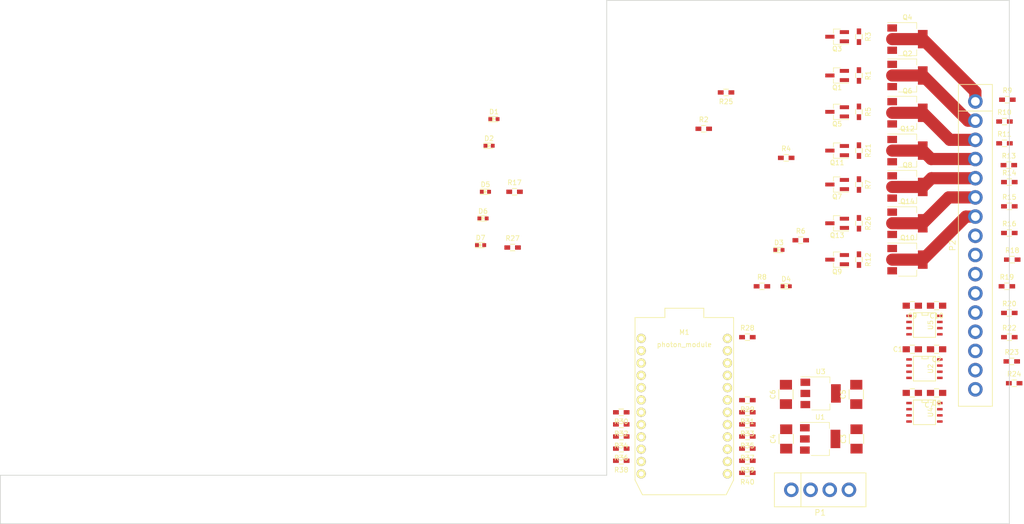
<source format=kicad_pcb>
(kicad_pcb (version 4) (host pcbnew 4.0.5)

  (general
    (links 185)
    (no_connects 185)
    (area 49.924999 49.924999 258.075001 158.075001)
    (thickness 1.6)
    (drawings 7)
    (tracks 24)
    (zones 0)
    (modules 79)
    (nets 45)
  )

  (page A4)
  (layers
    (0 F.Cu signal)
    (31 B.Cu signal)
    (32 B.Adhes user)
    (33 F.Adhes user)
    (34 B.Paste user)
    (35 F.Paste user)
    (36 B.SilkS user)
    (37 F.SilkS user)
    (38 B.Mask user)
    (39 F.Mask user)
    (40 Dwgs.User user)
    (41 Cmts.User user)
    (42 Eco1.User user)
    (43 Eco2.User user)
    (44 Edge.Cuts user)
    (45 Margin user)
    (46 B.CrtYd user)
    (47 F.CrtYd user)
    (48 B.Fab user)
    (49 F.Fab user hide)
  )

  (setup
    (last_trace_width 0.25)
    (trace_clearance 0.2)
    (zone_clearance 0.508)
    (zone_45_only no)
    (trace_min 0.2)
    (segment_width 0.2)
    (edge_width 0.15)
    (via_size 0.6)
    (via_drill 0.4)
    (via_min_size 0.4)
    (via_min_drill 0.3)
    (uvia_size 0.3)
    (uvia_drill 0.1)
    (uvias_allowed no)
    (uvia_min_size 0.2)
    (uvia_min_drill 0.1)
    (pcb_text_width 0.3)
    (pcb_text_size 1.5 1.5)
    (mod_edge_width 0.15)
    (mod_text_size 1 1)
    (mod_text_width 0.15)
    (pad_size 1.524 1.524)
    (pad_drill 0.762)
    (pad_to_mask_clearance 0.2)
    (aux_axis_origin 0 0)
    (visible_elements FFFFFF7F)
    (pcbplotparams
      (layerselection 0x00030_80000001)
      (usegerberextensions false)
      (excludeedgelayer true)
      (linewidth 0.100000)
      (plotframeref false)
      (viasonmask false)
      (mode 1)
      (useauxorigin false)
      (hpglpennumber 1)
      (hpglpenspeed 20)
      (hpglpendiameter 15)
      (hpglpenoverlay 2)
      (psnegative false)
      (psa4output false)
      (plotreference true)
      (plotvalue true)
      (plotinvisibletext false)
      (padsonsilk false)
      (subtractmaskfromsilk false)
      (outputformat 1)
      (mirror false)
      (drillshape 1)
      (scaleselection 1)
      (outputdirectory ""))
  )

  (net 0 "")
  (net 1 "Net-(M1-Pad24)")
  (net 2 GND)
  (net 3 +12V)
  (net 4 /ROW_1_8_PWR)
  (net 5 /ROW_2_9_PWR)
  (net 6 /ROW_3_10_PWR)
  (net 7 /ROW_4_11_PWR)
  (net 8 /ROW_5_12_PWR)
  (net 9 /ROW_6_13_PWR)
  (net 10 /ROW_7_14_PWR)
  (net 11 /ROW_1_8_SW)
  (net 12 +5V)
  (net 13 +3V3)
  (net 14 "Net-(D1-Pad2)")
  (net 15 "Net-(D2-Pad2)")
  (net 16 "Net-(D3-Pad2)")
  (net 17 "Net-(D4-Pad2)")
  (net 18 "Net-(D5-Pad2)")
  (net 19 "Net-(D6-Pad2)")
  (net 20 "Net-(D7-Pad2)")
  (net 21 /BOTTOM_DATA_3V3)
  (net 22 /TOP_DATA_3V3)
  (net 23 /LED_CLK_3V3)
  (net 24 /#OUTPUT_ON_3V3)
  (net 25 /RCK_ALL_3V3)
  (net 26 /ROW_7_14_SW)
  (net 27 /ROW_6_13_SW)
  (net 28 /ROW_5_12_SW)
  (net 29 /ROW_3_10_SW)
  (net 30 /ROW_2_9_SW)
  (net 31 /#OUTPUT_ON_5V)
  (net 32 /RCK_ALL_5V)
  (net 33 /BOTTOM_DATA_5V)
  (net 34 /TOP_DATA_5V)
  (net 35 /BOTTOM_CLK_5V)
  (net 36 /TOP_CLK_5V)
  (net 37 "Net-(Q1-Pad1)")
  (net 38 "Net-(Q3-Pad1)")
  (net 39 "Net-(Q5-Pad1)")
  (net 40 "Net-(Q7-Pad1)")
  (net 41 /ROW_4_11_SW)
  (net 42 "Net-(Q10-Pad3)")
  (net 43 "Net-(Q11-Pad1)")
  (net 44 "Net-(Q13-Pad1)")

  (net_class Default "This is the default net class."
    (clearance 0.2)
    (trace_width 0.25)
    (via_dia 0.6)
    (via_drill 0.4)
    (uvia_dia 0.3)
    (uvia_drill 0.1)
    (add_net +12V)
    (add_net +3V3)
    (add_net +5V)
    (add_net /#OUTPUT_ON_3V3)
    (add_net /#OUTPUT_ON_5V)
    (add_net /BOTTOM_CLK_5V)
    (add_net /BOTTOM_DATA_3V3)
    (add_net /BOTTOM_DATA_5V)
    (add_net /LED_CLK_3V3)
    (add_net /RCK_ALL_3V3)
    (add_net /RCK_ALL_5V)
    (add_net /ROW_1_8_SW)
    (add_net /ROW_2_9_SW)
    (add_net /ROW_3_10_SW)
    (add_net /ROW_4_11_SW)
    (add_net /ROW_5_12_SW)
    (add_net /ROW_6_13_SW)
    (add_net /ROW_7_14_SW)
    (add_net /TOP_CLK_5V)
    (add_net /TOP_DATA_3V3)
    (add_net /TOP_DATA_5V)
    (add_net GND)
    (add_net "Net-(D1-Pad2)")
    (add_net "Net-(D2-Pad2)")
    (add_net "Net-(D3-Pad2)")
    (add_net "Net-(D4-Pad2)")
    (add_net "Net-(D5-Pad2)")
    (add_net "Net-(D6-Pad2)")
    (add_net "Net-(D7-Pad2)")
    (add_net "Net-(M1-Pad24)")
    (add_net "Net-(Q1-Pad1)")
    (add_net "Net-(Q10-Pad3)")
    (add_net "Net-(Q11-Pad1)")
    (add_net "Net-(Q13-Pad1)")
    (add_net "Net-(Q3-Pad1)")
    (add_net "Net-(Q5-Pad1)")
    (add_net "Net-(Q7-Pad1)")
  )

  (net_class LED_POWER ""
    (clearance 0.2)
    (trace_width 2.5)
    (via_dia 0.6)
    (via_drill 0.4)
    (uvia_dia 0.3)
    (uvia_drill 0.1)
    (add_net /ROW_1_8_PWR)
    (add_net /ROW_2_9_PWR)
    (add_net /ROW_3_10_PWR)
    (add_net /ROW_4_11_PWR)
    (add_net /ROW_5_12_PWR)
    (add_net /ROW_6_13_PWR)
    (add_net /ROW_7_14_PWR)
  )

  (module goldentee_topper_base:CONN_1x16_0.156 (layer F.Cu) (tedit 0) (tstamp 58D35771)
    (at 251 100.56 270)
    (path /58BA16C6)
    (fp_text reference P2 (at 0 4.7 270) (layer F.SilkS)
      (effects (font (size 1.2 1.2) (thickness 0.15)))
    )
    (fp_text value CONN_01X16 (at 0 -4.7 270) (layer F.Fab)
      (effects (font (size 1.2 1.2) (thickness 0.15)))
    )
    (fp_line (start -33.2 -3.5) (end 33.2 -3.5) (layer F.SilkS) (width 0.15))
    (fp_line (start 33.2 -3.5) (end 33.2 3.5) (layer F.SilkS) (width 0.15))
    (fp_line (start 33.2 3.5) (end -33.2 3.5) (layer F.SilkS) (width 0.15))
    (fp_line (start -33.2 3.5) (end -33.2 -3.5) (layer F.SilkS) (width 0.15))
    (fp_line (start -27.72 -3.5) (end -27.72 3.5) (layer F.SilkS) (width 0.15))
    (pad 1 thru_hole circle (at -29.7 0 270) (size 3 3) (drill 1.8) (layers *.Cu *.Mask)
      (net 5 /ROW_2_9_PWR))
    (pad 2 thru_hole circle (at -25.74 0 270) (size 3 3) (drill 1.8) (layers *.Cu *.Mask)
      (net 4 /ROW_1_8_PWR))
    (pad 3 thru_hole circle (at -21.78 0 270) (size 3 3) (drill 1.8) (layers *.Cu *.Mask)
      (net 6 /ROW_3_10_PWR))
    (pad 4 thru_hole circle (at -17.82 0 270) (size 3 3) (drill 1.8) (layers *.Cu *.Mask)
      (net 9 /ROW_6_13_PWR))
    (pad 5 thru_hole circle (at -13.86 0 270) (size 3 3) (drill 1.8) (layers *.Cu *.Mask)
      (net 7 /ROW_4_11_PWR))
    (pad 6 thru_hole circle (at -9.9 0 270) (size 3 3) (drill 1.8) (layers *.Cu *.Mask)
      (net 10 /ROW_7_14_PWR))
    (pad 7 thru_hole circle (at -5.94 0 270) (size 3 3) (drill 1.8) (layers *.Cu *.Mask)
      (net 8 /ROW_5_12_PWR))
    (pad 8 thru_hole circle (at -1.98 0 270) (size 3 3) (drill 1.8) (layers *.Cu *.Mask)
      (net 31 /#OUTPUT_ON_5V))
    (pad 9 thru_hole circle (at 1.98 0 270) (size 3 3) (drill 1.8) (layers *.Cu *.Mask)
      (net 32 /RCK_ALL_5V))
    (pad 10 thru_hole circle (at 5.94 0 270) (size 3 3) (drill 1.8) (layers *.Cu *.Mask)
      (net 33 /BOTTOM_DATA_5V))
    (pad 11 thru_hole circle (at 9.9 0 270) (size 3 3) (drill 1.8) (layers *.Cu *.Mask)
      (net 34 /TOP_DATA_5V))
    (pad 12 thru_hole circle (at 13.86 0 270) (size 3 3) (drill 1.8) (layers *.Cu *.Mask)
      (net 35 /BOTTOM_CLK_5V))
    (pad 13 thru_hole circle (at 17.82 0 270) (size 3 3) (drill 1.8) (layers *.Cu *.Mask)
      (net 2 GND))
    (pad 14 thru_hole circle (at 21.78 0 270) (size 3 3) (drill 1.8) (layers *.Cu *.Mask)
      (net 36 /TOP_CLK_5V))
    (pad 15 thru_hole circle (at 25.74 0 270) (size 3 3) (drill 1.8) (layers *.Cu *.Mask)
      (net 3 +12V))
    (pad 16 thru_hole circle (at 29.7 0 270) (size 3 3) (drill 1.8) (layers *.Cu *.Mask)
      (net 2 GND))
  )

  (module goldentee_topper_base:photon (layer F.Cu) (tedit 56106C14) (tstamp 58D35736)
    (at 191 135)
    (path /58BE0B56)
    (fp_text reference M1 (at 0 -16.51) (layer F.SilkS)
      (effects (font (size 1 1) (thickness 0.15)))
    )
    (fp_text value photon_module (at 0 -13.97) (layer F.SilkS)
      (effects (font (size 1 1) (thickness 0.15)))
    )
    (fp_text user "all layers" (at 0 19.05) (layer Cmts.User)
      (effects (font (size 1 1) (thickness 0.15)))
    )
    (fp_text user "recommended on" (at 0 16.51) (layer Cmts.User)
      (effects (font (size 1 1) (thickness 0.15)))
    )
    (fp_text user "signal keep out" (at 0 13.97) (layer Cmts.User)
      (effects (font (size 1 1) (thickness 0.15)))
    )
    (fp_text user "ground plane and" (at 0 11.43) (layer Cmts.User)
      (effects (font (size 1 1) (thickness 0.15)))
    )
    (fp_line (start 6.35 21.59) (end 7.62 21.59) (layer Dwgs.User) (width 0.15))
    (fp_line (start 7.62 21.59) (end 7.62 8.89) (layer Dwgs.User) (width 0.15))
    (fp_line (start 7.62 8.89) (end -7.62 8.89) (layer Dwgs.User) (width 0.15))
    (fp_line (start 6.35 21.59) (end -7.62 21.59) (layer Dwgs.User) (width 0.15))
    (fp_line (start -7.62 21.59) (end -7.62 8.89) (layer Dwgs.User) (width 0.15))
    (fp_line (start 10.16 13.97) (end 8.636 17.018) (layer F.SilkS) (width 0.15))
    (fp_line (start -10.16 13.97) (end -8.636 17.018) (layer F.SilkS) (width 0.15))
    (fp_line (start -8.636 17.018) (end 8.636 17.018) (layer F.SilkS) (width 0.15))
    (fp_line (start 10.16 -19.558) (end 10.16 13.97) (layer F.SilkS) (width 0.15))
    (fp_line (start -10.16 -19.558) (end -10.16 13.97) (layer F.SilkS) (width 0.15))
    (fp_line (start 4.0132 -19.558) (end 10.16 -19.558) (layer F.SilkS) (width 0.15))
    (fp_line (start -4.0132 -19.558) (end -10.16 -19.558) (layer F.SilkS) (width 0.15))
    (fp_line (start -4.0132 -21.463) (end -4.0132 -19.558) (layer F.SilkS) (width 0.15))
    (fp_line (start 4.0132 -21.463) (end 4.0132 -19.558) (layer F.SilkS) (width 0.15))
    (fp_line (start -4.0132 -21.463) (end 4.0132 -21.463) (layer F.SilkS) (width 0.15))
    (pad 1 thru_hole circle (at -8.89 -15.24) (size 1.9 1.9) (drill 1.02) (layers *.Cu *.Mask F.SilkS)
      (net 12 +5V))
    (pad 2 thru_hole circle (at -8.89 -12.7) (size 1.9 1.9) (drill 1.02) (layers *.Cu *.Mask F.SilkS)
      (net 2 GND))
    (pad 3 thru_hole circle (at -8.89 -10.16) (size 1.9 1.9) (drill 1.02) (layers *.Cu *.Mask F.SilkS))
    (pad 4 thru_hole circle (at -8.89 -7.62) (size 1.9 1.9) (drill 1.02) (layers *.Cu *.Mask F.SilkS))
    (pad 5 thru_hole circle (at -8.89 -5.08) (size 1.9 1.9) (drill 1.02) (layers *.Cu *.Mask F.SilkS))
    (pad 6 thru_hole circle (at -8.89 -2.54) (size 1.9 1.9) (drill 1.02) (layers *.Cu *.Mask F.SilkS))
    (pad 7 thru_hole circle (at -8.89 0) (size 1.9 1.9) (drill 1.02) (layers *.Cu *.Mask F.SilkS)
      (net 21 /BOTTOM_DATA_3V3))
    (pad 8 thru_hole circle (at -8.89 2.54) (size 1.9 1.9) (drill 1.02) (layers *.Cu *.Mask F.SilkS)
      (net 22 /TOP_DATA_3V3))
    (pad 9 thru_hole circle (at -8.89 5.08) (size 1.9 1.9) (drill 1.02) (layers *.Cu *.Mask F.SilkS)
      (net 23 /LED_CLK_3V3))
    (pad 10 thru_hole circle (at -8.89 7.62) (size 1.9 1.9) (drill 1.02) (layers *.Cu *.Mask F.SilkS)
      (net 24 /#OUTPUT_ON_3V3))
    (pad 11 thru_hole circle (at -8.89 10.16) (size 1.9 1.9) (drill 1.02) (layers *.Cu *.Mask F.SilkS)
      (net 25 /RCK_ALL_3V3))
    (pad 12 thru_hole circle (at -8.89 12.7) (size 1.9 1.9) (drill 1.02) (layers *.Cu *.Mask F.SilkS))
    (pad 24 thru_hole circle (at 8.89 -15.24) (size 1.9 1.9) (drill 1.02) (layers *.Cu *.Mask F.SilkS)
      (net 1 "Net-(M1-Pad24)"))
    (pad 23 thru_hole circle (at 8.89 -12.7) (size 1.9 1.9) (drill 1.02) (layers *.Cu *.Mask F.SilkS))
    (pad 22 thru_hole circle (at 8.89 -10.16) (size 1.9 1.9) (drill 1.02) (layers *.Cu *.Mask F.SilkS))
    (pad 21 thru_hole circle (at 8.89 -7.62) (size 1.9 1.9) (drill 1.02) (layers *.Cu *.Mask F.SilkS)
      (net 2 GND))
    (pad 20 thru_hole circle (at 8.89 -5.08) (size 1.9 1.9) (drill 1.02) (layers *.Cu *.Mask F.SilkS))
    (pad 19 thru_hole circle (at 8.89 -2.54) (size 1.9 1.9) (drill 1.02) (layers *.Cu *.Mask F.SilkS)
      (net 26 /ROW_7_14_SW))
    (pad 18 thru_hole circle (at 8.89 0) (size 1.9 1.9) (drill 1.02) (layers *.Cu *.Mask F.SilkS)
      (net 27 /ROW_6_13_SW))
    (pad 17 thru_hole circle (at 8.89 2.54) (size 1.9 1.9) (drill 1.02) (layers *.Cu *.Mask F.SilkS)
      (net 28 /ROW_5_12_SW))
    (pad 16 thru_hole circle (at 8.89 5.08) (size 1.9 1.9) (drill 1.02) (layers *.Cu *.Mask F.SilkS)
      (net 41 /ROW_4_11_SW))
    (pad 15 thru_hole circle (at 8.89 7.62) (size 1.9 1.9) (drill 1.02) (layers *.Cu *.Mask F.SilkS)
      (net 29 /ROW_3_10_SW))
    (pad 14 thru_hole circle (at 8.89 10.16) (size 1.9 1.9) (drill 1.02) (layers *.Cu *.Mask F.SilkS)
      (net 30 /ROW_2_9_SW))
    (pad 13 thru_hole circle (at 8.89 12.7) (size 1.9 1.9) (drill 1.02) (layers *.Cu *.Mask F.SilkS)
      (net 11 /ROW_1_8_SW))
  )

  (module goldentee_topper_base:CONN_0.156 (layer F.Cu) (tedit 0) (tstamp 58D35758)
    (at 219 151)
    (path /58BA16AD)
    (fp_text reference P1 (at 0 4.7) (layer F.SilkS)
      (effects (font (size 1.2 1.2) (thickness 0.15)))
    )
    (fp_text value CONN_01X04 (at 0 -4.7) (layer F.Fab)
      (effects (font (size 1.2 1.2) (thickness 0.15)))
    )
    (fp_line (start -9.44 -3.5) (end 9.44 -3.5) (layer F.SilkS) (width 0.15))
    (fp_line (start 9.44 -3.5) (end 9.44 3.5) (layer F.SilkS) (width 0.15))
    (fp_line (start 9.44 3.5) (end -9.44 3.5) (layer F.SilkS) (width 0.15))
    (fp_line (start -9.44 3.5) (end -9.44 -3.5) (layer F.SilkS) (width 0.15))
    (fp_line (start -3.96 -3.5) (end -3.96 3.5) (layer F.SilkS) (width 0.15))
    (pad 1 thru_hole circle (at -5.94 0) (size 3 3) (drill 1.8) (layers *.Cu *.Mask)
      (net 2 GND))
    (pad 2 thru_hole circle (at -1.98 0) (size 3 3) (drill 1.8) (layers *.Cu *.Mask)
      (net 3 +12V))
    (pad 3 thru_hole circle (at 1.98 0) (size 3 3) (drill 1.8) (layers *.Cu *.Mask)
      (net 3 +12V))
    (pad 4 thru_hole circle (at 5.94 0) (size 3 3) (drill 1.8) (layers *.Cu *.Mask)
      (net 2 GND))
  )

  (module Resistors_SMD:R_0603_HandSoldering (layer F.Cu) (tedit 58307AEF) (tstamp 58D9AD0B)
    (at 227 65.5 270)
    (descr "Resistor SMD 0603, hand soldering")
    (tags "resistor 0603")
    (path /58BA2900)
    (attr smd)
    (fp_text reference R1 (at 0 -1.9 270) (layer F.SilkS)
      (effects (font (size 1 1) (thickness 0.15)))
    )
    (fp_text value 47K (at 0 1.9 270) (layer F.Fab)
      (effects (font (size 1 1) (thickness 0.15)))
    )
    (fp_line (start -0.8 0.4) (end -0.8 -0.4) (layer F.Fab) (width 0.1))
    (fp_line (start 0.8 0.4) (end -0.8 0.4) (layer F.Fab) (width 0.1))
    (fp_line (start 0.8 -0.4) (end 0.8 0.4) (layer F.Fab) (width 0.1))
    (fp_line (start -0.8 -0.4) (end 0.8 -0.4) (layer F.Fab) (width 0.1))
    (fp_line (start -2 -0.8) (end 2 -0.8) (layer F.CrtYd) (width 0.05))
    (fp_line (start -2 0.8) (end 2 0.8) (layer F.CrtYd) (width 0.05))
    (fp_line (start -2 -0.8) (end -2 0.8) (layer F.CrtYd) (width 0.05))
    (fp_line (start 2 -0.8) (end 2 0.8) (layer F.CrtYd) (width 0.05))
    (fp_line (start 0.5 0.675) (end -0.5 0.675) (layer F.SilkS) (width 0.15))
    (fp_line (start -0.5 -0.675) (end 0.5 -0.675) (layer F.SilkS) (width 0.15))
    (pad 1 smd rect (at -1.1 0 270) (size 1.2 0.9) (layers F.Cu F.Paste F.Mask)
      (net 3 +12V))
    (pad 2 smd rect (at 1.1 0 270) (size 1.2 0.9) (layers F.Cu F.Paste F.Mask)
      (net 37 "Net-(Q1-Pad1)"))
    (model Resistors_SMD.3dshapes/R_0603_HandSoldering.wrl
      (at (xyz 0 0 0))
      (scale (xyz 1 1 1))
      (rotate (xyz 0 0 0))
    )
  )

  (module Resistors_SMD:R_0603_HandSoldering (layer F.Cu) (tedit 58307AEF) (tstamp 58D9AD1B)
    (at 195 76.5)
    (descr "Resistor SMD 0603, hand soldering")
    (tags "resistor 0603")
    (path /58BF4F9F)
    (attr smd)
    (fp_text reference R2 (at 0 -1.9) (layer F.SilkS)
      (effects (font (size 1 1) (thickness 0.15)))
    )
    (fp_text value 4.7K (at 0 1.9) (layer F.Fab)
      (effects (font (size 1 1) (thickness 0.15)))
    )
    (fp_line (start -0.8 0.4) (end -0.8 -0.4) (layer F.Fab) (width 0.1))
    (fp_line (start 0.8 0.4) (end -0.8 0.4) (layer F.Fab) (width 0.1))
    (fp_line (start 0.8 -0.4) (end 0.8 0.4) (layer F.Fab) (width 0.1))
    (fp_line (start -0.8 -0.4) (end 0.8 -0.4) (layer F.Fab) (width 0.1))
    (fp_line (start -2 -0.8) (end 2 -0.8) (layer F.CrtYd) (width 0.05))
    (fp_line (start -2 0.8) (end 2 0.8) (layer F.CrtYd) (width 0.05))
    (fp_line (start -2 -0.8) (end -2 0.8) (layer F.CrtYd) (width 0.05))
    (fp_line (start 2 -0.8) (end 2 0.8) (layer F.CrtYd) (width 0.05))
    (fp_line (start 0.5 0.675) (end -0.5 0.675) (layer F.SilkS) (width 0.15))
    (fp_line (start -0.5 -0.675) (end 0.5 -0.675) (layer F.SilkS) (width 0.15))
    (pad 1 smd rect (at -1.1 0) (size 1.2 0.9) (layers F.Cu F.Paste F.Mask)
      (net 14 "Net-(D1-Pad2)"))
    (pad 2 smd rect (at 1.1 0) (size 1.2 0.9) (layers F.Cu F.Paste F.Mask)
      (net 4 /ROW_1_8_PWR))
    (model Resistors_SMD.3dshapes/R_0603_HandSoldering.wrl
      (at (xyz 0 0 0))
      (scale (xyz 1 1 1))
      (rotate (xyz 0 0 0))
    )
  )

  (module Resistors_SMD:R_0603_HandSoldering (layer F.Cu) (tedit 58307AEF) (tstamp 58D9AD2B)
    (at 227 57.5 270)
    (descr "Resistor SMD 0603, hand soldering")
    (tags "resistor 0603")
    (path /58BEFCF0)
    (attr smd)
    (fp_text reference R3 (at 0 -1.9 270) (layer F.SilkS)
      (effects (font (size 1 1) (thickness 0.15)))
    )
    (fp_text value 47K (at 0 1.9 270) (layer F.Fab)
      (effects (font (size 1 1) (thickness 0.15)))
    )
    (fp_line (start -0.8 0.4) (end -0.8 -0.4) (layer F.Fab) (width 0.1))
    (fp_line (start 0.8 0.4) (end -0.8 0.4) (layer F.Fab) (width 0.1))
    (fp_line (start 0.8 -0.4) (end 0.8 0.4) (layer F.Fab) (width 0.1))
    (fp_line (start -0.8 -0.4) (end 0.8 -0.4) (layer F.Fab) (width 0.1))
    (fp_line (start -2 -0.8) (end 2 -0.8) (layer F.CrtYd) (width 0.05))
    (fp_line (start -2 0.8) (end 2 0.8) (layer F.CrtYd) (width 0.05))
    (fp_line (start -2 -0.8) (end -2 0.8) (layer F.CrtYd) (width 0.05))
    (fp_line (start 2 -0.8) (end 2 0.8) (layer F.CrtYd) (width 0.05))
    (fp_line (start 0.5 0.675) (end -0.5 0.675) (layer F.SilkS) (width 0.15))
    (fp_line (start -0.5 -0.675) (end 0.5 -0.675) (layer F.SilkS) (width 0.15))
    (pad 1 smd rect (at -1.1 0 270) (size 1.2 0.9) (layers F.Cu F.Paste F.Mask)
      (net 3 +12V))
    (pad 2 smd rect (at 1.1 0 270) (size 1.2 0.9) (layers F.Cu F.Paste F.Mask)
      (net 38 "Net-(Q3-Pad1)"))
    (model Resistors_SMD.3dshapes/R_0603_HandSoldering.wrl
      (at (xyz 0 0 0))
      (scale (xyz 1 1 1))
      (rotate (xyz 0 0 0))
    )
  )

  (module Resistors_SMD:R_0603_HandSoldering (layer F.Cu) (tedit 58307AEF) (tstamp 58D9AD3B)
    (at 212 82.5)
    (descr "Resistor SMD 0603, hand soldering")
    (tags "resistor 0603")
    (path /58BF575D)
    (attr smd)
    (fp_text reference R4 (at 0 -1.9) (layer F.SilkS)
      (effects (font (size 1 1) (thickness 0.15)))
    )
    (fp_text value 4.7K (at 0 1.9) (layer F.Fab)
      (effects (font (size 1 1) (thickness 0.15)))
    )
    (fp_line (start -0.8 0.4) (end -0.8 -0.4) (layer F.Fab) (width 0.1))
    (fp_line (start 0.8 0.4) (end -0.8 0.4) (layer F.Fab) (width 0.1))
    (fp_line (start 0.8 -0.4) (end 0.8 0.4) (layer F.Fab) (width 0.1))
    (fp_line (start -0.8 -0.4) (end 0.8 -0.4) (layer F.Fab) (width 0.1))
    (fp_line (start -2 -0.8) (end 2 -0.8) (layer F.CrtYd) (width 0.05))
    (fp_line (start -2 0.8) (end 2 0.8) (layer F.CrtYd) (width 0.05))
    (fp_line (start -2 -0.8) (end -2 0.8) (layer F.CrtYd) (width 0.05))
    (fp_line (start 2 -0.8) (end 2 0.8) (layer F.CrtYd) (width 0.05))
    (fp_line (start 0.5 0.675) (end -0.5 0.675) (layer F.SilkS) (width 0.15))
    (fp_line (start -0.5 -0.675) (end 0.5 -0.675) (layer F.SilkS) (width 0.15))
    (pad 1 smd rect (at -1.1 0) (size 1.2 0.9) (layers F.Cu F.Paste F.Mask)
      (net 15 "Net-(D2-Pad2)"))
    (pad 2 smd rect (at 1.1 0) (size 1.2 0.9) (layers F.Cu F.Paste F.Mask)
      (net 5 /ROW_2_9_PWR))
    (model Resistors_SMD.3dshapes/R_0603_HandSoldering.wrl
      (at (xyz 0 0 0))
      (scale (xyz 1 1 1))
      (rotate (xyz 0 0 0))
    )
  )

  (module Resistors_SMD:R_0603_HandSoldering (layer F.Cu) (tedit 58307AEF) (tstamp 58D9AD4B)
    (at 227 73 270)
    (descr "Resistor SMD 0603, hand soldering")
    (tags "resistor 0603")
    (path /58BEE505)
    (attr smd)
    (fp_text reference R5 (at 0 -1.9 270) (layer F.SilkS)
      (effects (font (size 1 1) (thickness 0.15)))
    )
    (fp_text value 47K (at 0 1.9 270) (layer F.Fab)
      (effects (font (size 1 1) (thickness 0.15)))
    )
    (fp_line (start -0.8 0.4) (end -0.8 -0.4) (layer F.Fab) (width 0.1))
    (fp_line (start 0.8 0.4) (end -0.8 0.4) (layer F.Fab) (width 0.1))
    (fp_line (start 0.8 -0.4) (end 0.8 0.4) (layer F.Fab) (width 0.1))
    (fp_line (start -0.8 -0.4) (end 0.8 -0.4) (layer F.Fab) (width 0.1))
    (fp_line (start -2 -0.8) (end 2 -0.8) (layer F.CrtYd) (width 0.05))
    (fp_line (start -2 0.8) (end 2 0.8) (layer F.CrtYd) (width 0.05))
    (fp_line (start -2 -0.8) (end -2 0.8) (layer F.CrtYd) (width 0.05))
    (fp_line (start 2 -0.8) (end 2 0.8) (layer F.CrtYd) (width 0.05))
    (fp_line (start 0.5 0.675) (end -0.5 0.675) (layer F.SilkS) (width 0.15))
    (fp_line (start -0.5 -0.675) (end 0.5 -0.675) (layer F.SilkS) (width 0.15))
    (pad 1 smd rect (at -1.1 0 270) (size 1.2 0.9) (layers F.Cu F.Paste F.Mask)
      (net 3 +12V))
    (pad 2 smd rect (at 1.1 0 270) (size 1.2 0.9) (layers F.Cu F.Paste F.Mask)
      (net 39 "Net-(Q5-Pad1)"))
    (model Resistors_SMD.3dshapes/R_0603_HandSoldering.wrl
      (at (xyz 0 0 0))
      (scale (xyz 1 1 1))
      (rotate (xyz 0 0 0))
    )
  )

  (module Resistors_SMD:R_0603_HandSoldering (layer F.Cu) (tedit 58307AEF) (tstamp 58D9AD5B)
    (at 215 99.5)
    (descr "Resistor SMD 0603, hand soldering")
    (tags "resistor 0603")
    (path /58BF58A3)
    (attr smd)
    (fp_text reference R6 (at 0 -1.9) (layer F.SilkS)
      (effects (font (size 1 1) (thickness 0.15)))
    )
    (fp_text value 4.7K (at 0 1.9) (layer F.Fab)
      (effects (font (size 1 1) (thickness 0.15)))
    )
    (fp_line (start -0.8 0.4) (end -0.8 -0.4) (layer F.Fab) (width 0.1))
    (fp_line (start 0.8 0.4) (end -0.8 0.4) (layer F.Fab) (width 0.1))
    (fp_line (start 0.8 -0.4) (end 0.8 0.4) (layer F.Fab) (width 0.1))
    (fp_line (start -0.8 -0.4) (end 0.8 -0.4) (layer F.Fab) (width 0.1))
    (fp_line (start -2 -0.8) (end 2 -0.8) (layer F.CrtYd) (width 0.05))
    (fp_line (start -2 0.8) (end 2 0.8) (layer F.CrtYd) (width 0.05))
    (fp_line (start -2 -0.8) (end -2 0.8) (layer F.CrtYd) (width 0.05))
    (fp_line (start 2 -0.8) (end 2 0.8) (layer F.CrtYd) (width 0.05))
    (fp_line (start 0.5 0.675) (end -0.5 0.675) (layer F.SilkS) (width 0.15))
    (fp_line (start -0.5 -0.675) (end 0.5 -0.675) (layer F.SilkS) (width 0.15))
    (pad 1 smd rect (at -1.1 0) (size 1.2 0.9) (layers F.Cu F.Paste F.Mask)
      (net 16 "Net-(D3-Pad2)"))
    (pad 2 smd rect (at 1.1 0) (size 1.2 0.9) (layers F.Cu F.Paste F.Mask)
      (net 6 /ROW_3_10_PWR))
    (model Resistors_SMD.3dshapes/R_0603_HandSoldering.wrl
      (at (xyz 0 0 0))
      (scale (xyz 1 1 1))
      (rotate (xyz 0 0 0))
    )
  )

  (module Resistors_SMD:R_0603_HandSoldering (layer F.Cu) (tedit 58307AEF) (tstamp 58D9AD6B)
    (at 227 88 270)
    (descr "Resistor SMD 0603, hand soldering")
    (tags "resistor 0603")
    (path /58BEFDA0)
    (attr smd)
    (fp_text reference R7 (at 0 -1.9 270) (layer F.SilkS)
      (effects (font (size 1 1) (thickness 0.15)))
    )
    (fp_text value 47K (at 0 1.9 270) (layer F.Fab)
      (effects (font (size 1 1) (thickness 0.15)))
    )
    (fp_line (start -0.8 0.4) (end -0.8 -0.4) (layer F.Fab) (width 0.1))
    (fp_line (start 0.8 0.4) (end -0.8 0.4) (layer F.Fab) (width 0.1))
    (fp_line (start 0.8 -0.4) (end 0.8 0.4) (layer F.Fab) (width 0.1))
    (fp_line (start -0.8 -0.4) (end 0.8 -0.4) (layer F.Fab) (width 0.1))
    (fp_line (start -2 -0.8) (end 2 -0.8) (layer F.CrtYd) (width 0.05))
    (fp_line (start -2 0.8) (end 2 0.8) (layer F.CrtYd) (width 0.05))
    (fp_line (start -2 -0.8) (end -2 0.8) (layer F.CrtYd) (width 0.05))
    (fp_line (start 2 -0.8) (end 2 0.8) (layer F.CrtYd) (width 0.05))
    (fp_line (start 0.5 0.675) (end -0.5 0.675) (layer F.SilkS) (width 0.15))
    (fp_line (start -0.5 -0.675) (end 0.5 -0.675) (layer F.SilkS) (width 0.15))
    (pad 1 smd rect (at -1.1 0 270) (size 1.2 0.9) (layers F.Cu F.Paste F.Mask)
      (net 3 +12V))
    (pad 2 smd rect (at 1.1 0 270) (size 1.2 0.9) (layers F.Cu F.Paste F.Mask)
      (net 40 "Net-(Q7-Pad1)"))
    (model Resistors_SMD.3dshapes/R_0603_HandSoldering.wrl
      (at (xyz 0 0 0))
      (scale (xyz 1 1 1))
      (rotate (xyz 0 0 0))
    )
  )

  (module TO_SOT_Packages_SMD:SOT-223 (layer F.Cu) (tedit 583F3B4E) (tstamp 58BD99FF)
    (at 219 140.5)
    (descr "module CMS SOT223 4 pins")
    (tags "CMS SOT")
    (path /58BD974A)
    (attr smd)
    (fp_text reference U1 (at 0 -4.5) (layer F.SilkS)
      (effects (font (size 1 1) (thickness 0.15)))
    )
    (fp_text value NCP1117ST50T3G (at 0 4.5) (layer F.Fab)
      (effects (font (size 1 1) (thickness 0.15)))
    )
    (fp_line (start 1.91 3.41) (end 1.91 2.15) (layer F.SilkS) (width 0.12))
    (fp_line (start 1.91 -3.41) (end 1.91 -2.15) (layer F.SilkS) (width 0.12))
    (fp_line (start 4.4 -3.6) (end -4.4 -3.6) (layer F.CrtYd) (width 0.05))
    (fp_line (start 4.4 3.6) (end 4.4 -3.6) (layer F.CrtYd) (width 0.05))
    (fp_line (start -4.4 3.6) (end 4.4 3.6) (layer F.CrtYd) (width 0.05))
    (fp_line (start -4.4 -3.6) (end -4.4 3.6) (layer F.CrtYd) (width 0.05))
    (fp_line (start -1.85 -3.35) (end -1.85 3.35) (layer F.Fab) (width 0.15))
    (fp_line (start -1.85 3.41) (end 1.91 3.41) (layer F.SilkS) (width 0.12))
    (fp_line (start -1.85 -3.35) (end 1.85 -3.35) (layer F.Fab) (width 0.15))
    (fp_line (start -4.1 -3.41) (end 1.91 -3.41) (layer F.SilkS) (width 0.12))
    (fp_line (start -1.85 3.35) (end 1.85 3.35) (layer F.Fab) (width 0.15))
    (fp_line (start 1.85 -3.35) (end 1.85 3.35) (layer F.Fab) (width 0.15))
    (pad 4 smd rect (at 3.15 0) (size 2 3.8) (layers F.Cu F.Paste F.Mask))
    (pad 2 smd rect (at -3.15 0) (size 2 1.5) (layers F.Cu F.Paste F.Mask)
      (net 12 +5V))
    (pad 3 smd rect (at -3.15 2.3) (size 2 1.5) (layers F.Cu F.Paste F.Mask)
      (net 3 +12V))
    (pad 1 smd rect (at -3.15 -2.3) (size 2 1.5) (layers F.Cu F.Paste F.Mask)
      (net 2 GND))
    (model TO_SOT_Packages_SMD.3dshapes/SOT-223.wrl
      (at (xyz 0 0 0))
      (scale (xyz 0.4 0.4 0.4))
      (rotate (xyz 0 0 90))
    )
  )

  (module Capacitors_SMD:C_0805_HandSoldering (layer F.Cu) (tedit 541A9B8D) (tstamp 58BE0261)
    (at 238 122 180)
    (descr "Capacitor SMD 0805, hand soldering")
    (tags "capacitor 0805")
    (path /58BE5FD9)
    (attr smd)
    (fp_text reference C1 (at 3 0 180) (layer F.SilkS)
      (effects (font (size 1 1) (thickness 0.15)))
    )
    (fp_text value "0.1uF 25V" (at 0 2.1 180) (layer F.Fab)
      (effects (font (size 1 1) (thickness 0.15)))
    )
    (fp_line (start -1 0.625) (end -1 -0.625) (layer F.Fab) (width 0.15))
    (fp_line (start 1 0.625) (end -1 0.625) (layer F.Fab) (width 0.15))
    (fp_line (start 1 -0.625) (end 1 0.625) (layer F.Fab) (width 0.15))
    (fp_line (start -1 -0.625) (end 1 -0.625) (layer F.Fab) (width 0.15))
    (fp_line (start -2.3 -1) (end 2.3 -1) (layer F.CrtYd) (width 0.05))
    (fp_line (start -2.3 1) (end 2.3 1) (layer F.CrtYd) (width 0.05))
    (fp_line (start -2.3 -1) (end -2.3 1) (layer F.CrtYd) (width 0.05))
    (fp_line (start 2.3 -1) (end 2.3 1) (layer F.CrtYd) (width 0.05))
    (fp_line (start 0.5 -0.85) (end -0.5 -0.85) (layer F.SilkS) (width 0.15))
    (fp_line (start -0.5 0.85) (end 0.5 0.85) (layer F.SilkS) (width 0.15))
    (pad 1 smd rect (at -1.25 0 180) (size 1.5 1.25) (layers F.Cu F.Paste F.Mask)
      (net 2 GND))
    (pad 2 smd rect (at 1.25 0 180) (size 1.5 1.25) (layers F.Cu F.Paste F.Mask)
      (net 13 +3V3))
    (model Capacitors_SMD.3dshapes/C_0805_HandSoldering.wrl
      (at (xyz 0 0 0))
      (scale (xyz 1 1 1))
      (rotate (xyz 0 0 0))
    )
  )

  (module Capacitors_SMD:C_0805_HandSoldering (layer F.Cu) (tedit 541A9B8D) (tstamp 58BE0266)
    (at 243 122 180)
    (descr "Capacitor SMD 0805, hand soldering")
    (tags "capacitor 0805")
    (path /58BE5F4D)
    (attr smd)
    (fp_text reference C2 (at 0 -2.1 180) (layer F.SilkS)
      (effects (font (size 1 1) (thickness 0.15)))
    )
    (fp_text value "0.1uF 25V" (at 0 2.1 180) (layer F.Fab)
      (effects (font (size 1 1) (thickness 0.15)))
    )
    (fp_line (start -1 0.625) (end -1 -0.625) (layer F.Fab) (width 0.15))
    (fp_line (start 1 0.625) (end -1 0.625) (layer F.Fab) (width 0.15))
    (fp_line (start 1 -0.625) (end 1 0.625) (layer F.Fab) (width 0.15))
    (fp_line (start -1 -0.625) (end 1 -0.625) (layer F.Fab) (width 0.15))
    (fp_line (start -2.3 -1) (end 2.3 -1) (layer F.CrtYd) (width 0.05))
    (fp_line (start -2.3 1) (end 2.3 1) (layer F.CrtYd) (width 0.05))
    (fp_line (start -2.3 -1) (end -2.3 1) (layer F.CrtYd) (width 0.05))
    (fp_line (start 2.3 -1) (end 2.3 1) (layer F.CrtYd) (width 0.05))
    (fp_line (start 0.5 -0.85) (end -0.5 -0.85) (layer F.SilkS) (width 0.15))
    (fp_line (start -0.5 0.85) (end 0.5 0.85) (layer F.SilkS) (width 0.15))
    (pad 1 smd rect (at -1.25 0 180) (size 1.5 1.25) (layers F.Cu F.Paste F.Mask)
      (net 12 +5V))
    (pad 2 smd rect (at 1.25 0 180) (size 1.5 1.25) (layers F.Cu F.Paste F.Mask)
      (net 2 GND))
    (model Capacitors_SMD.3dshapes/C_0805_HandSoldering.wrl
      (at (xyz 0 0 0))
      (scale (xyz 1 1 1))
      (rotate (xyz 0 0 0))
    )
  )

  (module Capacitors_SMD:C_1210_HandSoldering (layer F.Cu) (tedit 541A9C39) (tstamp 58BE0270)
    (at 226.5 140.5 90)
    (descr "Capacitor SMD 1210, hand soldering")
    (tags "capacitor 1210")
    (path /58BD9A8A)
    (attr smd)
    (fp_text reference C3 (at 0 -2.7 90) (layer F.SilkS)
      (effects (font (size 1 1) (thickness 0.15)))
    )
    (fp_text value "10uF 25V" (at 0 2.7 90) (layer F.Fab)
      (effects (font (size 1 1) (thickness 0.15)))
    )
    (fp_line (start -1.6 1.25) (end -1.6 -1.25) (layer F.Fab) (width 0.15))
    (fp_line (start 1.6 1.25) (end -1.6 1.25) (layer F.Fab) (width 0.15))
    (fp_line (start 1.6 -1.25) (end 1.6 1.25) (layer F.Fab) (width 0.15))
    (fp_line (start -1.6 -1.25) (end 1.6 -1.25) (layer F.Fab) (width 0.15))
    (fp_line (start -3.3 -1.6) (end 3.3 -1.6) (layer F.CrtYd) (width 0.05))
    (fp_line (start -3.3 1.6) (end 3.3 1.6) (layer F.CrtYd) (width 0.05))
    (fp_line (start -3.3 -1.6) (end -3.3 1.6) (layer F.CrtYd) (width 0.05))
    (fp_line (start 3.3 -1.6) (end 3.3 1.6) (layer F.CrtYd) (width 0.05))
    (fp_line (start 1 -1.475) (end -1 -1.475) (layer F.SilkS) (width 0.15))
    (fp_line (start -1 1.475) (end 1 1.475) (layer F.SilkS) (width 0.15))
    (pad 1 smd rect (at -2 0 90) (size 2 2.5) (layers F.Cu F.Paste F.Mask)
      (net 3 +12V))
    (pad 2 smd rect (at 2 0 90) (size 2 2.5) (layers F.Cu F.Paste F.Mask)
      (net 2 GND))
    (model Capacitors_SMD.3dshapes/C_1210_HandSoldering.wrl
      (at (xyz 0 0 0))
      (scale (xyz 1 1 1))
      (rotate (xyz 0 0 0))
    )
  )

  (module Capacitors_SMD:C_1210_HandSoldering (layer F.Cu) (tedit 541A9C39) (tstamp 58BE0276)
    (at 212 140.5 90)
    (descr "Capacitor SMD 1210, hand soldering")
    (tags "capacitor 1210")
    (path /58BD9B0C)
    (attr smd)
    (fp_text reference C4 (at 0 -2.7 90) (layer F.SilkS)
      (effects (font (size 1 1) (thickness 0.15)))
    )
    (fp_text value "10uF 25V" (at 0 2.7 90) (layer F.Fab)
      (effects (font (size 1 1) (thickness 0.15)))
    )
    (fp_line (start -1.6 1.25) (end -1.6 -1.25) (layer F.Fab) (width 0.15))
    (fp_line (start 1.6 1.25) (end -1.6 1.25) (layer F.Fab) (width 0.15))
    (fp_line (start 1.6 -1.25) (end 1.6 1.25) (layer F.Fab) (width 0.15))
    (fp_line (start -1.6 -1.25) (end 1.6 -1.25) (layer F.Fab) (width 0.15))
    (fp_line (start -3.3 -1.6) (end 3.3 -1.6) (layer F.CrtYd) (width 0.05))
    (fp_line (start -3.3 1.6) (end 3.3 1.6) (layer F.CrtYd) (width 0.05))
    (fp_line (start -3.3 -1.6) (end -3.3 1.6) (layer F.CrtYd) (width 0.05))
    (fp_line (start 3.3 -1.6) (end 3.3 1.6) (layer F.CrtYd) (width 0.05))
    (fp_line (start 1 -1.475) (end -1 -1.475) (layer F.SilkS) (width 0.15))
    (fp_line (start -1 1.475) (end 1 1.475) (layer F.SilkS) (width 0.15))
    (pad 1 smd rect (at -2 0 90) (size 2 2.5) (layers F.Cu F.Paste F.Mask)
      (net 12 +5V))
    (pad 2 smd rect (at 2 0 90) (size 2 2.5) (layers F.Cu F.Paste F.Mask)
      (net 2 GND))
    (model Capacitors_SMD.3dshapes/C_1210_HandSoldering.wrl
      (at (xyz 0 0 0))
      (scale (xyz 1 1 1))
      (rotate (xyz 0 0 0))
    )
  )

  (module Capacitors_SMD:C_1210_HandSoldering (layer F.Cu) (tedit 541A9C39) (tstamp 58BE027C)
    (at 226.446465 131.309283 90)
    (descr "Capacitor SMD 1210, hand soldering")
    (tags "capacitor 1210")
    (path /58BF8B8F)
    (attr smd)
    (fp_text reference C5 (at 0 -2.7 90) (layer F.SilkS)
      (effects (font (size 1 1) (thickness 0.15)))
    )
    (fp_text value "10uF 25V" (at 0 2.7 90) (layer F.Fab)
      (effects (font (size 1 1) (thickness 0.15)))
    )
    (fp_line (start -1.6 1.25) (end -1.6 -1.25) (layer F.Fab) (width 0.15))
    (fp_line (start 1.6 1.25) (end -1.6 1.25) (layer F.Fab) (width 0.15))
    (fp_line (start 1.6 -1.25) (end 1.6 1.25) (layer F.Fab) (width 0.15))
    (fp_line (start -1.6 -1.25) (end 1.6 -1.25) (layer F.Fab) (width 0.15))
    (fp_line (start -3.3 -1.6) (end 3.3 -1.6) (layer F.CrtYd) (width 0.05))
    (fp_line (start -3.3 1.6) (end 3.3 1.6) (layer F.CrtYd) (width 0.05))
    (fp_line (start -3.3 -1.6) (end -3.3 1.6) (layer F.CrtYd) (width 0.05))
    (fp_line (start 3.3 -1.6) (end 3.3 1.6) (layer F.CrtYd) (width 0.05))
    (fp_line (start 1 -1.475) (end -1 -1.475) (layer F.SilkS) (width 0.15))
    (fp_line (start -1 1.475) (end 1 1.475) (layer F.SilkS) (width 0.15))
    (pad 1 smd rect (at -2 0 90) (size 2 2.5) (layers F.Cu F.Paste F.Mask)
      (net 12 +5V))
    (pad 2 smd rect (at 2 0 90) (size 2 2.5) (layers F.Cu F.Paste F.Mask)
      (net 2 GND))
    (model Capacitors_SMD.3dshapes/C_1210_HandSoldering.wrl
      (at (xyz 0 0 0))
      (scale (xyz 1 1 1))
      (rotate (xyz 0 0 0))
    )
  )

  (module Capacitors_SMD:C_1210_HandSoldering (layer F.Cu) (tedit 541A9C39) (tstamp 58BE0282)
    (at 211.946465 131.309283 90)
    (descr "Capacitor SMD 1210, hand soldering")
    (tags "capacitor 1210")
    (path /58BDA499)
    (attr smd)
    (fp_text reference C6 (at 0 -2.7 90) (layer F.SilkS)
      (effects (font (size 1 1) (thickness 0.15)))
    )
    (fp_text value "10uF 25V" (at 0 2.7 90) (layer F.Fab)
      (effects (font (size 1 1) (thickness 0.15)))
    )
    (fp_line (start -1.6 1.25) (end -1.6 -1.25) (layer F.Fab) (width 0.15))
    (fp_line (start 1.6 1.25) (end -1.6 1.25) (layer F.Fab) (width 0.15))
    (fp_line (start 1.6 -1.25) (end 1.6 1.25) (layer F.Fab) (width 0.15))
    (fp_line (start -1.6 -1.25) (end 1.6 -1.25) (layer F.Fab) (width 0.15))
    (fp_line (start -3.3 -1.6) (end 3.3 -1.6) (layer F.CrtYd) (width 0.05))
    (fp_line (start -3.3 1.6) (end 3.3 1.6) (layer F.CrtYd) (width 0.05))
    (fp_line (start -3.3 -1.6) (end -3.3 1.6) (layer F.CrtYd) (width 0.05))
    (fp_line (start 3.3 -1.6) (end 3.3 1.6) (layer F.CrtYd) (width 0.05))
    (fp_line (start 1 -1.475) (end -1 -1.475) (layer F.SilkS) (width 0.15))
    (fp_line (start -1 1.475) (end 1 1.475) (layer F.SilkS) (width 0.15))
    (pad 1 smd rect (at -2 0 90) (size 2 2.5) (layers F.Cu F.Paste F.Mask)
      (net 13 +3V3))
    (pad 2 smd rect (at 2 0 90) (size 2 2.5) (layers F.Cu F.Paste F.Mask)
      (net 2 GND))
    (model Capacitors_SMD.3dshapes/C_1210_HandSoldering.wrl
      (at (xyz 0 0 0))
      (scale (xyz 1 1 1))
      (rotate (xyz 0 0 0))
    )
  )

  (module Capacitors_SMD:C_0805_HandSoldering (layer F.Cu) (tedit 541A9B8D) (tstamp 58BE0288)
    (at 238 131 180)
    (descr "Capacitor SMD 0805, hand soldering")
    (tags "capacitor 0805")
    (path /58BE748D)
    (attr smd)
    (fp_text reference C7 (at -3.5 -2.5 180) (layer F.SilkS)
      (effects (font (size 1 1) (thickness 0.15)))
    )
    (fp_text value "0.1uF 25V" (at 0 2.1 180) (layer F.Fab)
      (effects (font (size 1 1) (thickness 0.15)))
    )
    (fp_line (start -1 0.625) (end -1 -0.625) (layer F.Fab) (width 0.15))
    (fp_line (start 1 0.625) (end -1 0.625) (layer F.Fab) (width 0.15))
    (fp_line (start 1 -0.625) (end 1 0.625) (layer F.Fab) (width 0.15))
    (fp_line (start -1 -0.625) (end 1 -0.625) (layer F.Fab) (width 0.15))
    (fp_line (start -2.3 -1) (end 2.3 -1) (layer F.CrtYd) (width 0.05))
    (fp_line (start -2.3 1) (end 2.3 1) (layer F.CrtYd) (width 0.05))
    (fp_line (start -2.3 -1) (end -2.3 1) (layer F.CrtYd) (width 0.05))
    (fp_line (start 2.3 -1) (end 2.3 1) (layer F.CrtYd) (width 0.05))
    (fp_line (start 0.5 -0.85) (end -0.5 -0.85) (layer F.SilkS) (width 0.15))
    (fp_line (start -0.5 0.85) (end 0.5 0.85) (layer F.SilkS) (width 0.15))
    (pad 1 smd rect (at -1.25 0 180) (size 1.5 1.25) (layers F.Cu F.Paste F.Mask)
      (net 2 GND))
    (pad 2 smd rect (at 1.25 0 180) (size 1.5 1.25) (layers F.Cu F.Paste F.Mask)
      (net 13 +3V3))
    (model Capacitors_SMD.3dshapes/C_0805_HandSoldering.wrl
      (at (xyz 0 0 0))
      (scale (xyz 1 1 1))
      (rotate (xyz 0 0 0))
    )
  )

  (module Capacitors_SMD:C_0805_HandSoldering (layer F.Cu) (tedit 541A9B8D) (tstamp 58BE028E)
    (at 243 131 180)
    (descr "Capacitor SMD 0805, hand soldering")
    (tags "capacitor 0805")
    (path /58BE7580)
    (attr smd)
    (fp_text reference C8 (at 0 -2.1 180) (layer F.SilkS)
      (effects (font (size 1 1) (thickness 0.15)))
    )
    (fp_text value "0.1uF 25V" (at 0 2.1 180) (layer F.Fab)
      (effects (font (size 1 1) (thickness 0.15)))
    )
    (fp_line (start -1 0.625) (end -1 -0.625) (layer F.Fab) (width 0.15))
    (fp_line (start 1 0.625) (end -1 0.625) (layer F.Fab) (width 0.15))
    (fp_line (start 1 -0.625) (end 1 0.625) (layer F.Fab) (width 0.15))
    (fp_line (start -1 -0.625) (end 1 -0.625) (layer F.Fab) (width 0.15))
    (fp_line (start -2.3 -1) (end 2.3 -1) (layer F.CrtYd) (width 0.05))
    (fp_line (start -2.3 1) (end 2.3 1) (layer F.CrtYd) (width 0.05))
    (fp_line (start -2.3 -1) (end -2.3 1) (layer F.CrtYd) (width 0.05))
    (fp_line (start 2.3 -1) (end 2.3 1) (layer F.CrtYd) (width 0.05))
    (fp_line (start 0.5 -0.85) (end -0.5 -0.85) (layer F.SilkS) (width 0.15))
    (fp_line (start -0.5 0.85) (end 0.5 0.85) (layer F.SilkS) (width 0.15))
    (pad 1 smd rect (at -1.25 0 180) (size 1.5 1.25) (layers F.Cu F.Paste F.Mask)
      (net 12 +5V))
    (pad 2 smd rect (at 1.25 0 180) (size 1.5 1.25) (layers F.Cu F.Paste F.Mask)
      (net 2 GND))
    (model Capacitors_SMD.3dshapes/C_0805_HandSoldering.wrl
      (at (xyz 0 0 0))
      (scale (xyz 1 1 1))
      (rotate (xyz 0 0 0))
    )
  )

  (module Capacitors_SMD:C_0805_HandSoldering (layer F.Cu) (tedit 541A9B8D) (tstamp 58BE0294)
    (at 238 113 180)
    (descr "Capacitor SMD 0805, hand soldering")
    (tags "capacitor 0805")
    (path /58BE7506)
    (attr smd)
    (fp_text reference C9 (at 0 -2.1 180) (layer F.SilkS)
      (effects (font (size 1 1) (thickness 0.15)))
    )
    (fp_text value "0.1uF 25V" (at 0 2.1 180) (layer F.Fab)
      (effects (font (size 1 1) (thickness 0.15)))
    )
    (fp_line (start -1 0.625) (end -1 -0.625) (layer F.Fab) (width 0.15))
    (fp_line (start 1 0.625) (end -1 0.625) (layer F.Fab) (width 0.15))
    (fp_line (start 1 -0.625) (end 1 0.625) (layer F.Fab) (width 0.15))
    (fp_line (start -1 -0.625) (end 1 -0.625) (layer F.Fab) (width 0.15))
    (fp_line (start -2.3 -1) (end 2.3 -1) (layer F.CrtYd) (width 0.05))
    (fp_line (start -2.3 1) (end 2.3 1) (layer F.CrtYd) (width 0.05))
    (fp_line (start -2.3 -1) (end -2.3 1) (layer F.CrtYd) (width 0.05))
    (fp_line (start 2.3 -1) (end 2.3 1) (layer F.CrtYd) (width 0.05))
    (fp_line (start 0.5 -0.85) (end -0.5 -0.85) (layer F.SilkS) (width 0.15))
    (fp_line (start -0.5 0.85) (end 0.5 0.85) (layer F.SilkS) (width 0.15))
    (pad 1 smd rect (at -1.25 0 180) (size 1.5 1.25) (layers F.Cu F.Paste F.Mask)
      (net 2 GND))
    (pad 2 smd rect (at 1.25 0 180) (size 1.5 1.25) (layers F.Cu F.Paste F.Mask)
      (net 13 +3V3))
    (model Capacitors_SMD.3dshapes/C_0805_HandSoldering.wrl
      (at (xyz 0 0 0))
      (scale (xyz 1 1 1))
      (rotate (xyz 0 0 0))
    )
  )

  (module Capacitors_SMD:C_0805_HandSoldering (layer F.Cu) (tedit 541A9B8D) (tstamp 58BE029A)
    (at 243 113 180)
    (descr "Capacitor SMD 0805, hand soldering")
    (tags "capacitor 0805")
    (path /58BE75FF)
    (attr smd)
    (fp_text reference C10 (at 0 -2.1 180) (layer F.SilkS)
      (effects (font (size 1 1) (thickness 0.15)))
    )
    (fp_text value "0.1uF 25V" (at 0 2.1 180) (layer F.Fab)
      (effects (font (size 1 1) (thickness 0.15)))
    )
    (fp_line (start -1 0.625) (end -1 -0.625) (layer F.Fab) (width 0.15))
    (fp_line (start 1 0.625) (end -1 0.625) (layer F.Fab) (width 0.15))
    (fp_line (start 1 -0.625) (end 1 0.625) (layer F.Fab) (width 0.15))
    (fp_line (start -1 -0.625) (end 1 -0.625) (layer F.Fab) (width 0.15))
    (fp_line (start -2.3 -1) (end 2.3 -1) (layer F.CrtYd) (width 0.05))
    (fp_line (start -2.3 1) (end 2.3 1) (layer F.CrtYd) (width 0.05))
    (fp_line (start -2.3 -1) (end -2.3 1) (layer F.CrtYd) (width 0.05))
    (fp_line (start 2.3 -1) (end 2.3 1) (layer F.CrtYd) (width 0.05))
    (fp_line (start 0.5 -0.85) (end -0.5 -0.85) (layer F.SilkS) (width 0.15))
    (fp_line (start -0.5 0.85) (end 0.5 0.85) (layer F.SilkS) (width 0.15))
    (pad 1 smd rect (at -1.25 0 180) (size 1.5 1.25) (layers F.Cu F.Paste F.Mask)
      (net 12 +5V))
    (pad 2 smd rect (at 1.25 0 180) (size 1.5 1.25) (layers F.Cu F.Paste F.Mask)
      (net 2 GND))
    (model Capacitors_SMD.3dshapes/C_0805_HandSoldering.wrl
      (at (xyz 0 0 0))
      (scale (xyz 1 1 1))
      (rotate (xyz 0 0 0))
    )
  )

  (module LEDs:LED_0603 (layer F.Cu) (tedit 55BDE255) (tstamp 58BE02A0)
    (at 151.7507 74.5)
    (descr "LED 0603 smd package")
    (tags "LED led 0603 SMD smd SMT smt smdled SMDLED smtled SMTLED")
    (path /58BF4DCB)
    (attr smd)
    (fp_text reference D1 (at 0 -1.5) (layer F.SilkS)
      (effects (font (size 1 1) (thickness 0.15)))
    )
    (fp_text value LED (at 0 1.5) (layer F.Fab)
      (effects (font (size 1 1) (thickness 0.15)))
    )
    (fp_line (start -0.3 -0.2) (end -0.3 0.2) (layer F.Fab) (width 0.15))
    (fp_line (start -0.2 0) (end 0.1 -0.2) (layer F.Fab) (width 0.15))
    (fp_line (start 0.1 0.2) (end -0.2 0) (layer F.Fab) (width 0.15))
    (fp_line (start 0.1 -0.2) (end 0.1 0.2) (layer F.Fab) (width 0.15))
    (fp_line (start 0.8 0.4) (end -0.8 0.4) (layer F.Fab) (width 0.15))
    (fp_line (start 0.8 -0.4) (end 0.8 0.4) (layer F.Fab) (width 0.15))
    (fp_line (start -0.8 -0.4) (end 0.8 -0.4) (layer F.Fab) (width 0.15))
    (fp_line (start -0.8 0.4) (end -0.8 -0.4) (layer F.Fab) (width 0.15))
    (fp_line (start -1.1 0.55) (end 0.8 0.55) (layer F.SilkS) (width 0.15))
    (fp_line (start -1.1 -0.55) (end 0.8 -0.55) (layer F.SilkS) (width 0.15))
    (fp_line (start -0.2 0) (end 0.25 0) (layer F.SilkS) (width 0.15))
    (fp_line (start -0.25 -0.25) (end -0.25 0.25) (layer F.SilkS) (width 0.15))
    (fp_line (start -0.25 0) (end 0 -0.25) (layer F.SilkS) (width 0.15))
    (fp_line (start 0 -0.25) (end 0 0.25) (layer F.SilkS) (width 0.15))
    (fp_line (start 0 0.25) (end -0.25 0) (layer F.SilkS) (width 0.15))
    (fp_line (start 1.4 -0.75) (end 1.4 0.75) (layer F.CrtYd) (width 0.05))
    (fp_line (start 1.4 0.75) (end -1.4 0.75) (layer F.CrtYd) (width 0.05))
    (fp_line (start -1.4 0.75) (end -1.4 -0.75) (layer F.CrtYd) (width 0.05))
    (fp_line (start -1.4 -0.75) (end 1.4 -0.75) (layer F.CrtYd) (width 0.05))
    (pad 2 smd rect (at 0.7493 0 180) (size 0.79756 0.79756) (layers F.Cu F.Paste F.Mask)
      (net 14 "Net-(D1-Pad2)"))
    (pad 1 smd rect (at -0.7493 0 180) (size 0.79756 0.79756) (layers F.Cu F.Paste F.Mask)
      (net 2 GND))
    (model LEDs.3dshapes/LED_0603.wrl
      (at (xyz 0 0 0))
      (scale (xyz 1 1 1))
      (rotate (xyz 0 0 180))
    )
  )

  (module LEDs:LED_0603 (layer F.Cu) (tedit 55BDE255) (tstamp 58BE02A6)
    (at 150.7507 80)
    (descr "LED 0603 smd package")
    (tags "LED led 0603 SMD smd SMT smt smdled SMDLED smtled SMTLED")
    (path /58BF626C)
    (attr smd)
    (fp_text reference D2 (at 0 -1.5) (layer F.SilkS)
      (effects (font (size 1 1) (thickness 0.15)))
    )
    (fp_text value LED (at 0 1.5) (layer F.Fab)
      (effects (font (size 1 1) (thickness 0.15)))
    )
    (fp_line (start -0.3 -0.2) (end -0.3 0.2) (layer F.Fab) (width 0.15))
    (fp_line (start -0.2 0) (end 0.1 -0.2) (layer F.Fab) (width 0.15))
    (fp_line (start 0.1 0.2) (end -0.2 0) (layer F.Fab) (width 0.15))
    (fp_line (start 0.1 -0.2) (end 0.1 0.2) (layer F.Fab) (width 0.15))
    (fp_line (start 0.8 0.4) (end -0.8 0.4) (layer F.Fab) (width 0.15))
    (fp_line (start 0.8 -0.4) (end 0.8 0.4) (layer F.Fab) (width 0.15))
    (fp_line (start -0.8 -0.4) (end 0.8 -0.4) (layer F.Fab) (width 0.15))
    (fp_line (start -0.8 0.4) (end -0.8 -0.4) (layer F.Fab) (width 0.15))
    (fp_line (start -1.1 0.55) (end 0.8 0.55) (layer F.SilkS) (width 0.15))
    (fp_line (start -1.1 -0.55) (end 0.8 -0.55) (layer F.SilkS) (width 0.15))
    (fp_line (start -0.2 0) (end 0.25 0) (layer F.SilkS) (width 0.15))
    (fp_line (start -0.25 -0.25) (end -0.25 0.25) (layer F.SilkS) (width 0.15))
    (fp_line (start -0.25 0) (end 0 -0.25) (layer F.SilkS) (width 0.15))
    (fp_line (start 0 -0.25) (end 0 0.25) (layer F.SilkS) (width 0.15))
    (fp_line (start 0 0.25) (end -0.25 0) (layer F.SilkS) (width 0.15))
    (fp_line (start 1.4 -0.75) (end 1.4 0.75) (layer F.CrtYd) (width 0.05))
    (fp_line (start 1.4 0.75) (end -1.4 0.75) (layer F.CrtYd) (width 0.05))
    (fp_line (start -1.4 0.75) (end -1.4 -0.75) (layer F.CrtYd) (width 0.05))
    (fp_line (start -1.4 -0.75) (end 1.4 -0.75) (layer F.CrtYd) (width 0.05))
    (pad 2 smd rect (at 0.7493 0 180) (size 0.79756 0.79756) (layers F.Cu F.Paste F.Mask)
      (net 15 "Net-(D2-Pad2)"))
    (pad 1 smd rect (at -0.7493 0 180) (size 0.79756 0.79756) (layers F.Cu F.Paste F.Mask)
      (net 2 GND))
    (model LEDs.3dshapes/LED_0603.wrl
      (at (xyz 0 0 0))
      (scale (xyz 1 1 1))
      (rotate (xyz 0 0 180))
    )
  )

  (module LEDs:LED_0603 (layer F.Cu) (tedit 55BDE255) (tstamp 58BE02AC)
    (at 210.5 101.5)
    (descr "LED 0603 smd package")
    (tags "LED led 0603 SMD smd SMT smt smdled SMDLED smtled SMTLED")
    (path /58BF6329)
    (attr smd)
    (fp_text reference D3 (at 0 -1.5) (layer F.SilkS)
      (effects (font (size 1 1) (thickness 0.15)))
    )
    (fp_text value LED (at 0 1.5) (layer F.Fab)
      (effects (font (size 1 1) (thickness 0.15)))
    )
    (fp_line (start -0.3 -0.2) (end -0.3 0.2) (layer F.Fab) (width 0.15))
    (fp_line (start -0.2 0) (end 0.1 -0.2) (layer F.Fab) (width 0.15))
    (fp_line (start 0.1 0.2) (end -0.2 0) (layer F.Fab) (width 0.15))
    (fp_line (start 0.1 -0.2) (end 0.1 0.2) (layer F.Fab) (width 0.15))
    (fp_line (start 0.8 0.4) (end -0.8 0.4) (layer F.Fab) (width 0.15))
    (fp_line (start 0.8 -0.4) (end 0.8 0.4) (layer F.Fab) (width 0.15))
    (fp_line (start -0.8 -0.4) (end 0.8 -0.4) (layer F.Fab) (width 0.15))
    (fp_line (start -0.8 0.4) (end -0.8 -0.4) (layer F.Fab) (width 0.15))
    (fp_line (start -1.1 0.55) (end 0.8 0.55) (layer F.SilkS) (width 0.15))
    (fp_line (start -1.1 -0.55) (end 0.8 -0.55) (layer F.SilkS) (width 0.15))
    (fp_line (start -0.2 0) (end 0.25 0) (layer F.SilkS) (width 0.15))
    (fp_line (start -0.25 -0.25) (end -0.25 0.25) (layer F.SilkS) (width 0.15))
    (fp_line (start -0.25 0) (end 0 -0.25) (layer F.SilkS) (width 0.15))
    (fp_line (start 0 -0.25) (end 0 0.25) (layer F.SilkS) (width 0.15))
    (fp_line (start 0 0.25) (end -0.25 0) (layer F.SilkS) (width 0.15))
    (fp_line (start 1.4 -0.75) (end 1.4 0.75) (layer F.CrtYd) (width 0.05))
    (fp_line (start 1.4 0.75) (end -1.4 0.75) (layer F.CrtYd) (width 0.05))
    (fp_line (start -1.4 0.75) (end -1.4 -0.75) (layer F.CrtYd) (width 0.05))
    (fp_line (start -1.4 -0.75) (end 1.4 -0.75) (layer F.CrtYd) (width 0.05))
    (pad 2 smd rect (at 0.7493 0 180) (size 0.79756 0.79756) (layers F.Cu F.Paste F.Mask)
      (net 16 "Net-(D3-Pad2)"))
    (pad 1 smd rect (at -0.7493 0 180) (size 0.79756 0.79756) (layers F.Cu F.Paste F.Mask)
      (net 2 GND))
    (model LEDs.3dshapes/LED_0603.wrl
      (at (xyz 0 0 0))
      (scale (xyz 1 1 1))
      (rotate (xyz 0 0 180))
    )
  )

  (module LEDs:LED_0603 (layer F.Cu) (tedit 55BDE255) (tstamp 58BE02B2)
    (at 212 109)
    (descr "LED 0603 smd package")
    (tags "LED led 0603 SMD smd SMT smt smdled SMDLED smtled SMTLED")
    (path /58BF63ED)
    (attr smd)
    (fp_text reference D4 (at 0 -1.5) (layer F.SilkS)
      (effects (font (size 1 1) (thickness 0.15)))
    )
    (fp_text value LED (at 0 1.5) (layer F.Fab)
      (effects (font (size 1 1) (thickness 0.15)))
    )
    (fp_line (start -0.3 -0.2) (end -0.3 0.2) (layer F.Fab) (width 0.15))
    (fp_line (start -0.2 0) (end 0.1 -0.2) (layer F.Fab) (width 0.15))
    (fp_line (start 0.1 0.2) (end -0.2 0) (layer F.Fab) (width 0.15))
    (fp_line (start 0.1 -0.2) (end 0.1 0.2) (layer F.Fab) (width 0.15))
    (fp_line (start 0.8 0.4) (end -0.8 0.4) (layer F.Fab) (width 0.15))
    (fp_line (start 0.8 -0.4) (end 0.8 0.4) (layer F.Fab) (width 0.15))
    (fp_line (start -0.8 -0.4) (end 0.8 -0.4) (layer F.Fab) (width 0.15))
    (fp_line (start -0.8 0.4) (end -0.8 -0.4) (layer F.Fab) (width 0.15))
    (fp_line (start -1.1 0.55) (end 0.8 0.55) (layer F.SilkS) (width 0.15))
    (fp_line (start -1.1 -0.55) (end 0.8 -0.55) (layer F.SilkS) (width 0.15))
    (fp_line (start -0.2 0) (end 0.25 0) (layer F.SilkS) (width 0.15))
    (fp_line (start -0.25 -0.25) (end -0.25 0.25) (layer F.SilkS) (width 0.15))
    (fp_line (start -0.25 0) (end 0 -0.25) (layer F.SilkS) (width 0.15))
    (fp_line (start 0 -0.25) (end 0 0.25) (layer F.SilkS) (width 0.15))
    (fp_line (start 0 0.25) (end -0.25 0) (layer F.SilkS) (width 0.15))
    (fp_line (start 1.4 -0.75) (end 1.4 0.75) (layer F.CrtYd) (width 0.05))
    (fp_line (start 1.4 0.75) (end -1.4 0.75) (layer F.CrtYd) (width 0.05))
    (fp_line (start -1.4 0.75) (end -1.4 -0.75) (layer F.CrtYd) (width 0.05))
    (fp_line (start -1.4 -0.75) (end 1.4 -0.75) (layer F.CrtYd) (width 0.05))
    (pad 2 smd rect (at 0.7493 0 180) (size 0.79756 0.79756) (layers F.Cu F.Paste F.Mask)
      (net 17 "Net-(D4-Pad2)"))
    (pad 1 smd rect (at -0.7493 0 180) (size 0.79756 0.79756) (layers F.Cu F.Paste F.Mask)
      (net 2 GND))
    (model LEDs.3dshapes/LED_0603.wrl
      (at (xyz 0 0 0))
      (scale (xyz 1 1 1))
      (rotate (xyz 0 0 180))
    )
  )

  (module LEDs:LED_0603 (layer F.Cu) (tedit 55BDE255) (tstamp 58BE02B8)
    (at 150 89.5)
    (descr "LED 0603 smd package")
    (tags "LED led 0603 SMD smd SMT smt smdled SMDLED smtled SMTLED")
    (path /58BF64B3)
    (attr smd)
    (fp_text reference D5 (at 0 -1.5) (layer F.SilkS)
      (effects (font (size 1 1) (thickness 0.15)))
    )
    (fp_text value LED (at 0 1.5) (layer F.Fab)
      (effects (font (size 1 1) (thickness 0.15)))
    )
    (fp_line (start -0.3 -0.2) (end -0.3 0.2) (layer F.Fab) (width 0.15))
    (fp_line (start -0.2 0) (end 0.1 -0.2) (layer F.Fab) (width 0.15))
    (fp_line (start 0.1 0.2) (end -0.2 0) (layer F.Fab) (width 0.15))
    (fp_line (start 0.1 -0.2) (end 0.1 0.2) (layer F.Fab) (width 0.15))
    (fp_line (start 0.8 0.4) (end -0.8 0.4) (layer F.Fab) (width 0.15))
    (fp_line (start 0.8 -0.4) (end 0.8 0.4) (layer F.Fab) (width 0.15))
    (fp_line (start -0.8 -0.4) (end 0.8 -0.4) (layer F.Fab) (width 0.15))
    (fp_line (start -0.8 0.4) (end -0.8 -0.4) (layer F.Fab) (width 0.15))
    (fp_line (start -1.1 0.55) (end 0.8 0.55) (layer F.SilkS) (width 0.15))
    (fp_line (start -1.1 -0.55) (end 0.8 -0.55) (layer F.SilkS) (width 0.15))
    (fp_line (start -0.2 0) (end 0.25 0) (layer F.SilkS) (width 0.15))
    (fp_line (start -0.25 -0.25) (end -0.25 0.25) (layer F.SilkS) (width 0.15))
    (fp_line (start -0.25 0) (end 0 -0.25) (layer F.SilkS) (width 0.15))
    (fp_line (start 0 -0.25) (end 0 0.25) (layer F.SilkS) (width 0.15))
    (fp_line (start 0 0.25) (end -0.25 0) (layer F.SilkS) (width 0.15))
    (fp_line (start 1.4 -0.75) (end 1.4 0.75) (layer F.CrtYd) (width 0.05))
    (fp_line (start 1.4 0.75) (end -1.4 0.75) (layer F.CrtYd) (width 0.05))
    (fp_line (start -1.4 0.75) (end -1.4 -0.75) (layer F.CrtYd) (width 0.05))
    (fp_line (start -1.4 -0.75) (end 1.4 -0.75) (layer F.CrtYd) (width 0.05))
    (pad 2 smd rect (at 0.7493 0 180) (size 0.79756 0.79756) (layers F.Cu F.Paste F.Mask)
      (net 18 "Net-(D5-Pad2)"))
    (pad 1 smd rect (at -0.7493 0 180) (size 0.79756 0.79756) (layers F.Cu F.Paste F.Mask)
      (net 2 GND))
    (model LEDs.3dshapes/LED_0603.wrl
      (at (xyz 0 0 0))
      (scale (xyz 1 1 1))
      (rotate (xyz 0 0 180))
    )
  )

  (module LEDs:LED_0603 (layer F.Cu) (tedit 55BDE255) (tstamp 58BE02BE)
    (at 149.5 95)
    (descr "LED 0603 smd package")
    (tags "LED led 0603 SMD smd SMT smt smdled SMDLED smtled SMTLED")
    (path /58BF657E)
    (attr smd)
    (fp_text reference D6 (at 0 -1.5) (layer F.SilkS)
      (effects (font (size 1 1) (thickness 0.15)))
    )
    (fp_text value LED (at 0 1.5) (layer F.Fab)
      (effects (font (size 1 1) (thickness 0.15)))
    )
    (fp_line (start -0.3 -0.2) (end -0.3 0.2) (layer F.Fab) (width 0.15))
    (fp_line (start -0.2 0) (end 0.1 -0.2) (layer F.Fab) (width 0.15))
    (fp_line (start 0.1 0.2) (end -0.2 0) (layer F.Fab) (width 0.15))
    (fp_line (start 0.1 -0.2) (end 0.1 0.2) (layer F.Fab) (width 0.15))
    (fp_line (start 0.8 0.4) (end -0.8 0.4) (layer F.Fab) (width 0.15))
    (fp_line (start 0.8 -0.4) (end 0.8 0.4) (layer F.Fab) (width 0.15))
    (fp_line (start -0.8 -0.4) (end 0.8 -0.4) (layer F.Fab) (width 0.15))
    (fp_line (start -0.8 0.4) (end -0.8 -0.4) (layer F.Fab) (width 0.15))
    (fp_line (start -1.1 0.55) (end 0.8 0.55) (layer F.SilkS) (width 0.15))
    (fp_line (start -1.1 -0.55) (end 0.8 -0.55) (layer F.SilkS) (width 0.15))
    (fp_line (start -0.2 0) (end 0.25 0) (layer F.SilkS) (width 0.15))
    (fp_line (start -0.25 -0.25) (end -0.25 0.25) (layer F.SilkS) (width 0.15))
    (fp_line (start -0.25 0) (end 0 -0.25) (layer F.SilkS) (width 0.15))
    (fp_line (start 0 -0.25) (end 0 0.25) (layer F.SilkS) (width 0.15))
    (fp_line (start 0 0.25) (end -0.25 0) (layer F.SilkS) (width 0.15))
    (fp_line (start 1.4 -0.75) (end 1.4 0.75) (layer F.CrtYd) (width 0.05))
    (fp_line (start 1.4 0.75) (end -1.4 0.75) (layer F.CrtYd) (width 0.05))
    (fp_line (start -1.4 0.75) (end -1.4 -0.75) (layer F.CrtYd) (width 0.05))
    (fp_line (start -1.4 -0.75) (end 1.4 -0.75) (layer F.CrtYd) (width 0.05))
    (pad 2 smd rect (at 0.7493 0 180) (size 0.79756 0.79756) (layers F.Cu F.Paste F.Mask)
      (net 19 "Net-(D6-Pad2)"))
    (pad 1 smd rect (at -0.7493 0 180) (size 0.79756 0.79756) (layers F.Cu F.Paste F.Mask)
      (net 2 GND))
    (model LEDs.3dshapes/LED_0603.wrl
      (at (xyz 0 0 0))
      (scale (xyz 1 1 1))
      (rotate (xyz 0 0 180))
    )
  )

  (module LEDs:LED_0603 (layer F.Cu) (tedit 55BDE255) (tstamp 58BE02C4)
    (at 149 100.5)
    (descr "LED 0603 smd package")
    (tags "LED led 0603 SMD smd SMT smt smdled SMDLED smtled SMTLED")
    (path /58BF664D)
    (attr smd)
    (fp_text reference D7 (at 0 -1.5) (layer F.SilkS)
      (effects (font (size 1 1) (thickness 0.15)))
    )
    (fp_text value LED (at 0 1.5) (layer F.Fab)
      (effects (font (size 1 1) (thickness 0.15)))
    )
    (fp_line (start -0.3 -0.2) (end -0.3 0.2) (layer F.Fab) (width 0.15))
    (fp_line (start -0.2 0) (end 0.1 -0.2) (layer F.Fab) (width 0.15))
    (fp_line (start 0.1 0.2) (end -0.2 0) (layer F.Fab) (width 0.15))
    (fp_line (start 0.1 -0.2) (end 0.1 0.2) (layer F.Fab) (width 0.15))
    (fp_line (start 0.8 0.4) (end -0.8 0.4) (layer F.Fab) (width 0.15))
    (fp_line (start 0.8 -0.4) (end 0.8 0.4) (layer F.Fab) (width 0.15))
    (fp_line (start -0.8 -0.4) (end 0.8 -0.4) (layer F.Fab) (width 0.15))
    (fp_line (start -0.8 0.4) (end -0.8 -0.4) (layer F.Fab) (width 0.15))
    (fp_line (start -1.1 0.55) (end 0.8 0.55) (layer F.SilkS) (width 0.15))
    (fp_line (start -1.1 -0.55) (end 0.8 -0.55) (layer F.SilkS) (width 0.15))
    (fp_line (start -0.2 0) (end 0.25 0) (layer F.SilkS) (width 0.15))
    (fp_line (start -0.25 -0.25) (end -0.25 0.25) (layer F.SilkS) (width 0.15))
    (fp_line (start -0.25 0) (end 0 -0.25) (layer F.SilkS) (width 0.15))
    (fp_line (start 0 -0.25) (end 0 0.25) (layer F.SilkS) (width 0.15))
    (fp_line (start 0 0.25) (end -0.25 0) (layer F.SilkS) (width 0.15))
    (fp_line (start 1.4 -0.75) (end 1.4 0.75) (layer F.CrtYd) (width 0.05))
    (fp_line (start 1.4 0.75) (end -1.4 0.75) (layer F.CrtYd) (width 0.05))
    (fp_line (start -1.4 0.75) (end -1.4 -0.75) (layer F.CrtYd) (width 0.05))
    (fp_line (start -1.4 -0.75) (end 1.4 -0.75) (layer F.CrtYd) (width 0.05))
    (pad 2 smd rect (at 0.7493 0 180) (size 0.79756 0.79756) (layers F.Cu F.Paste F.Mask)
      (net 20 "Net-(D7-Pad2)"))
    (pad 1 smd rect (at -0.7493 0 180) (size 0.79756 0.79756) (layers F.Cu F.Paste F.Mask)
      (net 2 GND))
    (model LEDs.3dshapes/LED_0603.wrl
      (at (xyz 0 0 0))
      (scale (xyz 1 1 1))
      (rotate (xyz 0 0 180))
    )
  )

  (module TO_SOT_Packages_SMD:SOT-23_Handsoldering (layer F.Cu) (tedit 583F3954) (tstamp 58BE02C5)
    (at 222.5 65.5 180)
    (descr "SOT-23, Handsoldering")
    (tags SOT-23)
    (path /58BEC22C)
    (attr smd)
    (fp_text reference Q1 (at 0 -2.5 180) (layer F.SilkS)
      (effects (font (size 1 1) (thickness 0.15)))
    )
    (fp_text value Q_NMOS_DGS (at 0 2.5 180) (layer F.Fab)
      (effects (font (size 1 1) (thickness 0.15)))
    )
    (fp_line (start 0.76 1.58) (end 0.76 0.65) (layer F.SilkS) (width 0.12))
    (fp_line (start 0.76 -1.58) (end 0.76 -0.65) (layer F.SilkS) (width 0.12))
    (fp_line (start 0.7 -1.52) (end 0.7 1.52) (layer F.Fab) (width 0.15))
    (fp_line (start -0.7 1.52) (end 0.7 1.52) (layer F.Fab) (width 0.15))
    (fp_line (start -2.7 -1.75) (end 2.7 -1.75) (layer F.CrtYd) (width 0.05))
    (fp_line (start 2.7 -1.75) (end 2.7 1.75) (layer F.CrtYd) (width 0.05))
    (fp_line (start 2.7 1.75) (end -2.7 1.75) (layer F.CrtYd) (width 0.05))
    (fp_line (start -2.7 1.75) (end -2.7 -1.75) (layer F.CrtYd) (width 0.05))
    (fp_line (start 0.76 -1.58) (end -2.4 -1.58) (layer F.SilkS) (width 0.12))
    (fp_line (start -0.7 -1.52) (end 0.7 -1.52) (layer F.Fab) (width 0.15))
    (fp_line (start -0.7 -1.52) (end -0.7 1.52) (layer F.Fab) (width 0.15))
    (fp_line (start 0.76 1.58) (end -0.7 1.58) (layer F.SilkS) (width 0.12))
    (pad 1 smd rect (at -1.5 -0.95 180) (size 1.9 0.8) (layers F.Cu F.Paste F.Mask)
      (net 37 "Net-(Q1-Pad1)"))
    (pad 2 smd rect (at -1.5 0.95 180) (size 1.9 0.8) (layers F.Cu F.Paste F.Mask)
      (net 11 /ROW_1_8_SW))
    (pad 3 smd rect (at 1.5 0 180) (size 1.9 0.8) (layers F.Cu F.Paste F.Mask)
      (net 2 GND))
    (model TO_SOT_Packages_SMD.3dshapes/SOT-23.wrl
      (at (xyz 0 0 0))
      (scale (xyz 1 1 1))
      (rotate (xyz 0 0 90))
    )
  )

  (module TO_SOT_Packages_SMD:SOT-223 (layer F.Cu) (tedit 583F3B4E) (tstamp 58BE02CB)
    (at 237 65.5)
    (descr "module CMS SOT223 4 pins")
    (tags "CMS SOT")
    (path /58BA2464)
    (attr smd)
    (fp_text reference Q2 (at 0 -4.5) (layer F.SilkS)
      (effects (font (size 1 1) (thickness 0.15)))
    )
    (fp_text value Q_PMOS_SDGD (at 0 4.5) (layer F.Fab)
      (effects (font (size 1 1) (thickness 0.15)))
    )
    (fp_line (start 1.91 3.41) (end 1.91 2.15) (layer F.SilkS) (width 0.12))
    (fp_line (start 1.91 -3.41) (end 1.91 -2.15) (layer F.SilkS) (width 0.12))
    (fp_line (start 4.4 -3.6) (end -4.4 -3.6) (layer F.CrtYd) (width 0.05))
    (fp_line (start 4.4 3.6) (end 4.4 -3.6) (layer F.CrtYd) (width 0.05))
    (fp_line (start -4.4 3.6) (end 4.4 3.6) (layer F.CrtYd) (width 0.05))
    (fp_line (start -4.4 -3.6) (end -4.4 3.6) (layer F.CrtYd) (width 0.05))
    (fp_line (start -1.85 -3.35) (end -1.85 3.35) (layer F.Fab) (width 0.15))
    (fp_line (start -1.85 3.41) (end 1.91 3.41) (layer F.SilkS) (width 0.12))
    (fp_line (start -1.85 -3.35) (end 1.85 -3.35) (layer F.Fab) (width 0.15))
    (fp_line (start -4.1 -3.41) (end 1.91 -3.41) (layer F.SilkS) (width 0.12))
    (fp_line (start -1.85 3.35) (end 1.85 3.35) (layer F.Fab) (width 0.15))
    (fp_line (start 1.85 -3.35) (end 1.85 3.35) (layer F.Fab) (width 0.15))
    (pad 4 smd rect (at 3.15 0) (size 2 3.8) (layers F.Cu F.Paste F.Mask)
      (net 4 /ROW_1_8_PWR))
    (pad 2 smd rect (at -3.15 0) (size 2 1.5) (layers F.Cu F.Paste F.Mask)
      (net 4 /ROW_1_8_PWR))
    (pad 3 smd rect (at -3.15 2.3) (size 2 1.5) (layers F.Cu F.Paste F.Mask)
      (net 37 "Net-(Q1-Pad1)"))
    (pad 1 smd rect (at -3.15 -2.3) (size 2 1.5) (layers F.Cu F.Paste F.Mask)
      (net 3 +12V))
    (model TO_SOT_Packages_SMD.3dshapes/SOT-223.wrl
      (at (xyz 0 0 0))
      (scale (xyz 0.4 0.4 0.4))
      (rotate (xyz 0 0 90))
    )
  )

  (module TO_SOT_Packages_SMD:SOT-23_Handsoldering (layer F.Cu) (tedit 583F3954) (tstamp 58BE02D2)
    (at 222.5 57.5 180)
    (descr "SOT-23, Handsoldering")
    (tags SOT-23)
    (path /58BEFCF6)
    (attr smd)
    (fp_text reference Q3 (at 0 -2.5 180) (layer F.SilkS)
      (effects (font (size 1 1) (thickness 0.15)))
    )
    (fp_text value Q_NMOS_DGS (at 0 2.5 180) (layer F.Fab)
      (effects (font (size 1 1) (thickness 0.15)))
    )
    (fp_line (start 0.76 1.58) (end 0.76 0.65) (layer F.SilkS) (width 0.12))
    (fp_line (start 0.76 -1.58) (end 0.76 -0.65) (layer F.SilkS) (width 0.12))
    (fp_line (start 0.7 -1.52) (end 0.7 1.52) (layer F.Fab) (width 0.15))
    (fp_line (start -0.7 1.52) (end 0.7 1.52) (layer F.Fab) (width 0.15))
    (fp_line (start -2.7 -1.75) (end 2.7 -1.75) (layer F.CrtYd) (width 0.05))
    (fp_line (start 2.7 -1.75) (end 2.7 1.75) (layer F.CrtYd) (width 0.05))
    (fp_line (start 2.7 1.75) (end -2.7 1.75) (layer F.CrtYd) (width 0.05))
    (fp_line (start -2.7 1.75) (end -2.7 -1.75) (layer F.CrtYd) (width 0.05))
    (fp_line (start 0.76 -1.58) (end -2.4 -1.58) (layer F.SilkS) (width 0.12))
    (fp_line (start -0.7 -1.52) (end 0.7 -1.52) (layer F.Fab) (width 0.15))
    (fp_line (start -0.7 -1.52) (end -0.7 1.52) (layer F.Fab) (width 0.15))
    (fp_line (start 0.76 1.58) (end -0.7 1.58) (layer F.SilkS) (width 0.12))
    (pad 1 smd rect (at -1.5 -0.95 180) (size 1.9 0.8) (layers F.Cu F.Paste F.Mask)
      (net 38 "Net-(Q3-Pad1)"))
    (pad 2 smd rect (at -1.5 0.95 180) (size 1.9 0.8) (layers F.Cu F.Paste F.Mask)
      (net 30 /ROW_2_9_SW))
    (pad 3 smd rect (at 1.5 0 180) (size 1.9 0.8) (layers F.Cu F.Paste F.Mask)
      (net 2 GND))
    (model TO_SOT_Packages_SMD.3dshapes/SOT-23.wrl
      (at (xyz 0 0 0))
      (scale (xyz 1 1 1))
      (rotate (xyz 0 0 90))
    )
  )

  (module TO_SOT_Packages_SMD:SOT-223 (layer F.Cu) (tedit 583F3B4E) (tstamp 58BE02D8)
    (at 237 58)
    (descr "module CMS SOT223 4 pins")
    (tags "CMS SOT")
    (path /58BEFCEA)
    (attr smd)
    (fp_text reference Q4 (at 0 -4.5) (layer F.SilkS)
      (effects (font (size 1 1) (thickness 0.15)))
    )
    (fp_text value Q_PMOS_SDGD (at 0 4.5) (layer F.Fab)
      (effects (font (size 1 1) (thickness 0.15)))
    )
    (fp_line (start 1.91 3.41) (end 1.91 2.15) (layer F.SilkS) (width 0.12))
    (fp_line (start 1.91 -3.41) (end 1.91 -2.15) (layer F.SilkS) (width 0.12))
    (fp_line (start 4.4 -3.6) (end -4.4 -3.6) (layer F.CrtYd) (width 0.05))
    (fp_line (start 4.4 3.6) (end 4.4 -3.6) (layer F.CrtYd) (width 0.05))
    (fp_line (start -4.4 3.6) (end 4.4 3.6) (layer F.CrtYd) (width 0.05))
    (fp_line (start -4.4 -3.6) (end -4.4 3.6) (layer F.CrtYd) (width 0.05))
    (fp_line (start -1.85 -3.35) (end -1.85 3.35) (layer F.Fab) (width 0.15))
    (fp_line (start -1.85 3.41) (end 1.91 3.41) (layer F.SilkS) (width 0.12))
    (fp_line (start -1.85 -3.35) (end 1.85 -3.35) (layer F.Fab) (width 0.15))
    (fp_line (start -4.1 -3.41) (end 1.91 -3.41) (layer F.SilkS) (width 0.12))
    (fp_line (start -1.85 3.35) (end 1.85 3.35) (layer F.Fab) (width 0.15))
    (fp_line (start 1.85 -3.35) (end 1.85 3.35) (layer F.Fab) (width 0.15))
    (pad 4 smd rect (at 3.15 0) (size 2 3.8) (layers F.Cu F.Paste F.Mask)
      (net 5 /ROW_2_9_PWR))
    (pad 2 smd rect (at -3.15 0) (size 2 1.5) (layers F.Cu F.Paste F.Mask)
      (net 5 /ROW_2_9_PWR))
    (pad 3 smd rect (at -3.15 2.3) (size 2 1.5) (layers F.Cu F.Paste F.Mask)
      (net 38 "Net-(Q3-Pad1)"))
    (pad 1 smd rect (at -3.15 -2.3) (size 2 1.5) (layers F.Cu F.Paste F.Mask)
      (net 3 +12V))
    (model TO_SOT_Packages_SMD.3dshapes/SOT-223.wrl
      (at (xyz 0 0 0))
      (scale (xyz 0.4 0.4 0.4))
      (rotate (xyz 0 0 90))
    )
  )

  (module TO_SOT_Packages_SMD:SOT-23_Handsoldering (layer F.Cu) (tedit 583F3954) (tstamp 58BE02DF)
    (at 222.5 73 180)
    (descr "SOT-23, Handsoldering")
    (tags SOT-23)
    (path /58BEE5A5)
    (attr smd)
    (fp_text reference Q5 (at 0 -2.5 180) (layer F.SilkS)
      (effects (font (size 1 1) (thickness 0.15)))
    )
    (fp_text value Q_NMOS_DGS (at 0 2.5 180) (layer F.Fab)
      (effects (font (size 1 1) (thickness 0.15)))
    )
    (fp_line (start 0.76 1.58) (end 0.76 0.65) (layer F.SilkS) (width 0.12))
    (fp_line (start 0.76 -1.58) (end 0.76 -0.65) (layer F.SilkS) (width 0.12))
    (fp_line (start 0.7 -1.52) (end 0.7 1.52) (layer F.Fab) (width 0.15))
    (fp_line (start -0.7 1.52) (end 0.7 1.52) (layer F.Fab) (width 0.15))
    (fp_line (start -2.7 -1.75) (end 2.7 -1.75) (layer F.CrtYd) (width 0.05))
    (fp_line (start 2.7 -1.75) (end 2.7 1.75) (layer F.CrtYd) (width 0.05))
    (fp_line (start 2.7 1.75) (end -2.7 1.75) (layer F.CrtYd) (width 0.05))
    (fp_line (start -2.7 1.75) (end -2.7 -1.75) (layer F.CrtYd) (width 0.05))
    (fp_line (start 0.76 -1.58) (end -2.4 -1.58) (layer F.SilkS) (width 0.12))
    (fp_line (start -0.7 -1.52) (end 0.7 -1.52) (layer F.Fab) (width 0.15))
    (fp_line (start -0.7 -1.52) (end -0.7 1.52) (layer F.Fab) (width 0.15))
    (fp_line (start 0.76 1.58) (end -0.7 1.58) (layer F.SilkS) (width 0.12))
    (pad 1 smd rect (at -1.5 -0.95 180) (size 1.9 0.8) (layers F.Cu F.Paste F.Mask)
      (net 39 "Net-(Q5-Pad1)"))
    (pad 2 smd rect (at -1.5 0.95 180) (size 1.9 0.8) (layers F.Cu F.Paste F.Mask)
      (net 29 /ROW_3_10_SW))
    (pad 3 smd rect (at 1.5 0 180) (size 1.9 0.8) (layers F.Cu F.Paste F.Mask)
      (net 2 GND))
    (model TO_SOT_Packages_SMD.3dshapes/SOT-23.wrl
      (at (xyz 0 0 0))
      (scale (xyz 1 1 1))
      (rotate (xyz 0 0 90))
    )
  )

  (module TO_SOT_Packages_SMD:SOT-223 (layer F.Cu) (tedit 583F3B4E) (tstamp 58BE02E5)
    (at 237 73.2)
    (descr "module CMS SOT223 4 pins")
    (tags "CMS SOT")
    (path /58BA2EED)
    (attr smd)
    (fp_text reference Q6 (at 0 -4.5) (layer F.SilkS)
      (effects (font (size 1 1) (thickness 0.15)))
    )
    (fp_text value Q_PMOS_SDGD (at 0 4.5) (layer F.Fab)
      (effects (font (size 1 1) (thickness 0.15)))
    )
    (fp_line (start 1.91 3.41) (end 1.91 2.15) (layer F.SilkS) (width 0.12))
    (fp_line (start 1.91 -3.41) (end 1.91 -2.15) (layer F.SilkS) (width 0.12))
    (fp_line (start 4.4 -3.6) (end -4.4 -3.6) (layer F.CrtYd) (width 0.05))
    (fp_line (start 4.4 3.6) (end 4.4 -3.6) (layer F.CrtYd) (width 0.05))
    (fp_line (start -4.4 3.6) (end 4.4 3.6) (layer F.CrtYd) (width 0.05))
    (fp_line (start -4.4 -3.6) (end -4.4 3.6) (layer F.CrtYd) (width 0.05))
    (fp_line (start -1.85 -3.35) (end -1.85 3.35) (layer F.Fab) (width 0.15))
    (fp_line (start -1.85 3.41) (end 1.91 3.41) (layer F.SilkS) (width 0.12))
    (fp_line (start -1.85 -3.35) (end 1.85 -3.35) (layer F.Fab) (width 0.15))
    (fp_line (start -4.1 -3.41) (end 1.91 -3.41) (layer F.SilkS) (width 0.12))
    (fp_line (start -1.85 3.35) (end 1.85 3.35) (layer F.Fab) (width 0.15))
    (fp_line (start 1.85 -3.35) (end 1.85 3.35) (layer F.Fab) (width 0.15))
    (pad 4 smd rect (at 3.15 0) (size 2 3.8) (layers F.Cu F.Paste F.Mask)
      (net 6 /ROW_3_10_PWR))
    (pad 2 smd rect (at -3.15 0) (size 2 1.5) (layers F.Cu F.Paste F.Mask)
      (net 6 /ROW_3_10_PWR))
    (pad 3 smd rect (at -3.15 2.3) (size 2 1.5) (layers F.Cu F.Paste F.Mask)
      (net 39 "Net-(Q5-Pad1)"))
    (pad 1 smd rect (at -3.15 -2.3) (size 2 1.5) (layers F.Cu F.Paste F.Mask)
      (net 3 +12V))
    (model TO_SOT_Packages_SMD.3dshapes/SOT-223.wrl
      (at (xyz 0 0 0))
      (scale (xyz 0.4 0.4 0.4))
      (rotate (xyz 0 0 90))
    )
  )

  (module TO_SOT_Packages_SMD:SOT-23_Handsoldering (layer F.Cu) (tedit 583F3954) (tstamp 58BE02EC)
    (at 222.5 88 180)
    (descr "SOT-23, Handsoldering")
    (tags SOT-23)
    (path /58BEFDA6)
    (attr smd)
    (fp_text reference Q7 (at 0 -2.5 180) (layer F.SilkS)
      (effects (font (size 1 1) (thickness 0.15)))
    )
    (fp_text value Q_NMOS_DGS (at 0 2.5 180) (layer F.Fab)
      (effects (font (size 1 1) (thickness 0.15)))
    )
    (fp_line (start 0.76 1.58) (end 0.76 0.65) (layer F.SilkS) (width 0.12))
    (fp_line (start 0.76 -1.58) (end 0.76 -0.65) (layer F.SilkS) (width 0.12))
    (fp_line (start 0.7 -1.52) (end 0.7 1.52) (layer F.Fab) (width 0.15))
    (fp_line (start -0.7 1.52) (end 0.7 1.52) (layer F.Fab) (width 0.15))
    (fp_line (start -2.7 -1.75) (end 2.7 -1.75) (layer F.CrtYd) (width 0.05))
    (fp_line (start 2.7 -1.75) (end 2.7 1.75) (layer F.CrtYd) (width 0.05))
    (fp_line (start 2.7 1.75) (end -2.7 1.75) (layer F.CrtYd) (width 0.05))
    (fp_line (start -2.7 1.75) (end -2.7 -1.75) (layer F.CrtYd) (width 0.05))
    (fp_line (start 0.76 -1.58) (end -2.4 -1.58) (layer F.SilkS) (width 0.12))
    (fp_line (start -0.7 -1.52) (end 0.7 -1.52) (layer F.Fab) (width 0.15))
    (fp_line (start -0.7 -1.52) (end -0.7 1.52) (layer F.Fab) (width 0.15))
    (fp_line (start 0.76 1.58) (end -0.7 1.58) (layer F.SilkS) (width 0.12))
    (pad 1 smd rect (at -1.5 -0.95 180) (size 1.9 0.8) (layers F.Cu F.Paste F.Mask)
      (net 40 "Net-(Q7-Pad1)"))
    (pad 2 smd rect (at -1.5 0.95 180) (size 1.9 0.8) (layers F.Cu F.Paste F.Mask)
      (net 41 /ROW_4_11_SW))
    (pad 3 smd rect (at 1.5 0 180) (size 1.9 0.8) (layers F.Cu F.Paste F.Mask)
      (net 2 GND))
    (model TO_SOT_Packages_SMD.3dshapes/SOT-23.wrl
      (at (xyz 0 0 0))
      (scale (xyz 1 1 1))
      (rotate (xyz 0 0 90))
    )
  )

  (module TO_SOT_Packages_SMD:SOT-223 (layer F.Cu) (tedit 583F3B4E) (tstamp 58BE02F2)
    (at 237 88.5)
    (descr "module CMS SOT223 4 pins")
    (tags "CMS SOT")
    (path /58BEFD9A)
    (attr smd)
    (fp_text reference Q8 (at 0 -4.5) (layer F.SilkS)
      (effects (font (size 1 1) (thickness 0.15)))
    )
    (fp_text value Q_PMOS_SDGD (at 0 4.5) (layer F.Fab)
      (effects (font (size 1 1) (thickness 0.15)))
    )
    (fp_line (start 1.91 3.41) (end 1.91 2.15) (layer F.SilkS) (width 0.12))
    (fp_line (start 1.91 -3.41) (end 1.91 -2.15) (layer F.SilkS) (width 0.12))
    (fp_line (start 4.4 -3.6) (end -4.4 -3.6) (layer F.CrtYd) (width 0.05))
    (fp_line (start 4.4 3.6) (end 4.4 -3.6) (layer F.CrtYd) (width 0.05))
    (fp_line (start -4.4 3.6) (end 4.4 3.6) (layer F.CrtYd) (width 0.05))
    (fp_line (start -4.4 -3.6) (end -4.4 3.6) (layer F.CrtYd) (width 0.05))
    (fp_line (start -1.85 -3.35) (end -1.85 3.35) (layer F.Fab) (width 0.15))
    (fp_line (start -1.85 3.41) (end 1.91 3.41) (layer F.SilkS) (width 0.12))
    (fp_line (start -1.85 -3.35) (end 1.85 -3.35) (layer F.Fab) (width 0.15))
    (fp_line (start -4.1 -3.41) (end 1.91 -3.41) (layer F.SilkS) (width 0.12))
    (fp_line (start -1.85 3.35) (end 1.85 3.35) (layer F.Fab) (width 0.15))
    (fp_line (start 1.85 -3.35) (end 1.85 3.35) (layer F.Fab) (width 0.15))
    (pad 4 smd rect (at 3.15 0) (size 2 3.8) (layers F.Cu F.Paste F.Mask)
      (net 7 /ROW_4_11_PWR))
    (pad 2 smd rect (at -3.15 0) (size 2 1.5) (layers F.Cu F.Paste F.Mask)
      (net 7 /ROW_4_11_PWR))
    (pad 3 smd rect (at -3.15 2.3) (size 2 1.5) (layers F.Cu F.Paste F.Mask)
      (net 40 "Net-(Q7-Pad1)"))
    (pad 1 smd rect (at -3.15 -2.3) (size 2 1.5) (layers F.Cu F.Paste F.Mask)
      (net 3 +12V))
    (model TO_SOT_Packages_SMD.3dshapes/SOT-223.wrl
      (at (xyz 0 0 0))
      (scale (xyz 0.4 0.4 0.4))
      (rotate (xyz 0 0 90))
    )
  )

  (module TO_SOT_Packages_SMD:SOT-23_Handsoldering (layer F.Cu) (tedit 583F3954) (tstamp 58BE02F9)
    (at 222.5 103.5 180)
    (descr "SOT-23, Handsoldering")
    (tags SOT-23)
    (path /58BEFED6)
    (attr smd)
    (fp_text reference Q9 (at 0 -2.5 180) (layer F.SilkS)
      (effects (font (size 1 1) (thickness 0.15)))
    )
    (fp_text value Q_NMOS_DGS (at 0 2.5 180) (layer F.Fab)
      (effects (font (size 1 1) (thickness 0.15)))
    )
    (fp_line (start 0.76 1.58) (end 0.76 0.65) (layer F.SilkS) (width 0.12))
    (fp_line (start 0.76 -1.58) (end 0.76 -0.65) (layer F.SilkS) (width 0.12))
    (fp_line (start 0.7 -1.52) (end 0.7 1.52) (layer F.Fab) (width 0.15))
    (fp_line (start -0.7 1.52) (end 0.7 1.52) (layer F.Fab) (width 0.15))
    (fp_line (start -2.7 -1.75) (end 2.7 -1.75) (layer F.CrtYd) (width 0.05))
    (fp_line (start 2.7 -1.75) (end 2.7 1.75) (layer F.CrtYd) (width 0.05))
    (fp_line (start 2.7 1.75) (end -2.7 1.75) (layer F.CrtYd) (width 0.05))
    (fp_line (start -2.7 1.75) (end -2.7 -1.75) (layer F.CrtYd) (width 0.05))
    (fp_line (start 0.76 -1.58) (end -2.4 -1.58) (layer F.SilkS) (width 0.12))
    (fp_line (start -0.7 -1.52) (end 0.7 -1.52) (layer F.Fab) (width 0.15))
    (fp_line (start -0.7 -1.52) (end -0.7 1.52) (layer F.Fab) (width 0.15))
    (fp_line (start 0.76 1.58) (end -0.7 1.58) (layer F.SilkS) (width 0.12))
    (pad 1 smd rect (at -1.5 -0.95 180) (size 1.9 0.8) (layers F.Cu F.Paste F.Mask)
      (net 42 "Net-(Q10-Pad3)"))
    (pad 2 smd rect (at -1.5 0.95 180) (size 1.9 0.8) (layers F.Cu F.Paste F.Mask)
      (net 28 /ROW_5_12_SW))
    (pad 3 smd rect (at 1.5 0 180) (size 1.9 0.8) (layers F.Cu F.Paste F.Mask)
      (net 2 GND))
    (model TO_SOT_Packages_SMD.3dshapes/SOT-23.wrl
      (at (xyz 0 0 0))
      (scale (xyz 1 1 1))
      (rotate (xyz 0 0 90))
    )
  )

  (module TO_SOT_Packages_SMD:SOT-223 (layer F.Cu) (tedit 583F3B4E) (tstamp 58BE02FF)
    (at 237 103.5)
    (descr "module CMS SOT223 4 pins")
    (tags "CMS SOT")
    (path /58BEFECA)
    (attr smd)
    (fp_text reference Q10 (at 0 -4.5) (layer F.SilkS)
      (effects (font (size 1 1) (thickness 0.15)))
    )
    (fp_text value Q_PMOS_SDGD (at 0 4.5) (layer F.Fab)
      (effects (font (size 1 1) (thickness 0.15)))
    )
    (fp_line (start 1.91 3.41) (end 1.91 2.15) (layer F.SilkS) (width 0.12))
    (fp_line (start 1.91 -3.41) (end 1.91 -2.15) (layer F.SilkS) (width 0.12))
    (fp_line (start 4.4 -3.6) (end -4.4 -3.6) (layer F.CrtYd) (width 0.05))
    (fp_line (start 4.4 3.6) (end 4.4 -3.6) (layer F.CrtYd) (width 0.05))
    (fp_line (start -4.4 3.6) (end 4.4 3.6) (layer F.CrtYd) (width 0.05))
    (fp_line (start -4.4 -3.6) (end -4.4 3.6) (layer F.CrtYd) (width 0.05))
    (fp_line (start -1.85 -3.35) (end -1.85 3.35) (layer F.Fab) (width 0.15))
    (fp_line (start -1.85 3.41) (end 1.91 3.41) (layer F.SilkS) (width 0.12))
    (fp_line (start -1.85 -3.35) (end 1.85 -3.35) (layer F.Fab) (width 0.15))
    (fp_line (start -4.1 -3.41) (end 1.91 -3.41) (layer F.SilkS) (width 0.12))
    (fp_line (start -1.85 3.35) (end 1.85 3.35) (layer F.Fab) (width 0.15))
    (fp_line (start 1.85 -3.35) (end 1.85 3.35) (layer F.Fab) (width 0.15))
    (pad 4 smd rect (at 3.15 0) (size 2 3.8) (layers F.Cu F.Paste F.Mask)
      (net 8 /ROW_5_12_PWR))
    (pad 2 smd rect (at -3.15 0) (size 2 1.5) (layers F.Cu F.Paste F.Mask)
      (net 8 /ROW_5_12_PWR))
    (pad 3 smd rect (at -3.15 2.3) (size 2 1.5) (layers F.Cu F.Paste F.Mask)
      (net 42 "Net-(Q10-Pad3)"))
    (pad 1 smd rect (at -3.15 -2.3) (size 2 1.5) (layers F.Cu F.Paste F.Mask)
      (net 3 +12V))
    (model TO_SOT_Packages_SMD.3dshapes/SOT-223.wrl
      (at (xyz 0 0 0))
      (scale (xyz 0.4 0.4 0.4))
      (rotate (xyz 0 0 90))
    )
  )

  (module TO_SOT_Packages_SMD:SOT-23_Handsoldering (layer F.Cu) (tedit 583F3954) (tstamp 58BE0306)
    (at 222.5 81 180)
    (descr "SOT-23, Handsoldering")
    (tags SOT-23)
    (path /58BEFF7A)
    (attr smd)
    (fp_text reference Q11 (at 0 -2.5 180) (layer F.SilkS)
      (effects (font (size 1 1) (thickness 0.15)))
    )
    (fp_text value Q_NMOS_DGS (at 0 2.5 180) (layer F.Fab)
      (effects (font (size 1 1) (thickness 0.15)))
    )
    (fp_line (start 0.76 1.58) (end 0.76 0.65) (layer F.SilkS) (width 0.12))
    (fp_line (start 0.76 -1.58) (end 0.76 -0.65) (layer F.SilkS) (width 0.12))
    (fp_line (start 0.7 -1.52) (end 0.7 1.52) (layer F.Fab) (width 0.15))
    (fp_line (start -0.7 1.52) (end 0.7 1.52) (layer F.Fab) (width 0.15))
    (fp_line (start -2.7 -1.75) (end 2.7 -1.75) (layer F.CrtYd) (width 0.05))
    (fp_line (start 2.7 -1.75) (end 2.7 1.75) (layer F.CrtYd) (width 0.05))
    (fp_line (start 2.7 1.75) (end -2.7 1.75) (layer F.CrtYd) (width 0.05))
    (fp_line (start -2.7 1.75) (end -2.7 -1.75) (layer F.CrtYd) (width 0.05))
    (fp_line (start 0.76 -1.58) (end -2.4 -1.58) (layer F.SilkS) (width 0.12))
    (fp_line (start -0.7 -1.52) (end 0.7 -1.52) (layer F.Fab) (width 0.15))
    (fp_line (start -0.7 -1.52) (end -0.7 1.52) (layer F.Fab) (width 0.15))
    (fp_line (start 0.76 1.58) (end -0.7 1.58) (layer F.SilkS) (width 0.12))
    (pad 1 smd rect (at -1.5 -0.95 180) (size 1.9 0.8) (layers F.Cu F.Paste F.Mask)
      (net 43 "Net-(Q11-Pad1)"))
    (pad 2 smd rect (at -1.5 0.95 180) (size 1.9 0.8) (layers F.Cu F.Paste F.Mask)
      (net 27 /ROW_6_13_SW))
    (pad 3 smd rect (at 1.5 0 180) (size 1.9 0.8) (layers F.Cu F.Paste F.Mask)
      (net 2 GND))
    (model TO_SOT_Packages_SMD.3dshapes/SOT-23.wrl
      (at (xyz 0 0 0))
      (scale (xyz 1 1 1))
      (rotate (xyz 0 0 90))
    )
  )

  (module TO_SOT_Packages_SMD:SOT-223 (layer F.Cu) (tedit 583F3B4E) (tstamp 58BE030C)
    (at 237 81)
    (descr "module CMS SOT223 4 pins")
    (tags "CMS SOT")
    (path /58BEFF6E)
    (attr smd)
    (fp_text reference Q12 (at 0 -4.5) (layer F.SilkS)
      (effects (font (size 1 1) (thickness 0.15)))
    )
    (fp_text value Q_PMOS_SDGD (at 0 4.5) (layer F.Fab)
      (effects (font (size 1 1) (thickness 0.15)))
    )
    (fp_line (start 1.91 3.41) (end 1.91 2.15) (layer F.SilkS) (width 0.12))
    (fp_line (start 1.91 -3.41) (end 1.91 -2.15) (layer F.SilkS) (width 0.12))
    (fp_line (start 4.4 -3.6) (end -4.4 -3.6) (layer F.CrtYd) (width 0.05))
    (fp_line (start 4.4 3.6) (end 4.4 -3.6) (layer F.CrtYd) (width 0.05))
    (fp_line (start -4.4 3.6) (end 4.4 3.6) (layer F.CrtYd) (width 0.05))
    (fp_line (start -4.4 -3.6) (end -4.4 3.6) (layer F.CrtYd) (width 0.05))
    (fp_line (start -1.85 -3.35) (end -1.85 3.35) (layer F.Fab) (width 0.15))
    (fp_line (start -1.85 3.41) (end 1.91 3.41) (layer F.SilkS) (width 0.12))
    (fp_line (start -1.85 -3.35) (end 1.85 -3.35) (layer F.Fab) (width 0.15))
    (fp_line (start -4.1 -3.41) (end 1.91 -3.41) (layer F.SilkS) (width 0.12))
    (fp_line (start -1.85 3.35) (end 1.85 3.35) (layer F.Fab) (width 0.15))
    (fp_line (start 1.85 -3.35) (end 1.85 3.35) (layer F.Fab) (width 0.15))
    (pad 4 smd rect (at 3.15 0) (size 2 3.8) (layers F.Cu F.Paste F.Mask)
      (net 9 /ROW_6_13_PWR))
    (pad 2 smd rect (at -3.15 0) (size 2 1.5) (layers F.Cu F.Paste F.Mask)
      (net 9 /ROW_6_13_PWR))
    (pad 3 smd rect (at -3.15 2.3) (size 2 1.5) (layers F.Cu F.Paste F.Mask)
      (net 43 "Net-(Q11-Pad1)"))
    (pad 1 smd rect (at -3.15 -2.3) (size 2 1.5) (layers F.Cu F.Paste F.Mask)
      (net 3 +12V))
    (model TO_SOT_Packages_SMD.3dshapes/SOT-223.wrl
      (at (xyz 0 0 0))
      (scale (xyz 0.4 0.4 0.4))
      (rotate (xyz 0 0 90))
    )
  )

  (module TO_SOT_Packages_SMD:SOT-23_Handsoldering (layer F.Cu) (tedit 583F3954) (tstamp 58BE0313)
    (at 222.5 96 180)
    (descr "SOT-23, Handsoldering")
    (tags SOT-23)
    (path /58BF004E)
    (attr smd)
    (fp_text reference Q13 (at 0 -2.5 180) (layer F.SilkS)
      (effects (font (size 1 1) (thickness 0.15)))
    )
    (fp_text value Q_NMOS_DGS (at 0 2.5 180) (layer F.Fab)
      (effects (font (size 1 1) (thickness 0.15)))
    )
    (fp_line (start 0.76 1.58) (end 0.76 0.65) (layer F.SilkS) (width 0.12))
    (fp_line (start 0.76 -1.58) (end 0.76 -0.65) (layer F.SilkS) (width 0.12))
    (fp_line (start 0.7 -1.52) (end 0.7 1.52) (layer F.Fab) (width 0.15))
    (fp_line (start -0.7 1.52) (end 0.7 1.52) (layer F.Fab) (width 0.15))
    (fp_line (start -2.7 -1.75) (end 2.7 -1.75) (layer F.CrtYd) (width 0.05))
    (fp_line (start 2.7 -1.75) (end 2.7 1.75) (layer F.CrtYd) (width 0.05))
    (fp_line (start 2.7 1.75) (end -2.7 1.75) (layer F.CrtYd) (width 0.05))
    (fp_line (start -2.7 1.75) (end -2.7 -1.75) (layer F.CrtYd) (width 0.05))
    (fp_line (start 0.76 -1.58) (end -2.4 -1.58) (layer F.SilkS) (width 0.12))
    (fp_line (start -0.7 -1.52) (end 0.7 -1.52) (layer F.Fab) (width 0.15))
    (fp_line (start -0.7 -1.52) (end -0.7 1.52) (layer F.Fab) (width 0.15))
    (fp_line (start 0.76 1.58) (end -0.7 1.58) (layer F.SilkS) (width 0.12))
    (pad 1 smd rect (at -1.5 -0.95 180) (size 1.9 0.8) (layers F.Cu F.Paste F.Mask)
      (net 44 "Net-(Q13-Pad1)"))
    (pad 2 smd rect (at -1.5 0.95 180) (size 1.9 0.8) (layers F.Cu F.Paste F.Mask)
      (net 26 /ROW_7_14_SW))
    (pad 3 smd rect (at 1.5 0 180) (size 1.9 0.8) (layers F.Cu F.Paste F.Mask)
      (net 2 GND))
    (model TO_SOT_Packages_SMD.3dshapes/SOT-23.wrl
      (at (xyz 0 0 0))
      (scale (xyz 1 1 1))
      (rotate (xyz 0 0 90))
    )
  )

  (module TO_SOT_Packages_SMD:SOT-223 (layer F.Cu) (tedit 583F3B4E) (tstamp 58BE0319)
    (at 237 96)
    (descr "module CMS SOT223 4 pins")
    (tags "CMS SOT")
    (path /58BF0042)
    (attr smd)
    (fp_text reference Q14 (at 0 -4.5) (layer F.SilkS)
      (effects (font (size 1 1) (thickness 0.15)))
    )
    (fp_text value Q_PMOS_SDGD (at 0 4.5) (layer F.Fab)
      (effects (font (size 1 1) (thickness 0.15)))
    )
    (fp_line (start 1.91 3.41) (end 1.91 2.15) (layer F.SilkS) (width 0.12))
    (fp_line (start 1.91 -3.41) (end 1.91 -2.15) (layer F.SilkS) (width 0.12))
    (fp_line (start 4.4 -3.6) (end -4.4 -3.6) (layer F.CrtYd) (width 0.05))
    (fp_line (start 4.4 3.6) (end 4.4 -3.6) (layer F.CrtYd) (width 0.05))
    (fp_line (start -4.4 3.6) (end 4.4 3.6) (layer F.CrtYd) (width 0.05))
    (fp_line (start -4.4 -3.6) (end -4.4 3.6) (layer F.CrtYd) (width 0.05))
    (fp_line (start -1.85 -3.35) (end -1.85 3.35) (layer F.Fab) (width 0.15))
    (fp_line (start -1.85 3.41) (end 1.91 3.41) (layer F.SilkS) (width 0.12))
    (fp_line (start -1.85 -3.35) (end 1.85 -3.35) (layer F.Fab) (width 0.15))
    (fp_line (start -4.1 -3.41) (end 1.91 -3.41) (layer F.SilkS) (width 0.12))
    (fp_line (start -1.85 3.35) (end 1.85 3.35) (layer F.Fab) (width 0.15))
    (fp_line (start 1.85 -3.35) (end 1.85 3.35) (layer F.Fab) (width 0.15))
    (pad 4 smd rect (at 3.15 0) (size 2 3.8) (layers F.Cu F.Paste F.Mask)
      (net 10 /ROW_7_14_PWR))
    (pad 2 smd rect (at -3.15 0) (size 2 1.5) (layers F.Cu F.Paste F.Mask)
      (net 10 /ROW_7_14_PWR))
    (pad 3 smd rect (at -3.15 2.3) (size 2 1.5) (layers F.Cu F.Paste F.Mask)
      (net 44 "Net-(Q13-Pad1)"))
    (pad 1 smd rect (at -3.15 -2.3) (size 2 1.5) (layers F.Cu F.Paste F.Mask)
      (net 3 +12V))
    (model TO_SOT_Packages_SMD.3dshapes/SOT-223.wrl
      (at (xyz 0 0 0))
      (scale (xyz 0.4 0.4 0.4))
      (rotate (xyz 0 0 90))
    )
  )

  (module Resistors_SMD:R_0603_HandSoldering (layer F.Cu) (tedit 58307AEF) (tstamp 58BE0325)
    (at 207 109)
    (descr "Resistor SMD 0603, hand soldering")
    (tags "resistor 0603")
    (path /58BF5952)
    (attr smd)
    (fp_text reference R8 (at 0 -1.9) (layer F.SilkS)
      (effects (font (size 1 1) (thickness 0.15)))
    )
    (fp_text value 4.7K (at 0 1.9) (layer F.Fab)
      (effects (font (size 1 1) (thickness 0.15)))
    )
    (fp_line (start -0.8 0.4) (end -0.8 -0.4) (layer F.Fab) (width 0.1))
    (fp_line (start 0.8 0.4) (end -0.8 0.4) (layer F.Fab) (width 0.1))
    (fp_line (start 0.8 -0.4) (end 0.8 0.4) (layer F.Fab) (width 0.1))
    (fp_line (start -0.8 -0.4) (end 0.8 -0.4) (layer F.Fab) (width 0.1))
    (fp_line (start -2 -0.8) (end 2 -0.8) (layer F.CrtYd) (width 0.05))
    (fp_line (start -2 0.8) (end 2 0.8) (layer F.CrtYd) (width 0.05))
    (fp_line (start -2 -0.8) (end -2 0.8) (layer F.CrtYd) (width 0.05))
    (fp_line (start 2 -0.8) (end 2 0.8) (layer F.CrtYd) (width 0.05))
    (fp_line (start 0.5 0.675) (end -0.5 0.675) (layer F.SilkS) (width 0.15))
    (fp_line (start -0.5 -0.675) (end 0.5 -0.675) (layer F.SilkS) (width 0.15))
    (pad 1 smd rect (at -1.1 0) (size 1.2 0.9) (layers F.Cu F.Paste F.Mask)
      (net 17 "Net-(D4-Pad2)"))
    (pad 2 smd rect (at 1.1 0) (size 1.2 0.9) (layers F.Cu F.Paste F.Mask)
      (net 7 /ROW_4_11_PWR))
    (model Resistors_SMD.3dshapes/R_0603_HandSoldering.wrl
      (at (xyz 0 0 0))
      (scale (xyz 1 1 1))
      (rotate (xyz 0 0 0))
    )
  )

  (module Resistors_SMD:R_0603_HandSoldering (layer F.Cu) (tedit 58307AEF) (tstamp 58BE032B)
    (at 257.6 70.5)
    (descr "Resistor SMD 0603, hand soldering")
    (tags "resistor 0603")
    (path /58BFB479)
    (attr smd)
    (fp_text reference R9 (at 0 -1.9) (layer F.SilkS)
      (effects (font (size 1 1) (thickness 0.15)))
    )
    (fp_text value 47K (at 0 1.9) (layer F.Fab)
      (effects (font (size 1 1) (thickness 0.15)))
    )
    (fp_line (start -0.8 0.4) (end -0.8 -0.4) (layer F.Fab) (width 0.1))
    (fp_line (start 0.8 0.4) (end -0.8 0.4) (layer F.Fab) (width 0.1))
    (fp_line (start 0.8 -0.4) (end 0.8 0.4) (layer F.Fab) (width 0.1))
    (fp_line (start -0.8 -0.4) (end 0.8 -0.4) (layer F.Fab) (width 0.1))
    (fp_line (start -2 -0.8) (end 2 -0.8) (layer F.CrtYd) (width 0.05))
    (fp_line (start -2 0.8) (end 2 0.8) (layer F.CrtYd) (width 0.05))
    (fp_line (start -2 -0.8) (end -2 0.8) (layer F.CrtYd) (width 0.05))
    (fp_line (start 2 -0.8) (end 2 0.8) (layer F.CrtYd) (width 0.05))
    (fp_line (start 0.5 0.675) (end -0.5 0.675) (layer F.SilkS) (width 0.15))
    (fp_line (start -0.5 -0.675) (end 0.5 -0.675) (layer F.SilkS) (width 0.15))
    (pad 1 smd rect (at -1.1 0) (size 1.2 0.9) (layers F.Cu F.Paste F.Mask)
      (net 5 /ROW_2_9_PWR))
    (pad 2 smd rect (at 1.1 0) (size 1.2 0.9) (layers F.Cu F.Paste F.Mask)
      (net 2 GND))
    (model Resistors_SMD.3dshapes/R_0603_HandSoldering.wrl
      (at (xyz 0 0 0))
      (scale (xyz 1 1 1))
      (rotate (xyz 0 0 0))
    )
  )

  (module Resistors_SMD:R_0603_HandSoldering (layer F.Cu) (tedit 58307AEF) (tstamp 58BE0331)
    (at 257 75)
    (descr "Resistor SMD 0603, hand soldering")
    (tags "resistor 0603")
    (path /58BFB473)
    (attr smd)
    (fp_text reference R10 (at 0 -1.9) (layer F.SilkS)
      (effects (font (size 1 1) (thickness 0.15)))
    )
    (fp_text value 47K (at 0 1.9) (layer F.Fab)
      (effects (font (size 1 1) (thickness 0.15)))
    )
    (fp_line (start -0.8 0.4) (end -0.8 -0.4) (layer F.Fab) (width 0.1))
    (fp_line (start 0.8 0.4) (end -0.8 0.4) (layer F.Fab) (width 0.1))
    (fp_line (start 0.8 -0.4) (end 0.8 0.4) (layer F.Fab) (width 0.1))
    (fp_line (start -0.8 -0.4) (end 0.8 -0.4) (layer F.Fab) (width 0.1))
    (fp_line (start -2 -0.8) (end 2 -0.8) (layer F.CrtYd) (width 0.05))
    (fp_line (start -2 0.8) (end 2 0.8) (layer F.CrtYd) (width 0.05))
    (fp_line (start -2 -0.8) (end -2 0.8) (layer F.CrtYd) (width 0.05))
    (fp_line (start 2 -0.8) (end 2 0.8) (layer F.CrtYd) (width 0.05))
    (fp_line (start 0.5 0.675) (end -0.5 0.675) (layer F.SilkS) (width 0.15))
    (fp_line (start -0.5 -0.675) (end 0.5 -0.675) (layer F.SilkS) (width 0.15))
    (pad 1 smd rect (at -1.1 0) (size 1.2 0.9) (layers F.Cu F.Paste F.Mask)
      (net 4 /ROW_1_8_PWR))
    (pad 2 smd rect (at 1.1 0) (size 1.2 0.9) (layers F.Cu F.Paste F.Mask)
      (net 2 GND))
    (model Resistors_SMD.3dshapes/R_0603_HandSoldering.wrl
      (at (xyz 0 0 0))
      (scale (xyz 1 1 1))
      (rotate (xyz 0 0 0))
    )
  )

  (module Resistors_SMD:R_0603_HandSoldering (layer F.Cu) (tedit 58307AEF) (tstamp 58BE0337)
    (at 257 79.5)
    (descr "Resistor SMD 0603, hand soldering")
    (tags "resistor 0603")
    (path /58BFB46D)
    (attr smd)
    (fp_text reference R11 (at 0 -1.9) (layer F.SilkS)
      (effects (font (size 1 1) (thickness 0.15)))
    )
    (fp_text value 47K (at 0 1.9) (layer F.Fab)
      (effects (font (size 1 1) (thickness 0.15)))
    )
    (fp_line (start -0.8 0.4) (end -0.8 -0.4) (layer F.Fab) (width 0.1))
    (fp_line (start 0.8 0.4) (end -0.8 0.4) (layer F.Fab) (width 0.1))
    (fp_line (start 0.8 -0.4) (end 0.8 0.4) (layer F.Fab) (width 0.1))
    (fp_line (start -0.8 -0.4) (end 0.8 -0.4) (layer F.Fab) (width 0.1))
    (fp_line (start -2 -0.8) (end 2 -0.8) (layer F.CrtYd) (width 0.05))
    (fp_line (start -2 0.8) (end 2 0.8) (layer F.CrtYd) (width 0.05))
    (fp_line (start -2 -0.8) (end -2 0.8) (layer F.CrtYd) (width 0.05))
    (fp_line (start 2 -0.8) (end 2 0.8) (layer F.CrtYd) (width 0.05))
    (fp_line (start 0.5 0.675) (end -0.5 0.675) (layer F.SilkS) (width 0.15))
    (fp_line (start -0.5 -0.675) (end 0.5 -0.675) (layer F.SilkS) (width 0.15))
    (pad 1 smd rect (at -1.1 0) (size 1.2 0.9) (layers F.Cu F.Paste F.Mask)
      (net 6 /ROW_3_10_PWR))
    (pad 2 smd rect (at 1.1 0) (size 1.2 0.9) (layers F.Cu F.Paste F.Mask)
      (net 2 GND))
    (model Resistors_SMD.3dshapes/R_0603_HandSoldering.wrl
      (at (xyz 0 0 0))
      (scale (xyz 1 1 1))
      (rotate (xyz 0 0 0))
    )
  )

  (module Resistors_SMD:R_0603_HandSoldering (layer F.Cu) (tedit 58307AEF) (tstamp 58BE033D)
    (at 227 103.5 270)
    (descr "Resistor SMD 0603, hand soldering")
    (tags "resistor 0603")
    (path /58BEFED0)
    (attr smd)
    (fp_text reference R12 (at 0 -1.9 270) (layer F.SilkS)
      (effects (font (size 1 1) (thickness 0.15)))
    )
    (fp_text value 47K (at 0 1.9 270) (layer F.Fab)
      (effects (font (size 1 1) (thickness 0.15)))
    )
    (fp_line (start -0.8 0.4) (end -0.8 -0.4) (layer F.Fab) (width 0.1))
    (fp_line (start 0.8 0.4) (end -0.8 0.4) (layer F.Fab) (width 0.1))
    (fp_line (start 0.8 -0.4) (end 0.8 0.4) (layer F.Fab) (width 0.1))
    (fp_line (start -0.8 -0.4) (end 0.8 -0.4) (layer F.Fab) (width 0.1))
    (fp_line (start -2 -0.8) (end 2 -0.8) (layer F.CrtYd) (width 0.05))
    (fp_line (start -2 0.8) (end 2 0.8) (layer F.CrtYd) (width 0.05))
    (fp_line (start -2 -0.8) (end -2 0.8) (layer F.CrtYd) (width 0.05))
    (fp_line (start 2 -0.8) (end 2 0.8) (layer F.CrtYd) (width 0.05))
    (fp_line (start 0.5 0.675) (end -0.5 0.675) (layer F.SilkS) (width 0.15))
    (fp_line (start -0.5 -0.675) (end 0.5 -0.675) (layer F.SilkS) (width 0.15))
    (pad 1 smd rect (at -1.1 0 270) (size 1.2 0.9) (layers F.Cu F.Paste F.Mask)
      (net 3 +12V))
    (pad 2 smd rect (at 1.1 0 270) (size 1.2 0.9) (layers F.Cu F.Paste F.Mask)
      (net 42 "Net-(Q10-Pad3)"))
    (model Resistors_SMD.3dshapes/R_0603_HandSoldering.wrl
      (at (xyz 0 0 0))
      (scale (xyz 1 1 1))
      (rotate (xyz 0 0 0))
    )
  )

  (module Resistors_SMD:R_0603_HandSoldering (layer F.Cu) (tedit 58307AEF) (tstamp 58BE0343)
    (at 257.9 84)
    (descr "Resistor SMD 0603, hand soldering")
    (tags "resistor 0603")
    (path /58BFB467)
    (attr smd)
    (fp_text reference R13 (at 0 -1.9) (layer F.SilkS)
      (effects (font (size 1 1) (thickness 0.15)))
    )
    (fp_text value 47K (at 0 1.9) (layer F.Fab)
      (effects (font (size 1 1) (thickness 0.15)))
    )
    (fp_line (start -0.8 0.4) (end -0.8 -0.4) (layer F.Fab) (width 0.1))
    (fp_line (start 0.8 0.4) (end -0.8 0.4) (layer F.Fab) (width 0.1))
    (fp_line (start 0.8 -0.4) (end 0.8 0.4) (layer F.Fab) (width 0.1))
    (fp_line (start -0.8 -0.4) (end 0.8 -0.4) (layer F.Fab) (width 0.1))
    (fp_line (start -2 -0.8) (end 2 -0.8) (layer F.CrtYd) (width 0.05))
    (fp_line (start -2 0.8) (end 2 0.8) (layer F.CrtYd) (width 0.05))
    (fp_line (start -2 -0.8) (end -2 0.8) (layer F.CrtYd) (width 0.05))
    (fp_line (start 2 -0.8) (end 2 0.8) (layer F.CrtYd) (width 0.05))
    (fp_line (start 0.5 0.675) (end -0.5 0.675) (layer F.SilkS) (width 0.15))
    (fp_line (start -0.5 -0.675) (end 0.5 -0.675) (layer F.SilkS) (width 0.15))
    (pad 1 smd rect (at -1.1 0) (size 1.2 0.9) (layers F.Cu F.Paste F.Mask)
      (net 9 /ROW_6_13_PWR))
    (pad 2 smd rect (at 1.1 0) (size 1.2 0.9) (layers F.Cu F.Paste F.Mask)
      (net 2 GND))
    (model Resistors_SMD.3dshapes/R_0603_HandSoldering.wrl
      (at (xyz 0 0 0))
      (scale (xyz 1 1 1))
      (rotate (xyz 0 0 0))
    )
  )

  (module Resistors_SMD:R_0603_HandSoldering (layer F.Cu) (tedit 58307AEF) (tstamp 58BE0349)
    (at 258 87.5)
    (descr "Resistor SMD 0603, hand soldering")
    (tags "resistor 0603")
    (path /58BFB461)
    (attr smd)
    (fp_text reference R14 (at 0 -1.9) (layer F.SilkS)
      (effects (font (size 1 1) (thickness 0.15)))
    )
    (fp_text value 47K (at 0 1.9) (layer F.Fab)
      (effects (font (size 1 1) (thickness 0.15)))
    )
    (fp_line (start -0.8 0.4) (end -0.8 -0.4) (layer F.Fab) (width 0.1))
    (fp_line (start 0.8 0.4) (end -0.8 0.4) (layer F.Fab) (width 0.1))
    (fp_line (start 0.8 -0.4) (end 0.8 0.4) (layer F.Fab) (width 0.1))
    (fp_line (start -0.8 -0.4) (end 0.8 -0.4) (layer F.Fab) (width 0.1))
    (fp_line (start -2 -0.8) (end 2 -0.8) (layer F.CrtYd) (width 0.05))
    (fp_line (start -2 0.8) (end 2 0.8) (layer F.CrtYd) (width 0.05))
    (fp_line (start -2 -0.8) (end -2 0.8) (layer F.CrtYd) (width 0.05))
    (fp_line (start 2 -0.8) (end 2 0.8) (layer F.CrtYd) (width 0.05))
    (fp_line (start 0.5 0.675) (end -0.5 0.675) (layer F.SilkS) (width 0.15))
    (fp_line (start -0.5 -0.675) (end 0.5 -0.675) (layer F.SilkS) (width 0.15))
    (pad 1 smd rect (at -1.1 0) (size 1.2 0.9) (layers F.Cu F.Paste F.Mask)
      (net 7 /ROW_4_11_PWR))
    (pad 2 smd rect (at 1.1 0) (size 1.2 0.9) (layers F.Cu F.Paste F.Mask)
      (net 2 GND))
    (model Resistors_SMD.3dshapes/R_0603_HandSoldering.wrl
      (at (xyz 0 0 0))
      (scale (xyz 1 1 1))
      (rotate (xyz 0 0 0))
    )
  )

  (module Resistors_SMD:R_0603_HandSoldering (layer F.Cu) (tedit 58307AEF) (tstamp 58BE034F)
    (at 258 92.5)
    (descr "Resistor SMD 0603, hand soldering")
    (tags "resistor 0603")
    (path /58BFB45B)
    (attr smd)
    (fp_text reference R15 (at 0 -1.9) (layer F.SilkS)
      (effects (font (size 1 1) (thickness 0.15)))
    )
    (fp_text value 47K (at 0 1.9) (layer F.Fab)
      (effects (font (size 1 1) (thickness 0.15)))
    )
    (fp_line (start -0.8 0.4) (end -0.8 -0.4) (layer F.Fab) (width 0.1))
    (fp_line (start 0.8 0.4) (end -0.8 0.4) (layer F.Fab) (width 0.1))
    (fp_line (start 0.8 -0.4) (end 0.8 0.4) (layer F.Fab) (width 0.1))
    (fp_line (start -0.8 -0.4) (end 0.8 -0.4) (layer F.Fab) (width 0.1))
    (fp_line (start -2 -0.8) (end 2 -0.8) (layer F.CrtYd) (width 0.05))
    (fp_line (start -2 0.8) (end 2 0.8) (layer F.CrtYd) (width 0.05))
    (fp_line (start -2 -0.8) (end -2 0.8) (layer F.CrtYd) (width 0.05))
    (fp_line (start 2 -0.8) (end 2 0.8) (layer F.CrtYd) (width 0.05))
    (fp_line (start 0.5 0.675) (end -0.5 0.675) (layer F.SilkS) (width 0.15))
    (fp_line (start -0.5 -0.675) (end 0.5 -0.675) (layer F.SilkS) (width 0.15))
    (pad 1 smd rect (at -1.1 0) (size 1.2 0.9) (layers F.Cu F.Paste F.Mask)
      (net 10 /ROW_7_14_PWR))
    (pad 2 smd rect (at 1.1 0) (size 1.2 0.9) (layers F.Cu F.Paste F.Mask)
      (net 2 GND))
    (model Resistors_SMD.3dshapes/R_0603_HandSoldering.wrl
      (at (xyz 0 0 0))
      (scale (xyz 1 1 1))
      (rotate (xyz 0 0 0))
    )
  )

  (module Resistors_SMD:R_0603_HandSoldering (layer F.Cu) (tedit 58307AEF) (tstamp 58BE0355)
    (at 258 98)
    (descr "Resistor SMD 0603, hand soldering")
    (tags "resistor 0603")
    (path /58BFB2AD)
    (attr smd)
    (fp_text reference R16 (at 0 -1.9) (layer F.SilkS)
      (effects (font (size 1 1) (thickness 0.15)))
    )
    (fp_text value 47K (at 0 1.9) (layer F.Fab)
      (effects (font (size 1 1) (thickness 0.15)))
    )
    (fp_line (start -0.8 0.4) (end -0.8 -0.4) (layer F.Fab) (width 0.1))
    (fp_line (start 0.8 0.4) (end -0.8 0.4) (layer F.Fab) (width 0.1))
    (fp_line (start 0.8 -0.4) (end 0.8 0.4) (layer F.Fab) (width 0.1))
    (fp_line (start -0.8 -0.4) (end 0.8 -0.4) (layer F.Fab) (width 0.1))
    (fp_line (start -2 -0.8) (end 2 -0.8) (layer F.CrtYd) (width 0.05))
    (fp_line (start -2 0.8) (end 2 0.8) (layer F.CrtYd) (width 0.05))
    (fp_line (start -2 -0.8) (end -2 0.8) (layer F.CrtYd) (width 0.05))
    (fp_line (start 2 -0.8) (end 2 0.8) (layer F.CrtYd) (width 0.05))
    (fp_line (start 0.5 0.675) (end -0.5 0.675) (layer F.SilkS) (width 0.15))
    (fp_line (start -0.5 -0.675) (end 0.5 -0.675) (layer F.SilkS) (width 0.15))
    (pad 1 smd rect (at -1.1 0) (size 1.2 0.9) (layers F.Cu F.Paste F.Mask)
      (net 8 /ROW_5_12_PWR))
    (pad 2 smd rect (at 1.1 0) (size 1.2 0.9) (layers F.Cu F.Paste F.Mask)
      (net 2 GND))
    (model Resistors_SMD.3dshapes/R_0603_HandSoldering.wrl
      (at (xyz 0 0 0))
      (scale (xyz 1 1 1))
      (rotate (xyz 0 0 0))
    )
  )

  (module Resistors_SMD:R_0603_HandSoldering (layer F.Cu) (tedit 58307AEF) (tstamp 58BE035B)
    (at 156 89.5)
    (descr "Resistor SMD 0603, hand soldering")
    (tags "resistor 0603")
    (path /58BF5ACA)
    (attr smd)
    (fp_text reference R17 (at 0 -1.9) (layer F.SilkS)
      (effects (font (size 1 1) (thickness 0.15)))
    )
    (fp_text value 4.7K (at 0 1.9) (layer F.Fab)
      (effects (font (size 1 1) (thickness 0.15)))
    )
    (fp_line (start -0.8 0.4) (end -0.8 -0.4) (layer F.Fab) (width 0.1))
    (fp_line (start 0.8 0.4) (end -0.8 0.4) (layer F.Fab) (width 0.1))
    (fp_line (start 0.8 -0.4) (end 0.8 0.4) (layer F.Fab) (width 0.1))
    (fp_line (start -0.8 -0.4) (end 0.8 -0.4) (layer F.Fab) (width 0.1))
    (fp_line (start -2 -0.8) (end 2 -0.8) (layer F.CrtYd) (width 0.05))
    (fp_line (start -2 0.8) (end 2 0.8) (layer F.CrtYd) (width 0.05))
    (fp_line (start -2 -0.8) (end -2 0.8) (layer F.CrtYd) (width 0.05))
    (fp_line (start 2 -0.8) (end 2 0.8) (layer F.CrtYd) (width 0.05))
    (fp_line (start 0.5 0.675) (end -0.5 0.675) (layer F.SilkS) (width 0.15))
    (fp_line (start -0.5 -0.675) (end 0.5 -0.675) (layer F.SilkS) (width 0.15))
    (pad 1 smd rect (at -1.1 0) (size 1.2 0.9) (layers F.Cu F.Paste F.Mask)
      (net 18 "Net-(D5-Pad2)"))
    (pad 2 smd rect (at 1.1 0) (size 1.2 0.9) (layers F.Cu F.Paste F.Mask)
      (net 8 /ROW_5_12_PWR))
    (model Resistors_SMD.3dshapes/R_0603_HandSoldering.wrl
      (at (xyz 0 0 0))
      (scale (xyz 1 1 1))
      (rotate (xyz 0 0 0))
    )
  )

  (module Resistors_SMD:R_0603_HandSoldering (layer F.Cu) (tedit 58307AEF) (tstamp 58BE0361)
    (at 258.6 103.5)
    (descr "Resistor SMD 0603, hand soldering")
    (tags "resistor 0603")
    (path /58BFB1CA)
    (attr smd)
    (fp_text reference R18 (at 0 -1.9) (layer F.SilkS)
      (effects (font (size 1 1) (thickness 0.15)))
    )
    (fp_text value 47K (at 0 1.9) (layer F.Fab)
      (effects (font (size 1 1) (thickness 0.15)))
    )
    (fp_line (start -0.8 0.4) (end -0.8 -0.4) (layer F.Fab) (width 0.1))
    (fp_line (start 0.8 0.4) (end -0.8 0.4) (layer F.Fab) (width 0.1))
    (fp_line (start 0.8 -0.4) (end 0.8 0.4) (layer F.Fab) (width 0.1))
    (fp_line (start -0.8 -0.4) (end 0.8 -0.4) (layer F.Fab) (width 0.1))
    (fp_line (start -2 -0.8) (end 2 -0.8) (layer F.CrtYd) (width 0.05))
    (fp_line (start -2 0.8) (end 2 0.8) (layer F.CrtYd) (width 0.05))
    (fp_line (start -2 -0.8) (end -2 0.8) (layer F.CrtYd) (width 0.05))
    (fp_line (start 2 -0.8) (end 2 0.8) (layer F.CrtYd) (width 0.05))
    (fp_line (start 0.5 0.675) (end -0.5 0.675) (layer F.SilkS) (width 0.15))
    (fp_line (start -0.5 -0.675) (end 0.5 -0.675) (layer F.SilkS) (width 0.15))
    (pad 1 smd rect (at -1.1 0) (size 1.2 0.9) (layers F.Cu F.Paste F.Mask)
      (net 31 /#OUTPUT_ON_5V))
    (pad 2 smd rect (at 1.1 0) (size 1.2 0.9) (layers F.Cu F.Paste F.Mask)
      (net 2 GND))
    (model Resistors_SMD.3dshapes/R_0603_HandSoldering.wrl
      (at (xyz 0 0 0))
      (scale (xyz 1 1 1))
      (rotate (xyz 0 0 0))
    )
  )

  (module Resistors_SMD:R_0603_HandSoldering (layer F.Cu) (tedit 58307AEF) (tstamp 58BE0367)
    (at 257.5 109)
    (descr "Resistor SMD 0603, hand soldering")
    (tags "resistor 0603")
    (path /58BFAFD1)
    (attr smd)
    (fp_text reference R19 (at 0 -1.9) (layer F.SilkS)
      (effects (font (size 1 1) (thickness 0.15)))
    )
    (fp_text value 47K (at 0 1.9) (layer F.Fab)
      (effects (font (size 1 1) (thickness 0.15)))
    )
    (fp_line (start -0.8 0.4) (end -0.8 -0.4) (layer F.Fab) (width 0.1))
    (fp_line (start 0.8 0.4) (end -0.8 0.4) (layer F.Fab) (width 0.1))
    (fp_line (start 0.8 -0.4) (end 0.8 0.4) (layer F.Fab) (width 0.1))
    (fp_line (start -0.8 -0.4) (end 0.8 -0.4) (layer F.Fab) (width 0.1))
    (fp_line (start -2 -0.8) (end 2 -0.8) (layer F.CrtYd) (width 0.05))
    (fp_line (start -2 0.8) (end 2 0.8) (layer F.CrtYd) (width 0.05))
    (fp_line (start -2 -0.8) (end -2 0.8) (layer F.CrtYd) (width 0.05))
    (fp_line (start 2 -0.8) (end 2 0.8) (layer F.CrtYd) (width 0.05))
    (fp_line (start 0.5 0.675) (end -0.5 0.675) (layer F.SilkS) (width 0.15))
    (fp_line (start -0.5 -0.675) (end 0.5 -0.675) (layer F.SilkS) (width 0.15))
    (pad 1 smd rect (at -1.1 0) (size 1.2 0.9) (layers F.Cu F.Paste F.Mask)
      (net 32 /RCK_ALL_5V))
    (pad 2 smd rect (at 1.1 0) (size 1.2 0.9) (layers F.Cu F.Paste F.Mask)
      (net 2 GND))
    (model Resistors_SMD.3dshapes/R_0603_HandSoldering.wrl
      (at (xyz 0 0 0))
      (scale (xyz 1 1 1))
      (rotate (xyz 0 0 0))
    )
  )

  (module Resistors_SMD:R_0603_HandSoldering (layer F.Cu) (tedit 58307AEF) (tstamp 58BE036D)
    (at 258 114.5)
    (descr "Resistor SMD 0603, hand soldering")
    (tags "resistor 0603")
    (path /58BFAEF4)
    (attr smd)
    (fp_text reference R20 (at 0 -1.9) (layer F.SilkS)
      (effects (font (size 1 1) (thickness 0.15)))
    )
    (fp_text value 47K (at 0 1.9) (layer F.Fab)
      (effects (font (size 1 1) (thickness 0.15)))
    )
    (fp_line (start -0.8 0.4) (end -0.8 -0.4) (layer F.Fab) (width 0.1))
    (fp_line (start 0.8 0.4) (end -0.8 0.4) (layer F.Fab) (width 0.1))
    (fp_line (start 0.8 -0.4) (end 0.8 0.4) (layer F.Fab) (width 0.1))
    (fp_line (start -0.8 -0.4) (end 0.8 -0.4) (layer F.Fab) (width 0.1))
    (fp_line (start -2 -0.8) (end 2 -0.8) (layer F.CrtYd) (width 0.05))
    (fp_line (start -2 0.8) (end 2 0.8) (layer F.CrtYd) (width 0.05))
    (fp_line (start -2 -0.8) (end -2 0.8) (layer F.CrtYd) (width 0.05))
    (fp_line (start 2 -0.8) (end 2 0.8) (layer F.CrtYd) (width 0.05))
    (fp_line (start 0.5 0.675) (end -0.5 0.675) (layer F.SilkS) (width 0.15))
    (fp_line (start -0.5 -0.675) (end 0.5 -0.675) (layer F.SilkS) (width 0.15))
    (pad 1 smd rect (at -1.1 0) (size 1.2 0.9) (layers F.Cu F.Paste F.Mask)
      (net 33 /BOTTOM_DATA_5V))
    (pad 2 smd rect (at 1.1 0) (size 1.2 0.9) (layers F.Cu F.Paste F.Mask)
      (net 2 GND))
    (model Resistors_SMD.3dshapes/R_0603_HandSoldering.wrl
      (at (xyz 0 0 0))
      (scale (xyz 1 1 1))
      (rotate (xyz 0 0 0))
    )
  )

  (module Resistors_SMD:R_0603_HandSoldering (layer F.Cu) (tedit 58307AEF) (tstamp 58BE0373)
    (at 227 81 270)
    (descr "Resistor SMD 0603, hand soldering")
    (tags "resistor 0603")
    (path /58BEFF74)
    (attr smd)
    (fp_text reference R21 (at 0 -1.9 270) (layer F.SilkS)
      (effects (font (size 1 1) (thickness 0.15)))
    )
    (fp_text value 47K (at 0 1.9 270) (layer F.Fab)
      (effects (font (size 1 1) (thickness 0.15)))
    )
    (fp_line (start -0.8 0.4) (end -0.8 -0.4) (layer F.Fab) (width 0.1))
    (fp_line (start 0.8 0.4) (end -0.8 0.4) (layer F.Fab) (width 0.1))
    (fp_line (start 0.8 -0.4) (end 0.8 0.4) (layer F.Fab) (width 0.1))
    (fp_line (start -0.8 -0.4) (end 0.8 -0.4) (layer F.Fab) (width 0.1))
    (fp_line (start -2 -0.8) (end 2 -0.8) (layer F.CrtYd) (width 0.05))
    (fp_line (start -2 0.8) (end 2 0.8) (layer F.CrtYd) (width 0.05))
    (fp_line (start -2 -0.8) (end -2 0.8) (layer F.CrtYd) (width 0.05))
    (fp_line (start 2 -0.8) (end 2 0.8) (layer F.CrtYd) (width 0.05))
    (fp_line (start 0.5 0.675) (end -0.5 0.675) (layer F.SilkS) (width 0.15))
    (fp_line (start -0.5 -0.675) (end 0.5 -0.675) (layer F.SilkS) (width 0.15))
    (pad 1 smd rect (at -1.1 0 270) (size 1.2 0.9) (layers F.Cu F.Paste F.Mask)
      (net 3 +12V))
    (pad 2 smd rect (at 1.1 0 270) (size 1.2 0.9) (layers F.Cu F.Paste F.Mask)
      (net 43 "Net-(Q11-Pad1)"))
    (model Resistors_SMD.3dshapes/R_0603_HandSoldering.wrl
      (at (xyz 0 0 0))
      (scale (xyz 1 1 1))
      (rotate (xyz 0 0 0))
    )
  )

  (module Resistors_SMD:R_0603_HandSoldering (layer F.Cu) (tedit 58307AEF) (tstamp 58BE0379)
    (at 258 119.5)
    (descr "Resistor SMD 0603, hand soldering")
    (tags "resistor 0603")
    (path /58BFAD4B)
    (attr smd)
    (fp_text reference R22 (at 0 -1.9) (layer F.SilkS)
      (effects (font (size 1 1) (thickness 0.15)))
    )
    (fp_text value 47K (at 0 1.9) (layer F.Fab)
      (effects (font (size 1 1) (thickness 0.15)))
    )
    (fp_line (start -0.8 0.4) (end -0.8 -0.4) (layer F.Fab) (width 0.1))
    (fp_line (start 0.8 0.4) (end -0.8 0.4) (layer F.Fab) (width 0.1))
    (fp_line (start 0.8 -0.4) (end 0.8 0.4) (layer F.Fab) (width 0.1))
    (fp_line (start -0.8 -0.4) (end 0.8 -0.4) (layer F.Fab) (width 0.1))
    (fp_line (start -2 -0.8) (end 2 -0.8) (layer F.CrtYd) (width 0.05))
    (fp_line (start -2 0.8) (end 2 0.8) (layer F.CrtYd) (width 0.05))
    (fp_line (start -2 -0.8) (end -2 0.8) (layer F.CrtYd) (width 0.05))
    (fp_line (start 2 -0.8) (end 2 0.8) (layer F.CrtYd) (width 0.05))
    (fp_line (start 0.5 0.675) (end -0.5 0.675) (layer F.SilkS) (width 0.15))
    (fp_line (start -0.5 -0.675) (end 0.5 -0.675) (layer F.SilkS) (width 0.15))
    (pad 1 smd rect (at -1.1 0) (size 1.2 0.9) (layers F.Cu F.Paste F.Mask)
      (net 34 /TOP_DATA_5V))
    (pad 2 smd rect (at 1.1 0) (size 1.2 0.9) (layers F.Cu F.Paste F.Mask)
      (net 2 GND))
    (model Resistors_SMD.3dshapes/R_0603_HandSoldering.wrl
      (at (xyz 0 0 0))
      (scale (xyz 1 1 1))
      (rotate (xyz 0 0 0))
    )
  )

  (module Resistors_SMD:R_0603_HandSoldering (layer F.Cu) (tedit 58307AEF) (tstamp 58BE037F)
    (at 258.5 124.5)
    (descr "Resistor SMD 0603, hand soldering")
    (tags "resistor 0603")
    (path /58BFAC72)
    (attr smd)
    (fp_text reference R23 (at 0 -1.9) (layer F.SilkS)
      (effects (font (size 1 1) (thickness 0.15)))
    )
    (fp_text value 47K (at 0 1.9) (layer F.Fab)
      (effects (font (size 1 1) (thickness 0.15)))
    )
    (fp_line (start -0.8 0.4) (end -0.8 -0.4) (layer F.Fab) (width 0.1))
    (fp_line (start 0.8 0.4) (end -0.8 0.4) (layer F.Fab) (width 0.1))
    (fp_line (start 0.8 -0.4) (end 0.8 0.4) (layer F.Fab) (width 0.1))
    (fp_line (start -0.8 -0.4) (end 0.8 -0.4) (layer F.Fab) (width 0.1))
    (fp_line (start -2 -0.8) (end 2 -0.8) (layer F.CrtYd) (width 0.05))
    (fp_line (start -2 0.8) (end 2 0.8) (layer F.CrtYd) (width 0.05))
    (fp_line (start -2 -0.8) (end -2 0.8) (layer F.CrtYd) (width 0.05))
    (fp_line (start 2 -0.8) (end 2 0.8) (layer F.CrtYd) (width 0.05))
    (fp_line (start 0.5 0.675) (end -0.5 0.675) (layer F.SilkS) (width 0.15))
    (fp_line (start -0.5 -0.675) (end 0.5 -0.675) (layer F.SilkS) (width 0.15))
    (pad 1 smd rect (at -1.1 0) (size 1.2 0.9) (layers F.Cu F.Paste F.Mask)
      (net 35 /BOTTOM_CLK_5V))
    (pad 2 smd rect (at 1.1 0) (size 1.2 0.9) (layers F.Cu F.Paste F.Mask)
      (net 2 GND))
    (model Resistors_SMD.3dshapes/R_0603_HandSoldering.wrl
      (at (xyz 0 0 0))
      (scale (xyz 1 1 1))
      (rotate (xyz 0 0 0))
    )
  )

  (module Resistors_SMD:R_0603_HandSoldering (layer F.Cu) (tedit 58307AEF) (tstamp 58BE0385)
    (at 259 129)
    (descr "Resistor SMD 0603, hand soldering")
    (tags "resistor 0603")
    (path /58BFAA78)
    (attr smd)
    (fp_text reference R24 (at 0 -1.9) (layer F.SilkS)
      (effects (font (size 1 1) (thickness 0.15)))
    )
    (fp_text value 47K (at 0 1.9) (layer F.Fab)
      (effects (font (size 1 1) (thickness 0.15)))
    )
    (fp_line (start -0.8 0.4) (end -0.8 -0.4) (layer F.Fab) (width 0.1))
    (fp_line (start 0.8 0.4) (end -0.8 0.4) (layer F.Fab) (width 0.1))
    (fp_line (start 0.8 -0.4) (end 0.8 0.4) (layer F.Fab) (width 0.1))
    (fp_line (start -0.8 -0.4) (end 0.8 -0.4) (layer F.Fab) (width 0.1))
    (fp_line (start -2 -0.8) (end 2 -0.8) (layer F.CrtYd) (width 0.05))
    (fp_line (start -2 0.8) (end 2 0.8) (layer F.CrtYd) (width 0.05))
    (fp_line (start -2 -0.8) (end -2 0.8) (layer F.CrtYd) (width 0.05))
    (fp_line (start 2 -0.8) (end 2 0.8) (layer F.CrtYd) (width 0.05))
    (fp_line (start 0.5 0.675) (end -0.5 0.675) (layer F.SilkS) (width 0.15))
    (fp_line (start -0.5 -0.675) (end 0.5 -0.675) (layer F.SilkS) (width 0.15))
    (pad 1 smd rect (at -1.1 0) (size 1.2 0.9) (layers F.Cu F.Paste F.Mask)
      (net 36 /TOP_CLK_5V))
    (pad 2 smd rect (at 1.1 0) (size 1.2 0.9) (layers F.Cu F.Paste F.Mask)
      (net 2 GND))
    (model Resistors_SMD.3dshapes/R_0603_HandSoldering.wrl
      (at (xyz 0 0 0))
      (scale (xyz 1 1 1))
      (rotate (xyz 0 0 0))
    )
  )

  (module Resistors_SMD:R_0603_HandSoldering (layer F.Cu) (tedit 58307AEF) (tstamp 58BE038B)
    (at 199.6 69 180)
    (descr "Resistor SMD 0603, hand soldering")
    (tags "resistor 0603")
    (path /58BF5B7A)
    (attr smd)
    (fp_text reference R25 (at 0 -1.9 180) (layer F.SilkS)
      (effects (font (size 1 1) (thickness 0.15)))
    )
    (fp_text value 4.7K (at 0 1.9 180) (layer F.Fab)
      (effects (font (size 1 1) (thickness 0.15)))
    )
    (fp_line (start -0.8 0.4) (end -0.8 -0.4) (layer F.Fab) (width 0.1))
    (fp_line (start 0.8 0.4) (end -0.8 0.4) (layer F.Fab) (width 0.1))
    (fp_line (start 0.8 -0.4) (end 0.8 0.4) (layer F.Fab) (width 0.1))
    (fp_line (start -0.8 -0.4) (end 0.8 -0.4) (layer F.Fab) (width 0.1))
    (fp_line (start -2 -0.8) (end 2 -0.8) (layer F.CrtYd) (width 0.05))
    (fp_line (start -2 0.8) (end 2 0.8) (layer F.CrtYd) (width 0.05))
    (fp_line (start -2 -0.8) (end -2 0.8) (layer F.CrtYd) (width 0.05))
    (fp_line (start 2 -0.8) (end 2 0.8) (layer F.CrtYd) (width 0.05))
    (fp_line (start 0.5 0.675) (end -0.5 0.675) (layer F.SilkS) (width 0.15))
    (fp_line (start -0.5 -0.675) (end 0.5 -0.675) (layer F.SilkS) (width 0.15))
    (pad 1 smd rect (at -1.1 0 180) (size 1.2 0.9) (layers F.Cu F.Paste F.Mask)
      (net 19 "Net-(D6-Pad2)"))
    (pad 2 smd rect (at 1.1 0 180) (size 1.2 0.9) (layers F.Cu F.Paste F.Mask)
      (net 9 /ROW_6_13_PWR))
    (model Resistors_SMD.3dshapes/R_0603_HandSoldering.wrl
      (at (xyz 0 0 0))
      (scale (xyz 1 1 1))
      (rotate (xyz 0 0 0))
    )
  )

  (module Resistors_SMD:R_0603_HandSoldering (layer F.Cu) (tedit 58307AEF) (tstamp 58BE0391)
    (at 227 96 270)
    (descr "Resistor SMD 0603, hand soldering")
    (tags "resistor 0603")
    (path /58BF0048)
    (attr smd)
    (fp_text reference R26 (at 0 -1.9 270) (layer F.SilkS)
      (effects (font (size 1 1) (thickness 0.15)))
    )
    (fp_text value 47K (at 0 1.9 270) (layer F.Fab)
      (effects (font (size 1 1) (thickness 0.15)))
    )
    (fp_line (start -0.8 0.4) (end -0.8 -0.4) (layer F.Fab) (width 0.1))
    (fp_line (start 0.8 0.4) (end -0.8 0.4) (layer F.Fab) (width 0.1))
    (fp_line (start 0.8 -0.4) (end 0.8 0.4) (layer F.Fab) (width 0.1))
    (fp_line (start -0.8 -0.4) (end 0.8 -0.4) (layer F.Fab) (width 0.1))
    (fp_line (start -2 -0.8) (end 2 -0.8) (layer F.CrtYd) (width 0.05))
    (fp_line (start -2 0.8) (end 2 0.8) (layer F.CrtYd) (width 0.05))
    (fp_line (start -2 -0.8) (end -2 0.8) (layer F.CrtYd) (width 0.05))
    (fp_line (start 2 -0.8) (end 2 0.8) (layer F.CrtYd) (width 0.05))
    (fp_line (start 0.5 0.675) (end -0.5 0.675) (layer F.SilkS) (width 0.15))
    (fp_line (start -0.5 -0.675) (end 0.5 -0.675) (layer F.SilkS) (width 0.15))
    (pad 1 smd rect (at -1.1 0 270) (size 1.2 0.9) (layers F.Cu F.Paste F.Mask)
      (net 3 +12V))
    (pad 2 smd rect (at 1.1 0 270) (size 1.2 0.9) (layers F.Cu F.Paste F.Mask)
      (net 44 "Net-(Q13-Pad1)"))
    (model Resistors_SMD.3dshapes/R_0603_HandSoldering.wrl
      (at (xyz 0 0 0))
      (scale (xyz 1 1 1))
      (rotate (xyz 0 0 0))
    )
  )

  (module Resistors_SMD:R_0603_HandSoldering (layer F.Cu) (tedit 58307AEF) (tstamp 58BE0397)
    (at 155.6 101)
    (descr "Resistor SMD 0603, hand soldering")
    (tags "resistor 0603")
    (path /58BF60DA)
    (attr smd)
    (fp_text reference R27 (at 0 -1.9) (layer F.SilkS)
      (effects (font (size 1 1) (thickness 0.15)))
    )
    (fp_text value 4.7K (at 0 1.9) (layer F.Fab)
      (effects (font (size 1 1) (thickness 0.15)))
    )
    (fp_line (start -0.8 0.4) (end -0.8 -0.4) (layer F.Fab) (width 0.1))
    (fp_line (start 0.8 0.4) (end -0.8 0.4) (layer F.Fab) (width 0.1))
    (fp_line (start 0.8 -0.4) (end 0.8 0.4) (layer F.Fab) (width 0.1))
    (fp_line (start -0.8 -0.4) (end 0.8 -0.4) (layer F.Fab) (width 0.1))
    (fp_line (start -2 -0.8) (end 2 -0.8) (layer F.CrtYd) (width 0.05))
    (fp_line (start -2 0.8) (end 2 0.8) (layer F.CrtYd) (width 0.05))
    (fp_line (start -2 -0.8) (end -2 0.8) (layer F.CrtYd) (width 0.05))
    (fp_line (start 2 -0.8) (end 2 0.8) (layer F.CrtYd) (width 0.05))
    (fp_line (start 0.5 0.675) (end -0.5 0.675) (layer F.SilkS) (width 0.15))
    (fp_line (start -0.5 -0.675) (end 0.5 -0.675) (layer F.SilkS) (width 0.15))
    (pad 1 smd rect (at -1.1 0) (size 1.2 0.9) (layers F.Cu F.Paste F.Mask)
      (net 20 "Net-(D7-Pad2)"))
    (pad 2 smd rect (at 1.1 0) (size 1.2 0.9) (layers F.Cu F.Paste F.Mask)
      (net 10 /ROW_7_14_PWR))
    (model Resistors_SMD.3dshapes/R_0603_HandSoldering.wrl
      (at (xyz 0 0 0))
      (scale (xyz 1 1 1))
      (rotate (xyz 0 0 0))
    )
  )

  (module Resistors_SMD:R_0603_HandSoldering (layer F.Cu) (tedit 58307AEF) (tstamp 58BE039D)
    (at 204 119.5)
    (descr "Resistor SMD 0603, hand soldering")
    (tags "resistor 0603")
    (path /58BFD7D3)
    (attr smd)
    (fp_text reference R28 (at 0 -1.9) (layer F.SilkS)
      (effects (font (size 1 1) (thickness 0.15)))
    )
    (fp_text value 47K (at 0 1.9) (layer F.Fab)
      (effects (font (size 1 1) (thickness 0.15)))
    )
    (fp_line (start -0.8 0.4) (end -0.8 -0.4) (layer F.Fab) (width 0.1))
    (fp_line (start 0.8 0.4) (end -0.8 0.4) (layer F.Fab) (width 0.1))
    (fp_line (start 0.8 -0.4) (end 0.8 0.4) (layer F.Fab) (width 0.1))
    (fp_line (start -0.8 -0.4) (end 0.8 -0.4) (layer F.Fab) (width 0.1))
    (fp_line (start -2 -0.8) (end 2 -0.8) (layer F.CrtYd) (width 0.05))
    (fp_line (start -2 0.8) (end 2 0.8) (layer F.CrtYd) (width 0.05))
    (fp_line (start -2 -0.8) (end -2 0.8) (layer F.CrtYd) (width 0.05))
    (fp_line (start 2 -0.8) (end 2 0.8) (layer F.CrtYd) (width 0.05))
    (fp_line (start 0.5 0.675) (end -0.5 0.675) (layer F.SilkS) (width 0.15))
    (fp_line (start -0.5 -0.675) (end 0.5 -0.675) (layer F.SilkS) (width 0.15))
    (pad 1 smd rect (at -1.1 0) (size 1.2 0.9) (layers F.Cu F.Paste F.Mask)
      (net 13 +3V3))
    (pad 2 smd rect (at 1.1 0) (size 1.2 0.9) (layers F.Cu F.Paste F.Mask)
      (net 1 "Net-(M1-Pad24)"))
    (model Resistors_SMD.3dshapes/R_0603_HandSoldering.wrl
      (at (xyz 0 0 0))
      (scale (xyz 1 1 1))
      (rotate (xyz 0 0 0))
    )
  )

  (module Resistors_SMD:R_0603_HandSoldering (layer F.Cu) (tedit 58307AEF) (tstamp 58BE03A3)
    (at 204 132.5 180)
    (descr "Resistor SMD 0603, hand soldering")
    (tags "resistor 0603")
    (path /58BF0C64)
    (attr smd)
    (fp_text reference R29 (at 0 -1.9 180) (layer F.SilkS)
      (effects (font (size 1 1) (thickness 0.15)))
    )
    (fp_text value 47K (at 0 1.9 180) (layer F.Fab)
      (effects (font (size 1 1) (thickness 0.15)))
    )
    (fp_line (start -0.8 0.4) (end -0.8 -0.4) (layer F.Fab) (width 0.1))
    (fp_line (start 0.8 0.4) (end -0.8 0.4) (layer F.Fab) (width 0.1))
    (fp_line (start 0.8 -0.4) (end 0.8 0.4) (layer F.Fab) (width 0.1))
    (fp_line (start -0.8 -0.4) (end 0.8 -0.4) (layer F.Fab) (width 0.1))
    (fp_line (start -2 -0.8) (end 2 -0.8) (layer F.CrtYd) (width 0.05))
    (fp_line (start -2 0.8) (end 2 0.8) (layer F.CrtYd) (width 0.05))
    (fp_line (start -2 -0.8) (end -2 0.8) (layer F.CrtYd) (width 0.05))
    (fp_line (start 2 -0.8) (end 2 0.8) (layer F.CrtYd) (width 0.05))
    (fp_line (start 0.5 0.675) (end -0.5 0.675) (layer F.SilkS) (width 0.15))
    (fp_line (start -0.5 -0.675) (end 0.5 -0.675) (layer F.SilkS) (width 0.15))
    (pad 1 smd rect (at -1.1 0 180) (size 1.2 0.9) (layers F.Cu F.Paste F.Mask)
      (net 2 GND))
    (pad 2 smd rect (at 1.1 0 180) (size 1.2 0.9) (layers F.Cu F.Paste F.Mask)
      (net 26 /ROW_7_14_SW))
    (model Resistors_SMD.3dshapes/R_0603_HandSoldering.wrl
      (at (xyz 0 0 0))
      (scale (xyz 1 1 1))
      (rotate (xyz 0 0 0))
    )
  )

  (module Resistors_SMD:R_0603_HandSoldering (layer F.Cu) (tedit 58307AEF) (tstamp 58BE03A9)
    (at 178 135 180)
    (descr "Resistor SMD 0603, hand soldering")
    (tags "resistor 0603")
    (path /58BF951A)
    (attr smd)
    (fp_text reference R30 (at 0 -1.9 180) (layer F.SilkS)
      (effects (font (size 1 1) (thickness 0.15)))
    )
    (fp_text value 47K (at 0 1.9 180) (layer F.Fab)
      (effects (font (size 1 1) (thickness 0.15)))
    )
    (fp_line (start -0.8 0.4) (end -0.8 -0.4) (layer F.Fab) (width 0.1))
    (fp_line (start 0.8 0.4) (end -0.8 0.4) (layer F.Fab) (width 0.1))
    (fp_line (start 0.8 -0.4) (end 0.8 0.4) (layer F.Fab) (width 0.1))
    (fp_line (start -0.8 -0.4) (end 0.8 -0.4) (layer F.Fab) (width 0.1))
    (fp_line (start -2 -0.8) (end 2 -0.8) (layer F.CrtYd) (width 0.05))
    (fp_line (start -2 0.8) (end 2 0.8) (layer F.CrtYd) (width 0.05))
    (fp_line (start -2 -0.8) (end -2 0.8) (layer F.CrtYd) (width 0.05))
    (fp_line (start 2 -0.8) (end 2 0.8) (layer F.CrtYd) (width 0.05))
    (fp_line (start 0.5 0.675) (end -0.5 0.675) (layer F.SilkS) (width 0.15))
    (fp_line (start -0.5 -0.675) (end 0.5 -0.675) (layer F.SilkS) (width 0.15))
    (pad 1 smd rect (at -1.1 0 180) (size 1.2 0.9) (layers F.Cu F.Paste F.Mask)
      (net 21 /BOTTOM_DATA_3V3))
    (pad 2 smd rect (at 1.1 0 180) (size 1.2 0.9) (layers F.Cu F.Paste F.Mask)
      (net 2 GND))
    (model Resistors_SMD.3dshapes/R_0603_HandSoldering.wrl
      (at (xyz 0 0 0))
      (scale (xyz 1 1 1))
      (rotate (xyz 0 0 0))
    )
  )

  (module Resistors_SMD:R_0603_HandSoldering (layer F.Cu) (tedit 58307AEF) (tstamp 58BE03AF)
    (at 204 135 180)
    (descr "Resistor SMD 0603, hand soldering")
    (tags "resistor 0603")
    (path /58BF0FB2)
    (attr smd)
    (fp_text reference R31 (at 0 -1.9 180) (layer F.SilkS)
      (effects (font (size 1 1) (thickness 0.15)))
    )
    (fp_text value 47K (at 0 1.9 180) (layer F.Fab)
      (effects (font (size 1 1) (thickness 0.15)))
    )
    (fp_line (start -0.8 0.4) (end -0.8 -0.4) (layer F.Fab) (width 0.1))
    (fp_line (start 0.8 0.4) (end -0.8 0.4) (layer F.Fab) (width 0.1))
    (fp_line (start 0.8 -0.4) (end 0.8 0.4) (layer F.Fab) (width 0.1))
    (fp_line (start -0.8 -0.4) (end 0.8 -0.4) (layer F.Fab) (width 0.1))
    (fp_line (start -2 -0.8) (end 2 -0.8) (layer F.CrtYd) (width 0.05))
    (fp_line (start -2 0.8) (end 2 0.8) (layer F.CrtYd) (width 0.05))
    (fp_line (start -2 -0.8) (end -2 0.8) (layer F.CrtYd) (width 0.05))
    (fp_line (start 2 -0.8) (end 2 0.8) (layer F.CrtYd) (width 0.05))
    (fp_line (start 0.5 0.675) (end -0.5 0.675) (layer F.SilkS) (width 0.15))
    (fp_line (start -0.5 -0.675) (end 0.5 -0.675) (layer F.SilkS) (width 0.15))
    (pad 1 smd rect (at -1.1 0 180) (size 1.2 0.9) (layers F.Cu F.Paste F.Mask)
      (net 2 GND))
    (pad 2 smd rect (at 1.1 0 180) (size 1.2 0.9) (layers F.Cu F.Paste F.Mask)
      (net 27 /ROW_6_13_SW))
    (model Resistors_SMD.3dshapes/R_0603_HandSoldering.wrl
      (at (xyz 0 0 0))
      (scale (xyz 1 1 1))
      (rotate (xyz 0 0 0))
    )
  )

  (module Resistors_SMD:R_0603_HandSoldering (layer F.Cu) (tedit 58307AEF) (tstamp 58BE03B5)
    (at 178 137.5 180)
    (descr "Resistor SMD 0603, hand soldering")
    (tags "resistor 0603")
    (path /58BF960C)
    (attr smd)
    (fp_text reference R32 (at 0 -1.9 180) (layer F.SilkS)
      (effects (font (size 1 1) (thickness 0.15)))
    )
    (fp_text value 47K (at 0 1.9 180) (layer F.Fab)
      (effects (font (size 1 1) (thickness 0.15)))
    )
    (fp_line (start -0.8 0.4) (end -0.8 -0.4) (layer F.Fab) (width 0.1))
    (fp_line (start 0.8 0.4) (end -0.8 0.4) (layer F.Fab) (width 0.1))
    (fp_line (start 0.8 -0.4) (end 0.8 0.4) (layer F.Fab) (width 0.1))
    (fp_line (start -0.8 -0.4) (end 0.8 -0.4) (layer F.Fab) (width 0.1))
    (fp_line (start -2 -0.8) (end 2 -0.8) (layer F.CrtYd) (width 0.05))
    (fp_line (start -2 0.8) (end 2 0.8) (layer F.CrtYd) (width 0.05))
    (fp_line (start -2 -0.8) (end -2 0.8) (layer F.CrtYd) (width 0.05))
    (fp_line (start 2 -0.8) (end 2 0.8) (layer F.CrtYd) (width 0.05))
    (fp_line (start 0.5 0.675) (end -0.5 0.675) (layer F.SilkS) (width 0.15))
    (fp_line (start -0.5 -0.675) (end 0.5 -0.675) (layer F.SilkS) (width 0.15))
    (pad 1 smd rect (at -1.1 0 180) (size 1.2 0.9) (layers F.Cu F.Paste F.Mask)
      (net 22 /TOP_DATA_3V3))
    (pad 2 smd rect (at 1.1 0 180) (size 1.2 0.9) (layers F.Cu F.Paste F.Mask)
      (net 2 GND))
    (model Resistors_SMD.3dshapes/R_0603_HandSoldering.wrl
      (at (xyz 0 0 0))
      (scale (xyz 1 1 1))
      (rotate (xyz 0 0 0))
    )
  )

  (module Resistors_SMD:R_0603_HandSoldering (layer F.Cu) (tedit 58307AEF) (tstamp 58BE03BB)
    (at 204 137.5 180)
    (descr "Resistor SMD 0603, hand soldering")
    (tags "resistor 0603")
    (path /58BF108C)
    (attr smd)
    (fp_text reference R33 (at 0 -1.9 180) (layer F.SilkS)
      (effects (font (size 1 1) (thickness 0.15)))
    )
    (fp_text value 47K (at 0 1.9 180) (layer F.Fab)
      (effects (font (size 1 1) (thickness 0.15)))
    )
    (fp_line (start -0.8 0.4) (end -0.8 -0.4) (layer F.Fab) (width 0.1))
    (fp_line (start 0.8 0.4) (end -0.8 0.4) (layer F.Fab) (width 0.1))
    (fp_line (start 0.8 -0.4) (end 0.8 0.4) (layer F.Fab) (width 0.1))
    (fp_line (start -0.8 -0.4) (end 0.8 -0.4) (layer F.Fab) (width 0.1))
    (fp_line (start -2 -0.8) (end 2 -0.8) (layer F.CrtYd) (width 0.05))
    (fp_line (start -2 0.8) (end 2 0.8) (layer F.CrtYd) (width 0.05))
    (fp_line (start -2 -0.8) (end -2 0.8) (layer F.CrtYd) (width 0.05))
    (fp_line (start 2 -0.8) (end 2 0.8) (layer F.CrtYd) (width 0.05))
    (fp_line (start 0.5 0.675) (end -0.5 0.675) (layer F.SilkS) (width 0.15))
    (fp_line (start -0.5 -0.675) (end 0.5 -0.675) (layer F.SilkS) (width 0.15))
    (pad 1 smd rect (at -1.1 0 180) (size 1.2 0.9) (layers F.Cu F.Paste F.Mask)
      (net 2 GND))
    (pad 2 smd rect (at 1.1 0 180) (size 1.2 0.9) (layers F.Cu F.Paste F.Mask)
      (net 28 /ROW_5_12_SW))
    (model Resistors_SMD.3dshapes/R_0603_HandSoldering.wrl
      (at (xyz 0 0 0))
      (scale (xyz 1 1 1))
      (rotate (xyz 0 0 0))
    )
  )

  (module Resistors_SMD:R_0603_HandSoldering (layer F.Cu) (tedit 58307AEF) (tstamp 58BE03C1)
    (at 178 140 180)
    (descr "Resistor SMD 0603, hand soldering")
    (tags "resistor 0603")
    (path /58BF96D6)
    (attr smd)
    (fp_text reference R34 (at 0 -1.9 180) (layer F.SilkS)
      (effects (font (size 1 1) (thickness 0.15)))
    )
    (fp_text value 47K (at 0 1.9 180) (layer F.Fab)
      (effects (font (size 1 1) (thickness 0.15)))
    )
    (fp_line (start -0.8 0.4) (end -0.8 -0.4) (layer F.Fab) (width 0.1))
    (fp_line (start 0.8 0.4) (end -0.8 0.4) (layer F.Fab) (width 0.1))
    (fp_line (start 0.8 -0.4) (end 0.8 0.4) (layer F.Fab) (width 0.1))
    (fp_line (start -0.8 -0.4) (end 0.8 -0.4) (layer F.Fab) (width 0.1))
    (fp_line (start -2 -0.8) (end 2 -0.8) (layer F.CrtYd) (width 0.05))
    (fp_line (start -2 0.8) (end 2 0.8) (layer F.CrtYd) (width 0.05))
    (fp_line (start -2 -0.8) (end -2 0.8) (layer F.CrtYd) (width 0.05))
    (fp_line (start 2 -0.8) (end 2 0.8) (layer F.CrtYd) (width 0.05))
    (fp_line (start 0.5 0.675) (end -0.5 0.675) (layer F.SilkS) (width 0.15))
    (fp_line (start -0.5 -0.675) (end 0.5 -0.675) (layer F.SilkS) (width 0.15))
    (pad 1 smd rect (at -1.1 0 180) (size 1.2 0.9) (layers F.Cu F.Paste F.Mask)
      (net 23 /LED_CLK_3V3))
    (pad 2 smd rect (at 1.1 0 180) (size 1.2 0.9) (layers F.Cu F.Paste F.Mask)
      (net 2 GND))
    (model Resistors_SMD.3dshapes/R_0603_HandSoldering.wrl
      (at (xyz 0 0 0))
      (scale (xyz 1 1 1))
      (rotate (xyz 0 0 0))
    )
  )

  (module Resistors_SMD:R_0603_HandSoldering (layer F.Cu) (tedit 58307AEF) (tstamp 58BE03C7)
    (at 204 140 180)
    (descr "Resistor SMD 0603, hand soldering")
    (tags "resistor 0603")
    (path /58BF11A8)
    (attr smd)
    (fp_text reference R35 (at 0 -1.9 180) (layer F.SilkS)
      (effects (font (size 1 1) (thickness 0.15)))
    )
    (fp_text value 47K (at 0 1.9 180) (layer F.Fab)
      (effects (font (size 1 1) (thickness 0.15)))
    )
    (fp_line (start -0.8 0.4) (end -0.8 -0.4) (layer F.Fab) (width 0.1))
    (fp_line (start 0.8 0.4) (end -0.8 0.4) (layer F.Fab) (width 0.1))
    (fp_line (start 0.8 -0.4) (end 0.8 0.4) (layer F.Fab) (width 0.1))
    (fp_line (start -0.8 -0.4) (end 0.8 -0.4) (layer F.Fab) (width 0.1))
    (fp_line (start -2 -0.8) (end 2 -0.8) (layer F.CrtYd) (width 0.05))
    (fp_line (start -2 0.8) (end 2 0.8) (layer F.CrtYd) (width 0.05))
    (fp_line (start -2 -0.8) (end -2 0.8) (layer F.CrtYd) (width 0.05))
    (fp_line (start 2 -0.8) (end 2 0.8) (layer F.CrtYd) (width 0.05))
    (fp_line (start 0.5 0.675) (end -0.5 0.675) (layer F.SilkS) (width 0.15))
    (fp_line (start -0.5 -0.675) (end 0.5 -0.675) (layer F.SilkS) (width 0.15))
    (pad 1 smd rect (at -1.1 0 180) (size 1.2 0.9) (layers F.Cu F.Paste F.Mask)
      (net 2 GND))
    (pad 2 smd rect (at 1.1 0 180) (size 1.2 0.9) (layers F.Cu F.Paste F.Mask)
      (net 41 /ROW_4_11_SW))
    (model Resistors_SMD.3dshapes/R_0603_HandSoldering.wrl
      (at (xyz 0 0 0))
      (scale (xyz 1 1 1))
      (rotate (xyz 0 0 0))
    )
  )

  (module Resistors_SMD:R_0603_HandSoldering (layer F.Cu) (tedit 58307AEF) (tstamp 58BE03CD)
    (at 178 142.5 180)
    (descr "Resistor SMD 0603, hand soldering")
    (tags "resistor 0603")
    (path /58BF97A3)
    (attr smd)
    (fp_text reference R36 (at 0 -1.9 180) (layer F.SilkS)
      (effects (font (size 1 1) (thickness 0.15)))
    )
    (fp_text value 47K (at 0 1.9 180) (layer F.Fab)
      (effects (font (size 1 1) (thickness 0.15)))
    )
    (fp_line (start -0.8 0.4) (end -0.8 -0.4) (layer F.Fab) (width 0.1))
    (fp_line (start 0.8 0.4) (end -0.8 0.4) (layer F.Fab) (width 0.1))
    (fp_line (start 0.8 -0.4) (end 0.8 0.4) (layer F.Fab) (width 0.1))
    (fp_line (start -0.8 -0.4) (end 0.8 -0.4) (layer F.Fab) (width 0.1))
    (fp_line (start -2 -0.8) (end 2 -0.8) (layer F.CrtYd) (width 0.05))
    (fp_line (start -2 0.8) (end 2 0.8) (layer F.CrtYd) (width 0.05))
    (fp_line (start -2 -0.8) (end -2 0.8) (layer F.CrtYd) (width 0.05))
    (fp_line (start 2 -0.8) (end 2 0.8) (layer F.CrtYd) (width 0.05))
    (fp_line (start 0.5 0.675) (end -0.5 0.675) (layer F.SilkS) (width 0.15))
    (fp_line (start -0.5 -0.675) (end 0.5 -0.675) (layer F.SilkS) (width 0.15))
    (pad 1 smd rect (at -1.1 0 180) (size 1.2 0.9) (layers F.Cu F.Paste F.Mask)
      (net 24 /#OUTPUT_ON_3V3))
    (pad 2 smd rect (at 1.1 0 180) (size 1.2 0.9) (layers F.Cu F.Paste F.Mask)
      (net 2 GND))
    (model Resistors_SMD.3dshapes/R_0603_HandSoldering.wrl
      (at (xyz 0 0 0))
      (scale (xyz 1 1 1))
      (rotate (xyz 0 0 0))
    )
  )

  (module Resistors_SMD:R_0603_HandSoldering (layer F.Cu) (tedit 58307AEF) (tstamp 58BE03D3)
    (at 204 142.5 180)
    (descr "Resistor SMD 0603, hand soldering")
    (tags "resistor 0603")
    (path /58BF11AE)
    (attr smd)
    (fp_text reference R37 (at 0 -1.9 180) (layer F.SilkS)
      (effects (font (size 1 1) (thickness 0.15)))
    )
    (fp_text value 47K (at 0 1.9 180) (layer F.Fab)
      (effects (font (size 1 1) (thickness 0.15)))
    )
    (fp_line (start -0.8 0.4) (end -0.8 -0.4) (layer F.Fab) (width 0.1))
    (fp_line (start 0.8 0.4) (end -0.8 0.4) (layer F.Fab) (width 0.1))
    (fp_line (start 0.8 -0.4) (end 0.8 0.4) (layer F.Fab) (width 0.1))
    (fp_line (start -0.8 -0.4) (end 0.8 -0.4) (layer F.Fab) (width 0.1))
    (fp_line (start -2 -0.8) (end 2 -0.8) (layer F.CrtYd) (width 0.05))
    (fp_line (start -2 0.8) (end 2 0.8) (layer F.CrtYd) (width 0.05))
    (fp_line (start -2 -0.8) (end -2 0.8) (layer F.CrtYd) (width 0.05))
    (fp_line (start 2 -0.8) (end 2 0.8) (layer F.CrtYd) (width 0.05))
    (fp_line (start 0.5 0.675) (end -0.5 0.675) (layer F.SilkS) (width 0.15))
    (fp_line (start -0.5 -0.675) (end 0.5 -0.675) (layer F.SilkS) (width 0.15))
    (pad 1 smd rect (at -1.1 0 180) (size 1.2 0.9) (layers F.Cu F.Paste F.Mask)
      (net 2 GND))
    (pad 2 smd rect (at 1.1 0 180) (size 1.2 0.9) (layers F.Cu F.Paste F.Mask)
      (net 29 /ROW_3_10_SW))
    (model Resistors_SMD.3dshapes/R_0603_HandSoldering.wrl
      (at (xyz 0 0 0))
      (scale (xyz 1 1 1))
      (rotate (xyz 0 0 0))
    )
  )

  (module Resistors_SMD:R_0603_HandSoldering (layer F.Cu) (tedit 58307AEF) (tstamp 58BE03D9)
    (at 178 145 180)
    (descr "Resistor SMD 0603, hand soldering")
    (tags "resistor 0603")
    (path /58BF9871)
    (attr smd)
    (fp_text reference R38 (at 0 -1.9 180) (layer F.SilkS)
      (effects (font (size 1 1) (thickness 0.15)))
    )
    (fp_text value 47K (at 0 1.9 180) (layer F.Fab)
      (effects (font (size 1 1) (thickness 0.15)))
    )
    (fp_line (start -0.8 0.4) (end -0.8 -0.4) (layer F.Fab) (width 0.1))
    (fp_line (start 0.8 0.4) (end -0.8 0.4) (layer F.Fab) (width 0.1))
    (fp_line (start 0.8 -0.4) (end 0.8 0.4) (layer F.Fab) (width 0.1))
    (fp_line (start -0.8 -0.4) (end 0.8 -0.4) (layer F.Fab) (width 0.1))
    (fp_line (start -2 -0.8) (end 2 -0.8) (layer F.CrtYd) (width 0.05))
    (fp_line (start -2 0.8) (end 2 0.8) (layer F.CrtYd) (width 0.05))
    (fp_line (start -2 -0.8) (end -2 0.8) (layer F.CrtYd) (width 0.05))
    (fp_line (start 2 -0.8) (end 2 0.8) (layer F.CrtYd) (width 0.05))
    (fp_line (start 0.5 0.675) (end -0.5 0.675) (layer F.SilkS) (width 0.15))
    (fp_line (start -0.5 -0.675) (end 0.5 -0.675) (layer F.SilkS) (width 0.15))
    (pad 1 smd rect (at -1.1 0 180) (size 1.2 0.9) (layers F.Cu F.Paste F.Mask)
      (net 25 /RCK_ALL_3V3))
    (pad 2 smd rect (at 1.1 0 180) (size 1.2 0.9) (layers F.Cu F.Paste F.Mask)
      (net 2 GND))
    (model Resistors_SMD.3dshapes/R_0603_HandSoldering.wrl
      (at (xyz 0 0 0))
      (scale (xyz 1 1 1))
      (rotate (xyz 0 0 0))
    )
  )

  (module Resistors_SMD:R_0603_HandSoldering (layer F.Cu) (tedit 58307AEF) (tstamp 58BE03DF)
    (at 204 145 180)
    (descr "Resistor SMD 0603, hand soldering")
    (tags "resistor 0603")
    (path /58BF11B4)
    (attr smd)
    (fp_text reference R39 (at 0 -1.9 180) (layer F.SilkS)
      (effects (font (size 1 1) (thickness 0.15)))
    )
    (fp_text value 47K (at 0 1.9 180) (layer F.Fab)
      (effects (font (size 1 1) (thickness 0.15)))
    )
    (fp_line (start -0.8 0.4) (end -0.8 -0.4) (layer F.Fab) (width 0.1))
    (fp_line (start 0.8 0.4) (end -0.8 0.4) (layer F.Fab) (width 0.1))
    (fp_line (start 0.8 -0.4) (end 0.8 0.4) (layer F.Fab) (width 0.1))
    (fp_line (start -0.8 -0.4) (end 0.8 -0.4) (layer F.Fab) (width 0.1))
    (fp_line (start -2 -0.8) (end 2 -0.8) (layer F.CrtYd) (width 0.05))
    (fp_line (start -2 0.8) (end 2 0.8) (layer F.CrtYd) (width 0.05))
    (fp_line (start -2 -0.8) (end -2 0.8) (layer F.CrtYd) (width 0.05))
    (fp_line (start 2 -0.8) (end 2 0.8) (layer F.CrtYd) (width 0.05))
    (fp_line (start 0.5 0.675) (end -0.5 0.675) (layer F.SilkS) (width 0.15))
    (fp_line (start -0.5 -0.675) (end 0.5 -0.675) (layer F.SilkS) (width 0.15))
    (pad 1 smd rect (at -1.1 0 180) (size 1.2 0.9) (layers F.Cu F.Paste F.Mask)
      (net 2 GND))
    (pad 2 smd rect (at 1.1 0 180) (size 1.2 0.9) (layers F.Cu F.Paste F.Mask)
      (net 30 /ROW_2_9_SW))
    (model Resistors_SMD.3dshapes/R_0603_HandSoldering.wrl
      (at (xyz 0 0 0))
      (scale (xyz 1 1 1))
      (rotate (xyz 0 0 0))
    )
  )

  (module Resistors_SMD:R_0603_HandSoldering (layer F.Cu) (tedit 58BE0358) (tstamp 58BE03E5)
    (at 204 147.5 180)
    (descr "Resistor SMD 0603, hand soldering")
    (tags "resistor 0603")
    (path /58BF123E)
    (attr smd)
    (fp_text reference R40 (at 0 -1.9 180) (layer F.SilkS)
      (effects (font (size 1 1) (thickness 0.15)))
    )
    (fp_text value 47K (at 0 1.9 180) (layer F.Fab)
      (effects (font (size 1 1) (thickness 0.15)))
    )
    (fp_line (start -0.8 0.4) (end -0.8 -0.4) (layer F.Fab) (width 0.1))
    (fp_line (start 0.8 0.4) (end -0.8 0.4) (layer F.Fab) (width 0.1))
    (fp_line (start 0.8 -0.4) (end 0.8 0.4) (layer F.Fab) (width 0.1))
    (fp_line (start -0.8 -0.4) (end 0.8 -0.4) (layer F.Fab) (width 0.1))
    (fp_line (start -2 -0.8) (end 2 -0.8) (layer F.CrtYd) (width 0.05))
    (fp_line (start -2 0.8) (end 2 0.8) (layer F.CrtYd) (width 0.05))
    (fp_line (start -2 -0.8) (end -2 0.8) (layer F.CrtYd) (width 0.05))
    (fp_line (start 2 -0.8) (end 2 0.8) (layer F.CrtYd) (width 0.05))
    (fp_line (start 0.5 0.675) (end -0.5 0.675) (layer F.SilkS) (width 0.15))
    (fp_line (start -0.5 -0.675) (end 0.5 -0.675) (layer F.SilkS) (width 0.15))
    (pad 1 smd rect (at -1.1 0 180) (size 1.2 0.9) (layers F.Cu F.Paste F.Mask)
      (net 2 GND))
    (pad 2 smd rect (at 1.1 0 180) (size 1.2 0.9) (layers F.Cu F.Paste F.Mask)
      (net 11 /ROW_1_8_SW))
    (model Resistors_SMD.3dshapes/R_0603_HandSoldering.wrl
      (at (xyz 0 0 0))
      (scale (xyz 1 1 1))
      (rotate (xyz 0 0 0))
    )
  )

  (module SMD_Packages:SOIC-8-N (layer F.Cu) (tedit 0) (tstamp 58BE03F1)
    (at 240.5 126 270)
    (descr "Module Narrow CMS SOJ 8 pins large")
    (tags "CMS SOJ")
    (path /58BE5B60)
    (attr smd)
    (fp_text reference U2 (at 0 -1.27 270) (layer F.SilkS)
      (effects (font (size 1 1) (thickness 0.15)))
    )
    (fp_text value SN74LVC2T45 (at 0 1.27 270) (layer F.Fab)
      (effects (font (size 1 1) (thickness 0.15)))
    )
    (fp_line (start -2.54 -2.286) (end 2.54 -2.286) (layer F.SilkS) (width 0.15))
    (fp_line (start 2.54 -2.286) (end 2.54 2.286) (layer F.SilkS) (width 0.15))
    (fp_line (start 2.54 2.286) (end -2.54 2.286) (layer F.SilkS) (width 0.15))
    (fp_line (start -2.54 2.286) (end -2.54 -2.286) (layer F.SilkS) (width 0.15))
    (fp_line (start -2.54 -0.762) (end -2.032 -0.762) (layer F.SilkS) (width 0.15))
    (fp_line (start -2.032 -0.762) (end -2.032 0.508) (layer F.SilkS) (width 0.15))
    (fp_line (start -2.032 0.508) (end -2.54 0.508) (layer F.SilkS) (width 0.15))
    (pad 8 smd rect (at -1.905 -3.175 270) (size 0.508 1.143) (layers F.Cu F.Paste F.Mask)
      (net 12 +5V))
    (pad 7 smd rect (at -0.635 -3.175 270) (size 0.508 1.143) (layers F.Cu F.Paste F.Mask)
      (net 33 /BOTTOM_DATA_5V))
    (pad 6 smd rect (at 0.635 -3.175 270) (size 0.508 1.143) (layers F.Cu F.Paste F.Mask)
      (net 34 /TOP_DATA_5V))
    (pad 5 smd rect (at 1.905 -3.175 270) (size 0.508 1.143) (layers F.Cu F.Paste F.Mask)
      (net 13 +3V3))
    (pad 4 smd rect (at 1.905 3.175 270) (size 0.508 1.143) (layers F.Cu F.Paste F.Mask)
      (net 2 GND))
    (pad 3 smd rect (at 0.635 3.175 270) (size 0.508 1.143) (layers F.Cu F.Paste F.Mask)
      (net 22 /TOP_DATA_3V3))
    (pad 2 smd rect (at -0.635 3.175 270) (size 0.508 1.143) (layers F.Cu F.Paste F.Mask)
      (net 21 /BOTTOM_DATA_3V3))
    (pad 1 smd rect (at -1.905 3.175 270) (size 0.508 1.143) (layers F.Cu F.Paste F.Mask)
      (net 13 +3V3))
    (model SMD_Packages.3dshapes/SOIC-8-N.wrl
      (at (xyz 0 0 0))
      (scale (xyz 0.5 0.38 0.5))
      (rotate (xyz 0 0 0))
    )
  )

  (module TO_SOT_Packages_SMD:SOT-223 (layer F.Cu) (tedit 583F3B4E) (tstamp 58BE03F9)
    (at 219.096465 131.109283)
    (descr "module CMS SOT223 4 pins")
    (tags "CMS SOT")
    (path /58BEC168)
    (attr smd)
    (fp_text reference U3 (at 0 -4.5) (layer F.SilkS)
      (effects (font (size 1 1) (thickness 0.15)))
    )
    (fp_text value NCP1117ST33T3G (at 0 4.5) (layer F.Fab)
      (effects (font (size 1 1) (thickness 0.15)))
    )
    (fp_line (start 1.91 3.41) (end 1.91 2.15) (layer F.SilkS) (width 0.12))
    (fp_line (start 1.91 -3.41) (end 1.91 -2.15) (layer F.SilkS) (width 0.12))
    (fp_line (start 4.4 -3.6) (end -4.4 -3.6) (layer F.CrtYd) (width 0.05))
    (fp_line (start 4.4 3.6) (end 4.4 -3.6) (layer F.CrtYd) (width 0.05))
    (fp_line (start -4.4 3.6) (end 4.4 3.6) (layer F.CrtYd) (width 0.05))
    (fp_line (start -4.4 -3.6) (end -4.4 3.6) (layer F.CrtYd) (width 0.05))
    (fp_line (start -1.85 -3.35) (end -1.85 3.35) (layer F.Fab) (width 0.15))
    (fp_line (start -1.85 3.41) (end 1.91 3.41) (layer F.SilkS) (width 0.12))
    (fp_line (start -1.85 -3.35) (end 1.85 -3.35) (layer F.Fab) (width 0.15))
    (fp_line (start -4.1 -3.41) (end 1.91 -3.41) (layer F.SilkS) (width 0.12))
    (fp_line (start -1.85 3.35) (end 1.85 3.35) (layer F.Fab) (width 0.15))
    (fp_line (start 1.85 -3.35) (end 1.85 3.35) (layer F.Fab) (width 0.15))
    (pad 4 smd rect (at 3.15 0) (size 2 3.8) (layers F.Cu F.Paste F.Mask))
    (pad 2 smd rect (at -3.15 0) (size 2 1.5) (layers F.Cu F.Paste F.Mask)
      (net 13 +3V3))
    (pad 3 smd rect (at -3.15 2.3) (size 2 1.5) (layers F.Cu F.Paste F.Mask)
      (net 12 +5V))
    (pad 1 smd rect (at -3.15 -2.3) (size 2 1.5) (layers F.Cu F.Paste F.Mask)
      (net 2 GND))
    (model TO_SOT_Packages_SMD.3dshapes/SOT-223.wrl
      (at (xyz 0 0 0))
      (scale (xyz 0.4 0.4 0.4))
      (rotate (xyz 0 0 90))
    )
  )

  (module SMD_Packages:SOIC-8-N (layer F.Cu) (tedit 0) (tstamp 58BE0405)
    (at 240.5 135 270)
    (descr "Module Narrow CMS SOJ 8 pins large")
    (tags "CMS SOJ")
    (path /58BE732C)
    (attr smd)
    (fp_text reference U4 (at 0 -1.27 270) (layer F.SilkS)
      (effects (font (size 1 1) (thickness 0.15)))
    )
    (fp_text value SN74LVC2T45 (at 0 1.27 270) (layer F.Fab)
      (effects (font (size 1 1) (thickness 0.15)))
    )
    (fp_line (start -2.54 -2.286) (end 2.54 -2.286) (layer F.SilkS) (width 0.15))
    (fp_line (start 2.54 -2.286) (end 2.54 2.286) (layer F.SilkS) (width 0.15))
    (fp_line (start 2.54 2.286) (end -2.54 2.286) (layer F.SilkS) (width 0.15))
    (fp_line (start -2.54 2.286) (end -2.54 -2.286) (layer F.SilkS) (width 0.15))
    (fp_line (start -2.54 -0.762) (end -2.032 -0.762) (layer F.SilkS) (width 0.15))
    (fp_line (start -2.032 -0.762) (end -2.032 0.508) (layer F.SilkS) (width 0.15))
    (fp_line (start -2.032 0.508) (end -2.54 0.508) (layer F.SilkS) (width 0.15))
    (pad 8 smd rect (at -1.905 -3.175 270) (size 0.508 1.143) (layers F.Cu F.Paste F.Mask)
      (net 12 +5V))
    (pad 7 smd rect (at -0.635 -3.175 270) (size 0.508 1.143) (layers F.Cu F.Paste F.Mask)
      (net 35 /BOTTOM_CLK_5V))
    (pad 6 smd rect (at 0.635 -3.175 270) (size 0.508 1.143) (layers F.Cu F.Paste F.Mask)
      (net 36 /TOP_CLK_5V))
    (pad 5 smd rect (at 1.905 -3.175 270) (size 0.508 1.143) (layers F.Cu F.Paste F.Mask)
      (net 13 +3V3))
    (pad 4 smd rect (at 1.905 3.175 270) (size 0.508 1.143) (layers F.Cu F.Paste F.Mask)
      (net 2 GND))
    (pad 3 smd rect (at 0.635 3.175 270) (size 0.508 1.143) (layers F.Cu F.Paste F.Mask)
      (net 23 /LED_CLK_3V3))
    (pad 2 smd rect (at -0.635 3.175 270) (size 0.508 1.143) (layers F.Cu F.Paste F.Mask)
      (net 23 /LED_CLK_3V3))
    (pad 1 smd rect (at -1.905 3.175 270) (size 0.508 1.143) (layers F.Cu F.Paste F.Mask)
      (net 13 +3V3))
    (model SMD_Packages.3dshapes/SOIC-8-N.wrl
      (at (xyz 0 0 0))
      (scale (xyz 0.5 0.38 0.5))
      (rotate (xyz 0 0 0))
    )
  )

  (module SMD_Packages:SOIC-8-N (layer F.Cu) (tedit 0) (tstamp 58BE0411)
    (at 240.5 117 270)
    (descr "Module Narrow CMS SOJ 8 pins large")
    (tags "CMS SOJ")
    (path /58BE73AD)
    (attr smd)
    (fp_text reference U5 (at 0 -1.27 270) (layer F.SilkS)
      (effects (font (size 1 1) (thickness 0.15)))
    )
    (fp_text value SN74LVC2T45 (at 0 1.27 270) (layer F.Fab)
      (effects (font (size 1 1) (thickness 0.15)))
    )
    (fp_line (start -2.54 -2.286) (end 2.54 -2.286) (layer F.SilkS) (width 0.15))
    (fp_line (start 2.54 -2.286) (end 2.54 2.286) (layer F.SilkS) (width 0.15))
    (fp_line (start 2.54 2.286) (end -2.54 2.286) (layer F.SilkS) (width 0.15))
    (fp_line (start -2.54 2.286) (end -2.54 -2.286) (layer F.SilkS) (width 0.15))
    (fp_line (start -2.54 -0.762) (end -2.032 -0.762) (layer F.SilkS) (width 0.15))
    (fp_line (start -2.032 -0.762) (end -2.032 0.508) (layer F.SilkS) (width 0.15))
    (fp_line (start -2.032 0.508) (end -2.54 0.508) (layer F.SilkS) (width 0.15))
    (pad 8 smd rect (at -1.905 -3.175 270) (size 0.508 1.143) (layers F.Cu F.Paste F.Mask)
      (net 12 +5V))
    (pad 7 smd rect (at -0.635 -3.175 270) (size 0.508 1.143) (layers F.Cu F.Paste F.Mask)
      (net 31 /#OUTPUT_ON_5V))
    (pad 6 smd rect (at 0.635 -3.175 270) (size 0.508 1.143) (layers F.Cu F.Paste F.Mask)
      (net 32 /RCK_ALL_5V))
    (pad 5 smd rect (at 1.905 -3.175 270) (size 0.508 1.143) (layers F.Cu F.Paste F.Mask)
      (net 13 +3V3))
    (pad 4 smd rect (at 1.905 3.175 270) (size 0.508 1.143) (layers F.Cu F.Paste F.Mask)
      (net 2 GND))
    (pad 3 smd rect (at 0.635 3.175 270) (size 0.508 1.143) (layers F.Cu F.Paste F.Mask)
      (net 25 /RCK_ALL_3V3))
    (pad 2 smd rect (at -0.635 3.175 270) (size 0.508 1.143) (layers F.Cu F.Paste F.Mask)
      (net 24 /#OUTPUT_ON_3V3))
    (pad 1 smd rect (at -1.905 3.175 270) (size 0.508 1.143) (layers F.Cu F.Paste F.Mask)
      (net 13 +3V3))
    (model SMD_Packages.3dshapes/SOIC-8-N.wrl
      (at (xyz 0 0 0))
      (scale (xyz 0.5 0.38 0.5))
      (rotate (xyz 0 0 0))
    )
  )

  (gr_line (start 175 50) (end 258 50) (layer Edge.Cuts) (width 0.15))
  (gr_line (start 175 148) (end 175 50) (layer Edge.Cuts) (width 0.15))
  (gr_line (start 50 148) (end 175 148) (layer Edge.Cuts) (width 0.15))
  (gr_line (start 50 158) (end 50 148) (layer Edge.Cuts) (width 0.15))
  (gr_text "150+94 = 244mm wide\n108 tall\n" (at 108 134.5) (layer Cmts.User)
    (effects (font (size 1.5 1.5) (thickness 0.3)))
  )
  (gr_line (start 258 158) (end 258 50) (layer Edge.Cuts) (width 0.15))
  (gr_line (start 50 158) (end 258 158) (layer Edge.Cuts) (width 0.15))

  (segment (start 240.15 65.5) (end 249.47 74.82) (width 2.5) (layer F.Cu) (net 4))
  (segment (start 249.47 74.82) (end 251 74.82) (width 2.5) (layer F.Cu) (net 4))
  (segment (start 233.85 65.5) (end 240.15 65.5) (width 2.5) (layer F.Cu) (net 4))
  (segment (start 233.85 58) (end 240.15 58) (width 2.5) (layer F.Cu) (net 5))
  (segment (start 251 70.86) (end 251 68.85) (width 2.5) (layer F.Cu) (net 5))
  (segment (start 251 68.85) (end 240.15 58) (width 2.5) (layer F.Cu) (net 5))
  (segment (start 233.85 73.2) (end 240.15 73.2) (width 2.5) (layer F.Cu) (net 6))
  (segment (start 251 78.78) (end 245.73 78.78) (width 2.5) (layer F.Cu) (net 6))
  (segment (start 245.73 78.78) (end 240.15 73.2) (width 2.5) (layer F.Cu) (net 6))
  (segment (start 240.15 88.5) (end 241.95 86.7) (width 2.5) (layer F.Cu) (net 7))
  (segment (start 241.95 86.7) (end 251 86.7) (width 2.5) (layer F.Cu) (net 7))
  (segment (start 233.85 88.5) (end 240.15 88.5) (width 2.5) (layer F.Cu) (net 7))
  (segment (start 240.15 103.5) (end 249.03 94.62) (width 2.5) (layer F.Cu) (net 8))
  (segment (start 249.03 94.62) (end 251 94.62) (width 2.5) (layer F.Cu) (net 8))
  (segment (start 233.85 103.5) (end 240.15 103.5) (width 2.5) (layer F.Cu) (net 8))
  (segment (start 240.15 81) (end 233.85 81) (width 2.5) (layer F.Cu) (net 9))
  (segment (start 251 82.74) (end 241.89 82.74) (width 2.5) (layer F.Cu) (net 9))
  (segment (start 241.89 82.74) (end 240.15 81) (width 2.5) (layer F.Cu) (net 9))
  (segment (start 240.15 96) (end 233.85 96) (width 2.5) (layer F.Cu) (net 10))
  (segment (start 251 90.66) (end 245.49 90.66) (width 2.5) (layer F.Cu) (net 10))
  (segment (start 245.49 90.66) (end 240.15 96) (width 2.5) (layer F.Cu) (net 10))
  (segment (start 243.675 116.365) (end 243.9925 116.365) (width 0.25) (layer F.Cu) (net 31))
  (segment (start 243.9925 125.365) (end 243.675 125.365) (width 0.25) (layer F.Cu) (net 33))
  (segment (start 243.9925 134.365) (end 243.675 134.365) (width 0.25) (layer F.Cu) (net 35))

)

</source>
